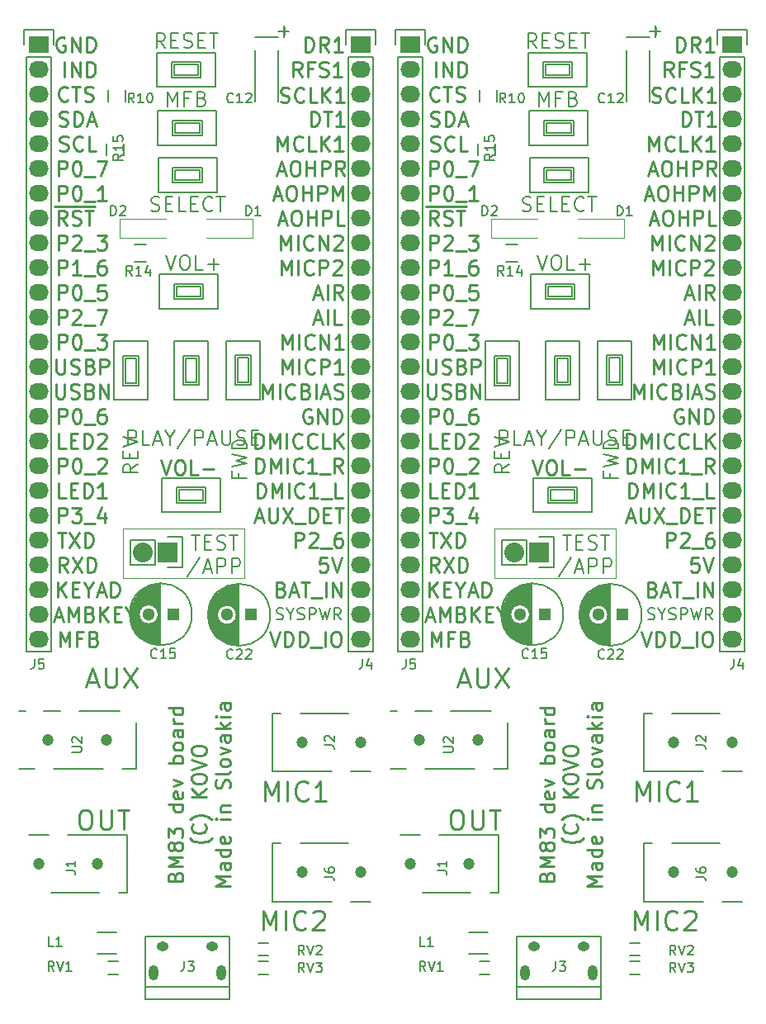
<source format=gbr>
%TF.GenerationSoftware,KiCad,Pcbnew,6.0.10-86aedd382b~118~ubuntu22.04.1*%
%TF.CreationDate,2022-12-28T16:13:35+01:00*%
%TF.ProjectId,BM83_breadboard_adapter_panel,424d3833-5f62-4726-9561-64626f617264,rev?*%
%TF.SameCoordinates,Original*%
%TF.FileFunction,Legend,Top*%
%TF.FilePolarity,Positive*%
%FSLAX46Y46*%
G04 Gerber Fmt 4.6, Leading zero omitted, Abs format (unit mm)*
G04 Created by KiCad (PCBNEW 6.0.10-86aedd382b~118~ubuntu22.04.1) date 2022-12-28 16:13:35*
%MOMM*%
%LPD*%
G01*
G04 APERTURE LIST*
%ADD10C,0.120000*%
%ADD11C,0.250000*%
%ADD12C,0.200000*%
%ADD13C,0.150000*%
%ADD14C,1.200000*%
%ADD15R,2.032000X1.727200*%
%ADD16O,2.032000X1.727200*%
%ADD17R,2.032000X2.032000*%
%ADD18O,2.032000X2.032000*%
%ADD19O,1.250000X0.950000*%
%ADD20O,1.000000X1.550000*%
%ADD21R,1.300000X1.300000*%
%ADD22C,1.300000*%
G04 APERTURE END LIST*
D10*
X216204800Y-135623300D02*
X216204800Y-140703300D01*
D11*
X217364228Y-134539800D02*
X218078514Y-134539800D01*
X217221371Y-134968371D02*
X217721371Y-133468371D01*
X218221371Y-134968371D01*
X218721371Y-133468371D02*
X218721371Y-134682657D01*
X218792800Y-134825514D01*
X218864228Y-134896942D01*
X219007085Y-134968371D01*
X219292800Y-134968371D01*
X219435657Y-134896942D01*
X219507085Y-134825514D01*
X219578514Y-134682657D01*
X219578514Y-133468371D01*
X220149942Y-133468371D02*
X221149942Y-134968371D01*
X221149942Y-133468371D02*
X220149942Y-134968371D01*
X221364228Y-135111228D02*
X222507085Y-135111228D01*
X222864228Y-134968371D02*
X222864228Y-133468371D01*
X223221371Y-133468371D01*
X223435657Y-133539800D01*
X223578514Y-133682657D01*
X223649942Y-133825514D01*
X223721371Y-134111228D01*
X223721371Y-134325514D01*
X223649942Y-134611228D01*
X223578514Y-134754085D01*
X223435657Y-134896942D01*
X223221371Y-134968371D01*
X222864228Y-134968371D01*
X224364228Y-134182657D02*
X224864228Y-134182657D01*
X225078514Y-134968371D02*
X224364228Y-134968371D01*
X224364228Y-133468371D01*
X225078514Y-133468371D01*
X225507085Y-133468371D02*
X226364228Y-133468371D01*
X225935657Y-134968371D02*
X225935657Y-133468371D01*
X197789942Y-85279800D02*
X197647085Y-85208371D01*
X197432800Y-85208371D01*
X197218514Y-85279800D01*
X197075657Y-85422657D01*
X197004228Y-85565514D01*
X196932800Y-85851228D01*
X196932800Y-86065514D01*
X197004228Y-86351228D01*
X197075657Y-86494085D01*
X197218514Y-86636942D01*
X197432800Y-86708371D01*
X197575657Y-86708371D01*
X197789942Y-86636942D01*
X197861371Y-86565514D01*
X197861371Y-86065514D01*
X197575657Y-86065514D01*
X198504228Y-86708371D02*
X198504228Y-85208371D01*
X199361371Y-86708371D01*
X199361371Y-85208371D01*
X200075657Y-86708371D02*
X200075657Y-85208371D01*
X200432800Y-85208371D01*
X200647085Y-85279800D01*
X200789942Y-85422657D01*
X200861371Y-85565514D01*
X200932800Y-85851228D01*
X200932800Y-86065514D01*
X200861371Y-86351228D01*
X200789942Y-86494085D01*
X200647085Y-86636942D01*
X200432800Y-86708371D01*
X200075657Y-86708371D01*
X219991371Y-109568371D02*
X219991371Y-108068371D01*
X220491371Y-109139800D01*
X220991371Y-108068371D01*
X220991371Y-109568371D01*
X221705657Y-109568371D02*
X221705657Y-108068371D01*
X223277085Y-109425514D02*
X223205657Y-109496942D01*
X222991371Y-109568371D01*
X222848514Y-109568371D01*
X222634228Y-109496942D01*
X222491371Y-109354085D01*
X222419942Y-109211228D01*
X222348514Y-108925514D01*
X222348514Y-108711228D01*
X222419942Y-108425514D01*
X222491371Y-108282657D01*
X222634228Y-108139800D01*
X222848514Y-108068371D01*
X222991371Y-108068371D01*
X223205657Y-108139800D01*
X223277085Y-108211228D01*
X223919942Y-109568371D02*
X223919942Y-108068371D01*
X224491371Y-108068371D01*
X224634228Y-108139800D01*
X224705657Y-108211228D01*
X224777085Y-108354085D01*
X224777085Y-108568371D01*
X224705657Y-108711228D01*
X224634228Y-108782657D01*
X224491371Y-108854085D01*
X223919942Y-108854085D01*
X225348514Y-108211228D02*
X225419942Y-108139800D01*
X225562800Y-108068371D01*
X225919942Y-108068371D01*
X226062800Y-108139800D01*
X226134228Y-108211228D01*
X226205657Y-108354085D01*
X226205657Y-108496942D01*
X226134228Y-108711228D01*
X225277085Y-109568371D01*
X226205657Y-109568371D01*
X223035228Y-94328371D02*
X223035228Y-92828371D01*
X223392371Y-92828371D01*
X223606657Y-92899800D01*
X223749514Y-93042657D01*
X223820942Y-93185514D01*
X223892371Y-93471228D01*
X223892371Y-93685514D01*
X223820942Y-93971228D01*
X223749514Y-94114085D01*
X223606657Y-94256942D01*
X223392371Y-94328371D01*
X223035228Y-94328371D01*
X224320942Y-92828371D02*
X225178085Y-92828371D01*
X224749514Y-94328371D02*
X224749514Y-92828371D01*
X226463800Y-94328371D02*
X225606657Y-94328371D01*
X226035228Y-94328371D02*
X226035228Y-92828371D01*
X225892371Y-93042657D01*
X225749514Y-93185514D01*
X225606657Y-93256942D01*
X197174942Y-99408371D02*
X197174942Y-97908371D01*
X197746371Y-97908371D01*
X197889228Y-97979800D01*
X197960657Y-98051228D01*
X198032085Y-98194085D01*
X198032085Y-98408371D01*
X197960657Y-98551228D01*
X197889228Y-98622657D01*
X197746371Y-98694085D01*
X197174942Y-98694085D01*
X198960657Y-97908371D02*
X199103514Y-97908371D01*
X199246371Y-97979800D01*
X199317800Y-98051228D01*
X199389228Y-98194085D01*
X199460657Y-98479800D01*
X199460657Y-98836942D01*
X199389228Y-99122657D01*
X199317800Y-99265514D01*
X199246371Y-99336942D01*
X199103514Y-99408371D01*
X198960657Y-99408371D01*
X198817800Y-99336942D01*
X198746371Y-99265514D01*
X198674942Y-99122657D01*
X198603514Y-98836942D01*
X198603514Y-98479800D01*
X198674942Y-98194085D01*
X198746371Y-98051228D01*
X198817800Y-97979800D01*
X198960657Y-97908371D01*
X199746371Y-99551228D02*
X200889228Y-99551228D01*
X201103514Y-97908371D02*
X202103514Y-97908371D01*
X201460657Y-99408371D01*
X197095657Y-142588371D02*
X197095657Y-141088371D01*
X197952800Y-142588371D02*
X197309942Y-141731228D01*
X197952800Y-141088371D02*
X197095657Y-141945514D01*
X198595657Y-141802657D02*
X199095657Y-141802657D01*
X199309942Y-142588371D02*
X198595657Y-142588371D01*
X198595657Y-141088371D01*
X199309942Y-141088371D01*
X200238514Y-141874085D02*
X200238514Y-142588371D01*
X199738514Y-141088371D02*
X200238514Y-141874085D01*
X200738514Y-141088371D01*
X201167085Y-142159800D02*
X201881371Y-142159800D01*
X201024228Y-142588371D02*
X201524228Y-141088371D01*
X202024228Y-142588371D01*
X202524228Y-142588371D02*
X202524228Y-141088371D01*
X202881371Y-141088371D01*
X203095657Y-141159800D01*
X203238514Y-141302657D01*
X203309942Y-141445514D01*
X203381371Y-141731228D01*
X203381371Y-141945514D01*
X203309942Y-142231228D01*
X203238514Y-142374085D01*
X203095657Y-142516942D01*
X202881371Y-142588371D01*
X202524228Y-142588371D01*
X223062942Y-123379800D02*
X222920085Y-123308371D01*
X222705800Y-123308371D01*
X222491514Y-123379800D01*
X222348657Y-123522657D01*
X222277228Y-123665514D01*
X222205800Y-123951228D01*
X222205800Y-124165514D01*
X222277228Y-124451228D01*
X222348657Y-124594085D01*
X222491514Y-124736942D01*
X222705800Y-124808371D01*
X222848657Y-124808371D01*
X223062942Y-124736942D01*
X223134371Y-124665514D01*
X223134371Y-124165514D01*
X222848657Y-124165514D01*
X223777228Y-124808371D02*
X223777228Y-123308371D01*
X224634371Y-124808371D01*
X224634371Y-123308371D01*
X225348657Y-124808371D02*
X225348657Y-123308371D01*
X225705800Y-123308371D01*
X225920085Y-123379800D01*
X226062942Y-123522657D01*
X226134371Y-123665514D01*
X226205800Y-123951228D01*
X226205800Y-124165514D01*
X226134371Y-124451228D01*
X226062942Y-124594085D01*
X225920085Y-124736942D01*
X225705800Y-124808371D01*
X225348657Y-124808371D01*
X217399942Y-129888371D02*
X217399942Y-128388371D01*
X217757085Y-128388371D01*
X217971371Y-128459800D01*
X218114228Y-128602657D01*
X218185657Y-128745514D01*
X218257085Y-129031228D01*
X218257085Y-129245514D01*
X218185657Y-129531228D01*
X218114228Y-129674085D01*
X217971371Y-129816942D01*
X217757085Y-129888371D01*
X217399942Y-129888371D01*
X218899942Y-129888371D02*
X218899942Y-128388371D01*
X219399942Y-129459800D01*
X219899942Y-128388371D01*
X219899942Y-129888371D01*
X220614228Y-129888371D02*
X220614228Y-128388371D01*
X222185657Y-129745514D02*
X222114228Y-129816942D01*
X221899942Y-129888371D01*
X221757085Y-129888371D01*
X221542800Y-129816942D01*
X221399942Y-129674085D01*
X221328514Y-129531228D01*
X221257085Y-129245514D01*
X221257085Y-129031228D01*
X221328514Y-128745514D01*
X221399942Y-128602657D01*
X221542800Y-128459800D01*
X221757085Y-128388371D01*
X221899942Y-128388371D01*
X222114228Y-128459800D01*
X222185657Y-128531228D01*
X223614228Y-129888371D02*
X222757085Y-129888371D01*
X223185657Y-129888371D02*
X223185657Y-128388371D01*
X223042800Y-128602657D01*
X222899942Y-128745514D01*
X222757085Y-128816942D01*
X223899942Y-130031228D02*
X225042800Y-130031228D01*
X226257085Y-129888371D02*
X225757085Y-129174085D01*
X225399942Y-129888371D02*
X225399942Y-128388371D01*
X225971371Y-128388371D01*
X226114228Y-128459800D01*
X226185657Y-128531228D01*
X226257085Y-128674085D01*
X226257085Y-128888371D01*
X226185657Y-129031228D01*
X226114228Y-129102657D01*
X225971371Y-129174085D01*
X225399942Y-129174085D01*
X222090657Y-89248371D02*
X221590657Y-88534085D01*
X221233514Y-89248371D02*
X221233514Y-87748371D01*
X221804942Y-87748371D01*
X221947800Y-87819800D01*
X222019228Y-87891228D01*
X222090657Y-88034085D01*
X222090657Y-88248371D01*
X222019228Y-88391228D01*
X221947800Y-88462657D01*
X221804942Y-88534085D01*
X221233514Y-88534085D01*
X223233514Y-88462657D02*
X222733514Y-88462657D01*
X222733514Y-89248371D02*
X222733514Y-87748371D01*
X223447800Y-87748371D01*
X223947800Y-89176942D02*
X224162085Y-89248371D01*
X224519228Y-89248371D01*
X224662085Y-89176942D01*
X224733514Y-89105514D01*
X224804942Y-88962657D01*
X224804942Y-88819800D01*
X224733514Y-88676942D01*
X224662085Y-88605514D01*
X224519228Y-88534085D01*
X224233514Y-88462657D01*
X224090657Y-88391228D01*
X224019228Y-88319800D01*
X223947800Y-88176942D01*
X223947800Y-88034085D01*
X224019228Y-87891228D01*
X224090657Y-87819800D01*
X224233514Y-87748371D01*
X224590657Y-87748371D01*
X224804942Y-87819800D01*
X226233514Y-89248371D02*
X225376371Y-89248371D01*
X225804942Y-89248371D02*
X225804942Y-87748371D01*
X225662085Y-87962657D01*
X225519228Y-88105514D01*
X225376371Y-88176942D01*
X197039942Y-136008371D02*
X197897085Y-136008371D01*
X197468514Y-137508371D02*
X197468514Y-136008371D01*
X198254228Y-136008371D02*
X199254228Y-137508371D01*
X199254228Y-136008371D02*
X198254228Y-137508371D01*
X199825657Y-137508371D02*
X199825657Y-136008371D01*
X200182800Y-136008371D01*
X200397085Y-136079800D01*
X200539942Y-136222657D01*
X200611371Y-136365514D01*
X200682800Y-136651228D01*
X200682800Y-136865514D01*
X200611371Y-137151228D01*
X200539942Y-137294085D01*
X200397085Y-137436942D01*
X200182800Y-137508371D01*
X199825657Y-137508371D01*
X219614371Y-96868371D02*
X219614371Y-95368371D01*
X220114371Y-96439800D01*
X220614371Y-95368371D01*
X220614371Y-96868371D01*
X222185800Y-96725514D02*
X222114371Y-96796942D01*
X221900085Y-96868371D01*
X221757228Y-96868371D01*
X221542942Y-96796942D01*
X221400085Y-96654085D01*
X221328657Y-96511228D01*
X221257228Y-96225514D01*
X221257228Y-96011228D01*
X221328657Y-95725514D01*
X221400085Y-95582657D01*
X221542942Y-95439800D01*
X221757228Y-95368371D01*
X221900085Y-95368371D01*
X222114371Y-95439800D01*
X222185800Y-95511228D01*
X223542942Y-96868371D02*
X222828657Y-96868371D01*
X222828657Y-95368371D01*
X224042942Y-96868371D02*
X224042942Y-95368371D01*
X224900085Y-96868371D02*
X224257228Y-96011228D01*
X224900085Y-95368371D02*
X224042942Y-96225514D01*
X226328657Y-96868371D02*
X225471514Y-96868371D01*
X225900085Y-96868371D02*
X225900085Y-95368371D01*
X225757228Y-95582657D01*
X225614371Y-95725514D01*
X225471514Y-95796942D01*
X198111371Y-91645514D02*
X198039942Y-91716942D01*
X197825657Y-91788371D01*
X197682800Y-91788371D01*
X197468514Y-91716942D01*
X197325657Y-91574085D01*
X197254228Y-91431228D01*
X197182800Y-91145514D01*
X197182800Y-90931228D01*
X197254228Y-90645514D01*
X197325657Y-90502657D01*
X197468514Y-90359800D01*
X197682800Y-90288371D01*
X197825657Y-90288371D01*
X198039942Y-90359800D01*
X198111371Y-90431228D01*
X198539942Y-90288371D02*
X199397085Y-90288371D01*
X198968514Y-91788371D02*
X198968514Y-90288371D01*
X199825657Y-91716942D02*
X200039942Y-91788371D01*
X200397085Y-91788371D01*
X200539942Y-91716942D01*
X200611371Y-91645514D01*
X200682800Y-91502657D01*
X200682800Y-91359800D01*
X200611371Y-91216942D01*
X200539942Y-91145514D01*
X200397085Y-91074085D01*
X200111371Y-91002657D01*
X199968514Y-90931228D01*
X199897085Y-90859800D01*
X199825657Y-90716942D01*
X199825657Y-90574085D01*
X199897085Y-90431228D01*
X199968514Y-90359800D01*
X200111371Y-90288371D01*
X200468514Y-90288371D01*
X200682800Y-90359800D01*
X217542800Y-132428371D02*
X217542800Y-130928371D01*
X217899942Y-130928371D01*
X218114228Y-130999800D01*
X218257085Y-131142657D01*
X218328514Y-131285514D01*
X218399942Y-131571228D01*
X218399942Y-131785514D01*
X218328514Y-132071228D01*
X218257085Y-132214085D01*
X218114228Y-132356942D01*
X217899942Y-132428371D01*
X217542800Y-132428371D01*
X219042800Y-132428371D02*
X219042800Y-130928371D01*
X219542800Y-131999800D01*
X220042800Y-130928371D01*
X220042800Y-132428371D01*
X220757085Y-132428371D02*
X220757085Y-130928371D01*
X222328514Y-132285514D02*
X222257085Y-132356942D01*
X222042800Y-132428371D01*
X221899942Y-132428371D01*
X221685657Y-132356942D01*
X221542800Y-132214085D01*
X221471371Y-132071228D01*
X221399942Y-131785514D01*
X221399942Y-131571228D01*
X221471371Y-131285514D01*
X221542800Y-131142657D01*
X221685657Y-130999800D01*
X221899942Y-130928371D01*
X222042800Y-130928371D01*
X222257085Y-130999800D01*
X222328514Y-131071228D01*
X223757085Y-132428371D02*
X222899942Y-132428371D01*
X223328514Y-132428371D02*
X223328514Y-130928371D01*
X223185657Y-131142657D01*
X223042800Y-131285514D01*
X222899942Y-131356942D01*
X224042800Y-132571228D02*
X225185657Y-132571228D01*
X226257085Y-132428371D02*
X225542800Y-132428371D01*
X225542800Y-130928371D01*
X219634228Y-98979800D02*
X220348514Y-98979800D01*
X219491371Y-99408371D02*
X219991371Y-97908371D01*
X220491371Y-99408371D01*
X221277085Y-97908371D02*
X221562800Y-97908371D01*
X221705657Y-97979800D01*
X221848514Y-98122657D01*
X221919942Y-98408371D01*
X221919942Y-98908371D01*
X221848514Y-99194085D01*
X221705657Y-99336942D01*
X221562800Y-99408371D01*
X221277085Y-99408371D01*
X221134228Y-99336942D01*
X220991371Y-99194085D01*
X220919942Y-98908371D01*
X220919942Y-98408371D01*
X220991371Y-98122657D01*
X221134228Y-97979800D01*
X221277085Y-97908371D01*
X222562800Y-99408371D02*
X222562800Y-97908371D01*
X222562800Y-98622657D02*
X223419942Y-98622657D01*
X223419942Y-99408371D02*
X223419942Y-97908371D01*
X224134228Y-99408371D02*
X224134228Y-97908371D01*
X224705657Y-97908371D01*
X224848514Y-97979800D01*
X224919942Y-98051228D01*
X224991371Y-98194085D01*
X224991371Y-98408371D01*
X224919942Y-98551228D01*
X224848514Y-98622657D01*
X224705657Y-98694085D01*
X224134228Y-98694085D01*
X226491371Y-99408371D02*
X225991371Y-98694085D01*
X225634228Y-99408371D02*
X225634228Y-97908371D01*
X226205657Y-97908371D01*
X226348514Y-97979800D01*
X226419942Y-98051228D01*
X226491371Y-98194085D01*
X226491371Y-98408371D01*
X226419942Y-98551228D01*
X226348514Y-98622657D01*
X226205657Y-98694085D01*
X225634228Y-98694085D01*
D10*
X203885800Y-135623300D02*
X216204800Y-135623300D01*
D12*
X210763942Y-136261371D02*
X211621085Y-136261371D01*
X211192514Y-137761371D02*
X211192514Y-136261371D01*
X212121085Y-136975657D02*
X212621085Y-136975657D01*
X212835371Y-137761371D02*
X212121085Y-137761371D01*
X212121085Y-136261371D01*
X212835371Y-136261371D01*
X213406800Y-137689942D02*
X213621085Y-137761371D01*
X213978228Y-137761371D01*
X214121085Y-137689942D01*
X214192514Y-137618514D01*
X214263942Y-137475657D01*
X214263942Y-137332800D01*
X214192514Y-137189942D01*
X214121085Y-137118514D01*
X213978228Y-137047085D01*
X213692514Y-136975657D01*
X213549657Y-136904228D01*
X213478228Y-136832800D01*
X213406800Y-136689942D01*
X213406800Y-136547085D01*
X213478228Y-136404228D01*
X213549657Y-136332800D01*
X213692514Y-136261371D01*
X214049657Y-136261371D01*
X214263942Y-136332800D01*
X214692514Y-136261371D02*
X215549657Y-136261371D01*
X215121085Y-137761371D02*
X215121085Y-136261371D01*
X211656800Y-138604942D02*
X210371085Y-140533514D01*
X212085371Y-139747800D02*
X212799657Y-139747800D01*
X211942514Y-140176371D02*
X212442514Y-138676371D01*
X212942514Y-140176371D01*
X213442514Y-140176371D02*
X213442514Y-138676371D01*
X214013942Y-138676371D01*
X214156800Y-138747800D01*
X214228228Y-138819228D01*
X214299657Y-138962085D01*
X214299657Y-139176371D01*
X214228228Y-139319228D01*
X214156800Y-139390657D01*
X214013942Y-139462085D01*
X213442514Y-139462085D01*
X214942514Y-140176371D02*
X214942514Y-138676371D01*
X215513942Y-138676371D01*
X215656800Y-138747800D01*
X215728228Y-138819228D01*
X215799657Y-138962085D01*
X215799657Y-139176371D01*
X215728228Y-139319228D01*
X215656800Y-139390657D01*
X215513942Y-139462085D01*
X214942514Y-139462085D01*
D11*
X199726800Y-164436561D02*
X200107752Y-164436561D01*
X200298228Y-164531800D01*
X200488704Y-164722276D01*
X200583942Y-165103228D01*
X200583942Y-165769895D01*
X200488704Y-166150847D01*
X200298228Y-166341323D01*
X200107752Y-166436561D01*
X199726800Y-166436561D01*
X199536323Y-166341323D01*
X199345847Y-166150847D01*
X199250609Y-165769895D01*
X199250609Y-165103228D01*
X199345847Y-164722276D01*
X199536323Y-164531800D01*
X199726800Y-164436561D01*
X201441085Y-164436561D02*
X201441085Y-166055609D01*
X201536323Y-166246085D01*
X201631561Y-166341323D01*
X201822038Y-166436561D01*
X202202990Y-166436561D01*
X202393466Y-166341323D01*
X202488704Y-166246085D01*
X202583942Y-166055609D01*
X202583942Y-164436561D01*
X203250609Y-164436561D02*
X204393466Y-164436561D01*
X203822038Y-166436561D02*
X203822038Y-164436561D01*
X197174942Y-112108371D02*
X197174942Y-110608371D01*
X197746371Y-110608371D01*
X197889228Y-110679800D01*
X197960657Y-110751228D01*
X198032085Y-110894085D01*
X198032085Y-111108371D01*
X197960657Y-111251228D01*
X197889228Y-111322657D01*
X197746371Y-111394085D01*
X197174942Y-111394085D01*
X198960657Y-110608371D02*
X199103514Y-110608371D01*
X199246371Y-110679800D01*
X199317800Y-110751228D01*
X199389228Y-110894085D01*
X199460657Y-111179800D01*
X199460657Y-111536942D01*
X199389228Y-111822657D01*
X199317800Y-111965514D01*
X199246371Y-112036942D01*
X199103514Y-112108371D01*
X198960657Y-112108371D01*
X198817800Y-112036942D01*
X198746371Y-111965514D01*
X198674942Y-111822657D01*
X198603514Y-111536942D01*
X198603514Y-111179800D01*
X198674942Y-110894085D01*
X198746371Y-110751228D01*
X198817800Y-110679800D01*
X198960657Y-110608371D01*
X199746371Y-112251228D02*
X200889228Y-112251228D01*
X201960657Y-110608371D02*
X201246371Y-110608371D01*
X201174942Y-111322657D01*
X201246371Y-111251228D01*
X201389228Y-111179800D01*
X201746371Y-111179800D01*
X201889228Y-111251228D01*
X201960657Y-111322657D01*
X202032085Y-111465514D01*
X202032085Y-111822657D01*
X201960657Y-111965514D01*
X201889228Y-112036942D01*
X201746371Y-112108371D01*
X201389228Y-112108371D01*
X201246371Y-112036942D01*
X201174942Y-111965514D01*
X223376514Y-111679800D02*
X224090800Y-111679800D01*
X223233657Y-112108371D02*
X223733657Y-110608371D01*
X224233657Y-112108371D01*
X224733657Y-112108371D02*
X224733657Y-110608371D01*
X226305085Y-112108371D02*
X225805085Y-111394085D01*
X225447942Y-112108371D02*
X225447942Y-110608371D01*
X226019371Y-110608371D01*
X226162228Y-110679800D01*
X226233657Y-110751228D01*
X226305085Y-110894085D01*
X226305085Y-111108371D01*
X226233657Y-111251228D01*
X226162228Y-111322657D01*
X226019371Y-111394085D01*
X225447942Y-111394085D01*
X197889228Y-132428371D02*
X197174942Y-132428371D01*
X197174942Y-130928371D01*
X198389228Y-131642657D02*
X198889228Y-131642657D01*
X199103514Y-132428371D02*
X198389228Y-132428371D01*
X198389228Y-130928371D01*
X199103514Y-130928371D01*
X199746371Y-132428371D02*
X199746371Y-130928371D01*
X200103514Y-130928371D01*
X200317800Y-130999800D01*
X200460657Y-131142657D01*
X200532085Y-131285514D01*
X200603514Y-131571228D01*
X200603514Y-131785514D01*
X200532085Y-132071228D01*
X200460657Y-132214085D01*
X200317800Y-132356942D01*
X200103514Y-132428371D01*
X199746371Y-132428371D01*
X202032085Y-132428371D02*
X201174942Y-132428371D01*
X201603514Y-132428371D02*
X201603514Y-130928371D01*
X201460657Y-131142657D01*
X201317800Y-131285514D01*
X201174942Y-131356942D01*
X222475657Y-86708371D02*
X222475657Y-85208371D01*
X222832800Y-85208371D01*
X223047085Y-85279800D01*
X223189942Y-85422657D01*
X223261371Y-85565514D01*
X223332800Y-85851228D01*
X223332800Y-86065514D01*
X223261371Y-86351228D01*
X223189942Y-86494085D01*
X223047085Y-86636942D01*
X222832800Y-86708371D01*
X222475657Y-86708371D01*
X224832800Y-86708371D02*
X224332800Y-85994085D01*
X223975657Y-86708371D02*
X223975657Y-85208371D01*
X224547085Y-85208371D01*
X224689942Y-85279800D01*
X224761371Y-85351228D01*
X224832800Y-85494085D01*
X224832800Y-85708371D01*
X224761371Y-85851228D01*
X224689942Y-85922657D01*
X224547085Y-85994085D01*
X223975657Y-85994085D01*
X226261371Y-86708371D02*
X225404228Y-86708371D01*
X225832800Y-86708371D02*
X225832800Y-85208371D01*
X225689942Y-85422657D01*
X225547085Y-85565514D01*
X225404228Y-85636942D01*
X197274085Y-96796942D02*
X197488371Y-96868371D01*
X197845514Y-96868371D01*
X197988371Y-96796942D01*
X198059800Y-96725514D01*
X198131228Y-96582657D01*
X198131228Y-96439800D01*
X198059800Y-96296942D01*
X197988371Y-96225514D01*
X197845514Y-96154085D01*
X197559800Y-96082657D01*
X197416942Y-96011228D01*
X197345514Y-95939800D01*
X197274085Y-95796942D01*
X197274085Y-95654085D01*
X197345514Y-95511228D01*
X197416942Y-95439800D01*
X197559800Y-95368371D01*
X197916942Y-95368371D01*
X198131228Y-95439800D01*
X199631228Y-96725514D02*
X199559800Y-96796942D01*
X199345514Y-96868371D01*
X199202657Y-96868371D01*
X198988371Y-96796942D01*
X198845514Y-96654085D01*
X198774085Y-96511228D01*
X198702657Y-96225514D01*
X198702657Y-96011228D01*
X198774085Y-95725514D01*
X198845514Y-95582657D01*
X198988371Y-95439800D01*
X199202657Y-95368371D01*
X199345514Y-95368371D01*
X199559800Y-95439800D01*
X199631228Y-95511228D01*
X200988371Y-96868371D02*
X200274085Y-96868371D01*
X200274085Y-95368371D01*
X197238371Y-94256942D02*
X197452657Y-94328371D01*
X197809800Y-94328371D01*
X197952657Y-94256942D01*
X198024085Y-94185514D01*
X198095514Y-94042657D01*
X198095514Y-93899800D01*
X198024085Y-93756942D01*
X197952657Y-93685514D01*
X197809800Y-93614085D01*
X197524085Y-93542657D01*
X197381228Y-93471228D01*
X197309800Y-93399800D01*
X197238371Y-93256942D01*
X197238371Y-93114085D01*
X197309800Y-92971228D01*
X197381228Y-92899800D01*
X197524085Y-92828371D01*
X197881228Y-92828371D01*
X198095514Y-92899800D01*
X198738371Y-94328371D02*
X198738371Y-92828371D01*
X199095514Y-92828371D01*
X199309800Y-92899800D01*
X199452657Y-93042657D01*
X199524085Y-93185514D01*
X199595514Y-93471228D01*
X199595514Y-93685514D01*
X199524085Y-93971228D01*
X199452657Y-94114085D01*
X199309800Y-94256942D01*
X199095514Y-94328371D01*
X198738371Y-94328371D01*
X200166942Y-93899800D02*
X200881228Y-93899800D01*
X200024085Y-94328371D02*
X200524085Y-92828371D01*
X201024085Y-94328371D01*
X197174942Y-107028371D02*
X197174942Y-105528371D01*
X197746371Y-105528371D01*
X197889228Y-105599800D01*
X197960657Y-105671228D01*
X198032085Y-105814085D01*
X198032085Y-106028371D01*
X197960657Y-106171228D01*
X197889228Y-106242657D01*
X197746371Y-106314085D01*
X197174942Y-106314085D01*
X198603514Y-105671228D02*
X198674942Y-105599800D01*
X198817800Y-105528371D01*
X199174942Y-105528371D01*
X199317800Y-105599800D01*
X199389228Y-105671228D01*
X199460657Y-105814085D01*
X199460657Y-105956942D01*
X199389228Y-106171228D01*
X198532085Y-107028371D01*
X199460657Y-107028371D01*
X199746371Y-107171228D02*
X200889228Y-107171228D01*
X201103514Y-105528371D02*
X202032085Y-105528371D01*
X201532085Y-106099800D01*
X201746371Y-106099800D01*
X201889228Y-106171228D01*
X201960657Y-106242657D01*
X202032085Y-106385514D01*
X202032085Y-106742657D01*
X201960657Y-106885514D01*
X201889228Y-106956942D01*
X201746371Y-107028371D01*
X201317800Y-107028371D01*
X201174942Y-106956942D01*
X201103514Y-106885514D01*
X196770085Y-102564800D02*
X198270085Y-102564800D01*
X197984371Y-104488371D02*
X197484371Y-103774085D01*
X197127228Y-104488371D02*
X197127228Y-102988371D01*
X197698657Y-102988371D01*
X197841514Y-103059800D01*
X197912942Y-103131228D01*
X197984371Y-103274085D01*
X197984371Y-103488371D01*
X197912942Y-103631228D01*
X197841514Y-103702657D01*
X197698657Y-103774085D01*
X197127228Y-103774085D01*
X198270085Y-102564800D02*
X199698657Y-102564800D01*
X198555800Y-104416942D02*
X198770085Y-104488371D01*
X199127228Y-104488371D01*
X199270085Y-104416942D01*
X199341514Y-104345514D01*
X199412942Y-104202657D01*
X199412942Y-104059800D01*
X199341514Y-103916942D01*
X199270085Y-103845514D01*
X199127228Y-103774085D01*
X198841514Y-103702657D01*
X198698657Y-103631228D01*
X198627228Y-103559800D01*
X198555800Y-103416942D01*
X198555800Y-103274085D01*
X198627228Y-103131228D01*
X198698657Y-103059800D01*
X198841514Y-102988371D01*
X199198657Y-102988371D01*
X199412942Y-103059800D01*
X199698657Y-102564800D02*
X200841514Y-102564800D01*
X199841514Y-102988371D02*
X200698657Y-102988371D01*
X200270085Y-104488371D02*
X200270085Y-102988371D01*
X197174942Y-109568371D02*
X197174942Y-108068371D01*
X197746371Y-108068371D01*
X197889228Y-108139800D01*
X197960657Y-108211228D01*
X198032085Y-108354085D01*
X198032085Y-108568371D01*
X197960657Y-108711228D01*
X197889228Y-108782657D01*
X197746371Y-108854085D01*
X197174942Y-108854085D01*
X199460657Y-109568371D02*
X198603514Y-109568371D01*
X199032085Y-109568371D02*
X199032085Y-108068371D01*
X198889228Y-108282657D01*
X198746371Y-108425514D01*
X198603514Y-108496942D01*
X199746371Y-109711228D02*
X200889228Y-109711228D01*
X201889228Y-108068371D02*
X201603514Y-108068371D01*
X201460657Y-108139800D01*
X201389228Y-108211228D01*
X201246371Y-108425514D01*
X201174942Y-108711228D01*
X201174942Y-109282657D01*
X201246371Y-109425514D01*
X201317800Y-109496942D01*
X201460657Y-109568371D01*
X201746371Y-109568371D01*
X201889228Y-109496942D01*
X201960657Y-109425514D01*
X202032085Y-109282657D01*
X202032085Y-108925514D01*
X201960657Y-108782657D01*
X201889228Y-108711228D01*
X201746371Y-108639800D01*
X201460657Y-108639800D01*
X201317800Y-108711228D01*
X201246371Y-108782657D01*
X201174942Y-108925514D01*
X197174942Y-134968371D02*
X197174942Y-133468371D01*
X197746371Y-133468371D01*
X197889228Y-133539800D01*
X197960657Y-133611228D01*
X198032085Y-133754085D01*
X198032085Y-133968371D01*
X197960657Y-134111228D01*
X197889228Y-134182657D01*
X197746371Y-134254085D01*
X197174942Y-134254085D01*
X198532085Y-133468371D02*
X199460657Y-133468371D01*
X198960657Y-134039800D01*
X199174942Y-134039800D01*
X199317800Y-134111228D01*
X199389228Y-134182657D01*
X199460657Y-134325514D01*
X199460657Y-134682657D01*
X199389228Y-134825514D01*
X199317800Y-134896942D01*
X199174942Y-134968371D01*
X198746371Y-134968371D01*
X198603514Y-134896942D01*
X198532085Y-134825514D01*
X199746371Y-135111228D02*
X200889228Y-135111228D01*
X201889228Y-133968371D02*
X201889228Y-134968371D01*
X201532085Y-133396942D02*
X201174942Y-134468371D01*
X202103514Y-134468371D01*
X197174942Y-114648371D02*
X197174942Y-113148371D01*
X197746371Y-113148371D01*
X197889228Y-113219800D01*
X197960657Y-113291228D01*
X198032085Y-113434085D01*
X198032085Y-113648371D01*
X197960657Y-113791228D01*
X197889228Y-113862657D01*
X197746371Y-113934085D01*
X197174942Y-113934085D01*
X198603514Y-113291228D02*
X198674942Y-113219800D01*
X198817800Y-113148371D01*
X199174942Y-113148371D01*
X199317800Y-113219800D01*
X199389228Y-113291228D01*
X199460657Y-113434085D01*
X199460657Y-113576942D01*
X199389228Y-113791228D01*
X198532085Y-114648371D01*
X199460657Y-114648371D01*
X199746371Y-114791228D02*
X200889228Y-114791228D01*
X201103514Y-113148371D02*
X202103514Y-113148371D01*
X201460657Y-114648371D01*
X197174942Y-101948371D02*
X197174942Y-100448371D01*
X197746371Y-100448371D01*
X197889228Y-100519800D01*
X197960657Y-100591228D01*
X198032085Y-100734085D01*
X198032085Y-100948371D01*
X197960657Y-101091228D01*
X197889228Y-101162657D01*
X197746371Y-101234085D01*
X197174942Y-101234085D01*
X198960657Y-100448371D02*
X199103514Y-100448371D01*
X199246371Y-100519800D01*
X199317800Y-100591228D01*
X199389228Y-100734085D01*
X199460657Y-101019800D01*
X199460657Y-101376942D01*
X199389228Y-101662657D01*
X199317800Y-101805514D01*
X199246371Y-101876942D01*
X199103514Y-101948371D01*
X198960657Y-101948371D01*
X198817800Y-101876942D01*
X198746371Y-101805514D01*
X198674942Y-101662657D01*
X198603514Y-101376942D01*
X198603514Y-101019800D01*
X198674942Y-100734085D01*
X198746371Y-100591228D01*
X198817800Y-100519800D01*
X198960657Y-100448371D01*
X199746371Y-102091228D02*
X200889228Y-102091228D01*
X202032085Y-101948371D02*
X201174942Y-101948371D01*
X201603514Y-101948371D02*
X201603514Y-100448371D01*
X201460657Y-100662657D01*
X201317800Y-100805514D01*
X201174942Y-100876942D01*
X218126061Y-176787061D02*
X218126061Y-174787061D01*
X218792728Y-176215633D01*
X219459395Y-174787061D01*
X219459395Y-176787061D01*
X220411776Y-176787061D02*
X220411776Y-174787061D01*
X222507014Y-176596585D02*
X222411776Y-176691823D01*
X222126061Y-176787061D01*
X221935585Y-176787061D01*
X221649871Y-176691823D01*
X221459395Y-176501347D01*
X221364157Y-176310871D01*
X221268919Y-175929919D01*
X221268919Y-175644204D01*
X221364157Y-175263252D01*
X221459395Y-175072776D01*
X221649871Y-174882300D01*
X221935585Y-174787061D01*
X222126061Y-174787061D01*
X222411776Y-174882300D01*
X222507014Y-174977538D01*
X223268919Y-174977538D02*
X223364157Y-174882300D01*
X223554633Y-174787061D01*
X224030823Y-174787061D01*
X224221300Y-174882300D01*
X224316538Y-174977538D01*
X224411776Y-175168014D01*
X224411776Y-175358490D01*
X224316538Y-175644204D01*
X223173680Y-176787061D01*
X224411776Y-176787061D01*
X197174942Y-129888371D02*
X197174942Y-128388371D01*
X197746371Y-128388371D01*
X197889228Y-128459800D01*
X197960657Y-128531228D01*
X198032085Y-128674085D01*
X198032085Y-128888371D01*
X197960657Y-129031228D01*
X197889228Y-129102657D01*
X197746371Y-129174085D01*
X197174942Y-129174085D01*
X198960657Y-128388371D02*
X199103514Y-128388371D01*
X199246371Y-128459800D01*
X199317800Y-128531228D01*
X199389228Y-128674085D01*
X199460657Y-128959800D01*
X199460657Y-129316942D01*
X199389228Y-129602657D01*
X199317800Y-129745514D01*
X199246371Y-129816942D01*
X199103514Y-129888371D01*
X198960657Y-129888371D01*
X198817800Y-129816942D01*
X198746371Y-129745514D01*
X198674942Y-129602657D01*
X198603514Y-129316942D01*
X198603514Y-128959800D01*
X198674942Y-128674085D01*
X198746371Y-128531228D01*
X198817800Y-128459800D01*
X198960657Y-128388371D01*
X199746371Y-130031228D02*
X200889228Y-130031228D01*
X201174942Y-128531228D02*
X201246371Y-128459800D01*
X201389228Y-128388371D01*
X201746371Y-128388371D01*
X201889228Y-128459800D01*
X201960657Y-128531228D01*
X202032085Y-128674085D01*
X202032085Y-128816942D01*
X201960657Y-129031228D01*
X201103514Y-129888371D01*
X202032085Y-129888371D01*
X220118371Y-119728371D02*
X220118371Y-118228371D01*
X220618371Y-119299800D01*
X221118371Y-118228371D01*
X221118371Y-119728371D01*
X221832657Y-119728371D02*
X221832657Y-118228371D01*
X223404085Y-119585514D02*
X223332657Y-119656942D01*
X223118371Y-119728371D01*
X222975514Y-119728371D01*
X222761228Y-119656942D01*
X222618371Y-119514085D01*
X222546942Y-119371228D01*
X222475514Y-119085514D01*
X222475514Y-118871228D01*
X222546942Y-118585514D01*
X222618371Y-118442657D01*
X222761228Y-118299800D01*
X222975514Y-118228371D01*
X223118371Y-118228371D01*
X223332657Y-118299800D01*
X223404085Y-118371228D01*
X224046942Y-119728371D02*
X224046942Y-118228371D01*
X224618371Y-118228371D01*
X224761228Y-118299800D01*
X224832657Y-118371228D01*
X224904085Y-118514085D01*
X224904085Y-118728371D01*
X224832657Y-118871228D01*
X224761228Y-118942657D01*
X224618371Y-119014085D01*
X224046942Y-119014085D01*
X226332657Y-119728371D02*
X225475514Y-119728371D01*
X225904085Y-119728371D02*
X225904085Y-118228371D01*
X225761228Y-118442657D01*
X225618371Y-118585514D01*
X225475514Y-118656942D01*
X219939800Y-91843942D02*
X220154085Y-91915371D01*
X220511228Y-91915371D01*
X220654085Y-91843942D01*
X220725514Y-91772514D01*
X220796942Y-91629657D01*
X220796942Y-91486800D01*
X220725514Y-91343942D01*
X220654085Y-91272514D01*
X220511228Y-91201085D01*
X220225514Y-91129657D01*
X220082657Y-91058228D01*
X220011228Y-90986800D01*
X219939800Y-90843942D01*
X219939800Y-90701085D01*
X220011228Y-90558228D01*
X220082657Y-90486800D01*
X220225514Y-90415371D01*
X220582657Y-90415371D01*
X220796942Y-90486800D01*
X222296942Y-91772514D02*
X222225514Y-91843942D01*
X222011228Y-91915371D01*
X221868371Y-91915371D01*
X221654085Y-91843942D01*
X221511228Y-91701085D01*
X221439800Y-91558228D01*
X221368371Y-91272514D01*
X221368371Y-91058228D01*
X221439800Y-90772514D01*
X221511228Y-90629657D01*
X221654085Y-90486800D01*
X221868371Y-90415371D01*
X222011228Y-90415371D01*
X222225514Y-90486800D01*
X222296942Y-90558228D01*
X223654085Y-91915371D02*
X222939800Y-91915371D01*
X222939800Y-90415371D01*
X224154085Y-91915371D02*
X224154085Y-90415371D01*
X225011228Y-91915371D02*
X224368371Y-91058228D01*
X225011228Y-90415371D02*
X224154085Y-91272514D01*
X226439800Y-91915371D02*
X225582657Y-91915371D01*
X226011228Y-91915371D02*
X226011228Y-90415371D01*
X225868371Y-90629657D01*
X225725514Y-90772514D01*
X225582657Y-90843942D01*
X197778085Y-89248371D02*
X197778085Y-87748371D01*
X198492371Y-89248371D02*
X198492371Y-87748371D01*
X199349514Y-89248371D01*
X199349514Y-87748371D01*
X200063800Y-89248371D02*
X200063800Y-87748371D01*
X200420942Y-87748371D01*
X200635228Y-87819800D01*
X200778085Y-87962657D01*
X200849514Y-88105514D01*
X200920942Y-88391228D01*
X200920942Y-88605514D01*
X200849514Y-88891228D01*
X200778085Y-89034085D01*
X200635228Y-89176942D01*
X200420942Y-89248371D01*
X200063800Y-89248371D01*
X196802085Y-144699800D02*
X197516371Y-144699800D01*
X196659228Y-145128371D02*
X197159228Y-143628371D01*
X197659228Y-145128371D01*
X198159228Y-145128371D02*
X198159228Y-143628371D01*
X198659228Y-144699800D01*
X199159228Y-143628371D01*
X199159228Y-145128371D01*
X200373514Y-144342657D02*
X200587800Y-144414085D01*
X200659228Y-144485514D01*
X200730657Y-144628371D01*
X200730657Y-144842657D01*
X200659228Y-144985514D01*
X200587800Y-145056942D01*
X200444942Y-145128371D01*
X199873514Y-145128371D01*
X199873514Y-143628371D01*
X200373514Y-143628371D01*
X200516371Y-143699800D01*
X200587800Y-143771228D01*
X200659228Y-143914085D01*
X200659228Y-144056942D01*
X200587800Y-144199800D01*
X200516371Y-144271228D01*
X200373514Y-144342657D01*
X199873514Y-144342657D01*
X201373514Y-145128371D02*
X201373514Y-143628371D01*
X202230657Y-145128371D02*
X201587800Y-144271228D01*
X202230657Y-143628371D02*
X201373514Y-144485514D01*
X202873514Y-144342657D02*
X203373514Y-144342657D01*
X203587800Y-145128371D02*
X202873514Y-145128371D01*
X202873514Y-143628371D01*
X203587800Y-143628371D01*
X204516371Y-144414085D02*
X204516371Y-145128371D01*
X204016371Y-143628371D02*
X204516371Y-144414085D01*
X205016371Y-143628371D01*
X200139609Y-151323633D02*
X201091990Y-151323633D01*
X199949133Y-151895061D02*
X200615800Y-149895061D01*
X201282466Y-151895061D01*
X201949133Y-149895061D02*
X201949133Y-151514109D01*
X202044371Y-151704585D01*
X202139609Y-151799823D01*
X202330085Y-151895061D01*
X202711038Y-151895061D01*
X202901514Y-151799823D01*
X202996752Y-151704585D01*
X203091990Y-151514109D01*
X203091990Y-149895061D01*
X203853895Y-149895061D02*
X205187228Y-151895061D01*
X205187228Y-149895061D02*
X203853895Y-151895061D01*
X219273085Y-101519800D02*
X219987371Y-101519800D01*
X219130228Y-101948371D02*
X219630228Y-100448371D01*
X220130228Y-101948371D01*
X220915942Y-100448371D02*
X221201657Y-100448371D01*
X221344514Y-100519800D01*
X221487371Y-100662657D01*
X221558800Y-100948371D01*
X221558800Y-101448371D01*
X221487371Y-101734085D01*
X221344514Y-101876942D01*
X221201657Y-101948371D01*
X220915942Y-101948371D01*
X220773085Y-101876942D01*
X220630228Y-101734085D01*
X220558800Y-101448371D01*
X220558800Y-100948371D01*
X220630228Y-100662657D01*
X220773085Y-100519800D01*
X220915942Y-100448371D01*
X222201657Y-101948371D02*
X222201657Y-100448371D01*
X222201657Y-101162657D02*
X223058800Y-101162657D01*
X223058800Y-101948371D02*
X223058800Y-100448371D01*
X223773085Y-101948371D02*
X223773085Y-100448371D01*
X224344514Y-100448371D01*
X224487371Y-100519800D01*
X224558800Y-100591228D01*
X224630228Y-100734085D01*
X224630228Y-100948371D01*
X224558800Y-101091228D01*
X224487371Y-101162657D01*
X224344514Y-101234085D01*
X223773085Y-101234085D01*
X225273085Y-101948371D02*
X225273085Y-100448371D01*
X225773085Y-101519800D01*
X226273085Y-100448371D01*
X226273085Y-101948371D01*
X218316561Y-163515561D02*
X218316561Y-161515561D01*
X218983228Y-162944133D01*
X219649895Y-161515561D01*
X219649895Y-163515561D01*
X220602276Y-163515561D02*
X220602276Y-161515561D01*
X222697514Y-163325085D02*
X222602276Y-163420323D01*
X222316561Y-163515561D01*
X222126085Y-163515561D01*
X221840371Y-163420323D01*
X221649895Y-163229847D01*
X221554657Y-163039371D01*
X221459419Y-162658419D01*
X221459419Y-162372704D01*
X221554657Y-161991752D01*
X221649895Y-161801276D01*
X221840371Y-161610800D01*
X222126085Y-161515561D01*
X222316561Y-161515561D01*
X222602276Y-161610800D01*
X222697514Y-161706038D01*
X224602276Y-163515561D02*
X223459419Y-163515561D01*
X224030847Y-163515561D02*
X224030847Y-161515561D01*
X223840371Y-161801276D01*
X223649895Y-161991752D01*
X223459419Y-162086990D01*
X209110657Y-171257657D02*
X209182085Y-171043371D01*
X209253514Y-170971942D01*
X209396371Y-170900514D01*
X209610657Y-170900514D01*
X209753514Y-170971942D01*
X209824942Y-171043371D01*
X209896371Y-171186228D01*
X209896371Y-171757657D01*
X208396371Y-171757657D01*
X208396371Y-171257657D01*
X208467800Y-171114800D01*
X208539228Y-171043371D01*
X208682085Y-170971942D01*
X208824942Y-170971942D01*
X208967800Y-171043371D01*
X209039228Y-171114800D01*
X209110657Y-171257657D01*
X209110657Y-171757657D01*
X209896371Y-170257657D02*
X208396371Y-170257657D01*
X209467800Y-169757657D01*
X208396371Y-169257657D01*
X209896371Y-169257657D01*
X209039228Y-168329085D02*
X208967800Y-168471942D01*
X208896371Y-168543371D01*
X208753514Y-168614800D01*
X208682085Y-168614800D01*
X208539228Y-168543371D01*
X208467800Y-168471942D01*
X208396371Y-168329085D01*
X208396371Y-168043371D01*
X208467800Y-167900514D01*
X208539228Y-167829085D01*
X208682085Y-167757657D01*
X208753514Y-167757657D01*
X208896371Y-167829085D01*
X208967800Y-167900514D01*
X209039228Y-168043371D01*
X209039228Y-168329085D01*
X209110657Y-168471942D01*
X209182085Y-168543371D01*
X209324942Y-168614800D01*
X209610657Y-168614800D01*
X209753514Y-168543371D01*
X209824942Y-168471942D01*
X209896371Y-168329085D01*
X209896371Y-168043371D01*
X209824942Y-167900514D01*
X209753514Y-167829085D01*
X209610657Y-167757657D01*
X209324942Y-167757657D01*
X209182085Y-167829085D01*
X209110657Y-167900514D01*
X209039228Y-168043371D01*
X208396371Y-167257657D02*
X208396371Y-166329085D01*
X208967800Y-166829085D01*
X208967800Y-166614800D01*
X209039228Y-166471942D01*
X209110657Y-166400514D01*
X209253514Y-166329085D01*
X209610657Y-166329085D01*
X209753514Y-166400514D01*
X209824942Y-166471942D01*
X209896371Y-166614800D01*
X209896371Y-167043371D01*
X209824942Y-167186228D01*
X209753514Y-167257657D01*
X209896371Y-163900514D02*
X208396371Y-163900514D01*
X209824942Y-163900514D02*
X209896371Y-164043371D01*
X209896371Y-164329085D01*
X209824942Y-164471942D01*
X209753514Y-164543371D01*
X209610657Y-164614800D01*
X209182085Y-164614800D01*
X209039228Y-164543371D01*
X208967800Y-164471942D01*
X208896371Y-164329085D01*
X208896371Y-164043371D01*
X208967800Y-163900514D01*
X209824942Y-162614800D02*
X209896371Y-162757657D01*
X209896371Y-163043371D01*
X209824942Y-163186228D01*
X209682085Y-163257657D01*
X209110657Y-163257657D01*
X208967800Y-163186228D01*
X208896371Y-163043371D01*
X208896371Y-162757657D01*
X208967800Y-162614800D01*
X209110657Y-162543371D01*
X209253514Y-162543371D01*
X209396371Y-163257657D01*
X208896371Y-162043371D02*
X209896371Y-161686228D01*
X208896371Y-161329085D01*
X209896371Y-159614800D02*
X208396371Y-159614800D01*
X208967800Y-159614800D02*
X208896371Y-159471942D01*
X208896371Y-159186228D01*
X208967800Y-159043371D01*
X209039228Y-158971942D01*
X209182085Y-158900514D01*
X209610657Y-158900514D01*
X209753514Y-158971942D01*
X209824942Y-159043371D01*
X209896371Y-159186228D01*
X209896371Y-159471942D01*
X209824942Y-159614800D01*
X209896371Y-158043371D02*
X209824942Y-158186228D01*
X209753514Y-158257657D01*
X209610657Y-158329085D01*
X209182085Y-158329085D01*
X209039228Y-158257657D01*
X208967800Y-158186228D01*
X208896371Y-158043371D01*
X208896371Y-157829085D01*
X208967800Y-157686228D01*
X209039228Y-157614800D01*
X209182085Y-157543371D01*
X209610657Y-157543371D01*
X209753514Y-157614800D01*
X209824942Y-157686228D01*
X209896371Y-157829085D01*
X209896371Y-158043371D01*
X209896371Y-156257657D02*
X209110657Y-156257657D01*
X208967800Y-156329085D01*
X208896371Y-156471942D01*
X208896371Y-156757657D01*
X208967800Y-156900514D01*
X209824942Y-156257657D02*
X209896371Y-156400514D01*
X209896371Y-156757657D01*
X209824942Y-156900514D01*
X209682085Y-156971942D01*
X209539228Y-156971942D01*
X209396371Y-156900514D01*
X209324942Y-156757657D01*
X209324942Y-156400514D01*
X209253514Y-156257657D01*
X209896371Y-155543371D02*
X208896371Y-155543371D01*
X209182085Y-155543371D02*
X209039228Y-155471942D01*
X208967800Y-155400514D01*
X208896371Y-155257657D01*
X208896371Y-155114800D01*
X209896371Y-153971942D02*
X208396371Y-153971942D01*
X209824942Y-153971942D02*
X209896371Y-154114800D01*
X209896371Y-154400514D01*
X209824942Y-154543371D01*
X209753514Y-154614800D01*
X209610657Y-154686228D01*
X209182085Y-154686228D01*
X209039228Y-154614800D01*
X208967800Y-154543371D01*
X208896371Y-154400514D01*
X208896371Y-154114800D01*
X208967800Y-153971942D01*
X212882800Y-167364800D02*
X212811371Y-167436228D01*
X212597085Y-167579085D01*
X212454228Y-167650514D01*
X212239942Y-167721942D01*
X211882800Y-167793371D01*
X211597085Y-167793371D01*
X211239942Y-167721942D01*
X211025657Y-167650514D01*
X210882800Y-167579085D01*
X210668514Y-167436228D01*
X210597085Y-167364800D01*
X212168514Y-165936228D02*
X212239942Y-166007657D01*
X212311371Y-166221942D01*
X212311371Y-166364800D01*
X212239942Y-166579085D01*
X212097085Y-166721942D01*
X211954228Y-166793371D01*
X211668514Y-166864800D01*
X211454228Y-166864800D01*
X211168514Y-166793371D01*
X211025657Y-166721942D01*
X210882800Y-166579085D01*
X210811371Y-166364800D01*
X210811371Y-166221942D01*
X210882800Y-166007657D01*
X210954228Y-165936228D01*
X212882800Y-165436228D02*
X212811371Y-165364800D01*
X212597085Y-165221942D01*
X212454228Y-165150514D01*
X212239942Y-165079085D01*
X211882800Y-165007657D01*
X211597085Y-165007657D01*
X211239942Y-165079085D01*
X211025657Y-165150514D01*
X210882800Y-165221942D01*
X210668514Y-165364800D01*
X210597085Y-165436228D01*
X212311371Y-163150514D02*
X210811371Y-163150514D01*
X212311371Y-162293371D02*
X211454228Y-162936228D01*
X210811371Y-162293371D02*
X211668514Y-163150514D01*
X210811371Y-161364800D02*
X210811371Y-161079085D01*
X210882800Y-160936228D01*
X211025657Y-160793371D01*
X211311371Y-160721942D01*
X211811371Y-160721942D01*
X212097085Y-160793371D01*
X212239942Y-160936228D01*
X212311371Y-161079085D01*
X212311371Y-161364800D01*
X212239942Y-161507657D01*
X212097085Y-161650514D01*
X211811371Y-161721942D01*
X211311371Y-161721942D01*
X211025657Y-161650514D01*
X210882800Y-161507657D01*
X210811371Y-161364800D01*
X210811371Y-160293371D02*
X212311371Y-159793371D01*
X210811371Y-159293371D01*
X210811371Y-158507657D02*
X210811371Y-158221942D01*
X210882800Y-158079085D01*
X211025657Y-157936228D01*
X211311371Y-157864800D01*
X211811371Y-157864800D01*
X212097085Y-157936228D01*
X212239942Y-158079085D01*
X212311371Y-158221942D01*
X212311371Y-158507657D01*
X212239942Y-158650514D01*
X212097085Y-158793371D01*
X211811371Y-158864800D01*
X211311371Y-158864800D01*
X211025657Y-158793371D01*
X210882800Y-158650514D01*
X210811371Y-158507657D01*
X214726371Y-172221942D02*
X213226371Y-172221942D01*
X214297800Y-171721942D01*
X213226371Y-171221942D01*
X214726371Y-171221942D01*
X214726371Y-169864800D02*
X213940657Y-169864800D01*
X213797800Y-169936228D01*
X213726371Y-170079085D01*
X213726371Y-170364800D01*
X213797800Y-170507657D01*
X214654942Y-169864800D02*
X214726371Y-170007657D01*
X214726371Y-170364800D01*
X214654942Y-170507657D01*
X214512085Y-170579085D01*
X214369228Y-170579085D01*
X214226371Y-170507657D01*
X214154942Y-170364800D01*
X214154942Y-170007657D01*
X214083514Y-169864800D01*
X214726371Y-168507657D02*
X213226371Y-168507657D01*
X214654942Y-168507657D02*
X214726371Y-168650514D01*
X214726371Y-168936228D01*
X214654942Y-169079085D01*
X214583514Y-169150514D01*
X214440657Y-169221942D01*
X214012085Y-169221942D01*
X213869228Y-169150514D01*
X213797800Y-169079085D01*
X213726371Y-168936228D01*
X213726371Y-168650514D01*
X213797800Y-168507657D01*
X214654942Y-167221942D02*
X214726371Y-167364800D01*
X214726371Y-167650514D01*
X214654942Y-167793371D01*
X214512085Y-167864800D01*
X213940657Y-167864800D01*
X213797800Y-167793371D01*
X213726371Y-167650514D01*
X213726371Y-167364800D01*
X213797800Y-167221942D01*
X213940657Y-167150514D01*
X214083514Y-167150514D01*
X214226371Y-167864800D01*
X214726371Y-165364800D02*
X213726371Y-165364800D01*
X213226371Y-165364800D02*
X213297800Y-165436228D01*
X213369228Y-165364800D01*
X213297800Y-165293371D01*
X213226371Y-165364800D01*
X213369228Y-165364800D01*
X213726371Y-164650514D02*
X214726371Y-164650514D01*
X213869228Y-164650514D02*
X213797800Y-164579085D01*
X213726371Y-164436228D01*
X213726371Y-164221942D01*
X213797800Y-164079085D01*
X213940657Y-164007657D01*
X214726371Y-164007657D01*
X214654942Y-162221942D02*
X214726371Y-162007657D01*
X214726371Y-161650514D01*
X214654942Y-161507657D01*
X214583514Y-161436228D01*
X214440657Y-161364800D01*
X214297800Y-161364800D01*
X214154942Y-161436228D01*
X214083514Y-161507657D01*
X214012085Y-161650514D01*
X213940657Y-161936228D01*
X213869228Y-162079085D01*
X213797800Y-162150514D01*
X213654942Y-162221942D01*
X213512085Y-162221942D01*
X213369228Y-162150514D01*
X213297800Y-162079085D01*
X213226371Y-161936228D01*
X213226371Y-161579085D01*
X213297800Y-161364800D01*
X214726371Y-160507657D02*
X214654942Y-160650514D01*
X214512085Y-160721942D01*
X213226371Y-160721942D01*
X214726371Y-159721942D02*
X214654942Y-159864800D01*
X214583514Y-159936228D01*
X214440657Y-160007657D01*
X214012085Y-160007657D01*
X213869228Y-159936228D01*
X213797800Y-159864800D01*
X213726371Y-159721942D01*
X213726371Y-159507657D01*
X213797800Y-159364800D01*
X213869228Y-159293371D01*
X214012085Y-159221942D01*
X214440657Y-159221942D01*
X214583514Y-159293371D01*
X214654942Y-159364800D01*
X214726371Y-159507657D01*
X214726371Y-159721942D01*
X213726371Y-158721942D02*
X214726371Y-158364800D01*
X213726371Y-158007657D01*
X214726371Y-156793371D02*
X213940657Y-156793371D01*
X213797800Y-156864800D01*
X213726371Y-157007657D01*
X213726371Y-157293371D01*
X213797800Y-157436228D01*
X214654942Y-156793371D02*
X214726371Y-156936228D01*
X214726371Y-157293371D01*
X214654942Y-157436228D01*
X214512085Y-157507657D01*
X214369228Y-157507657D01*
X214226371Y-157436228D01*
X214154942Y-157293371D01*
X214154942Y-156936228D01*
X214083514Y-156793371D01*
X214726371Y-156079085D02*
X213226371Y-156079085D01*
X214154942Y-155936228D02*
X214726371Y-155507657D01*
X213726371Y-155507657D02*
X214297800Y-156079085D01*
X214726371Y-154864800D02*
X213726371Y-154864800D01*
X213226371Y-154864800D02*
X213297800Y-154936228D01*
X213369228Y-154864800D01*
X213297800Y-154793371D01*
X213226371Y-154864800D01*
X213369228Y-154864800D01*
X214726371Y-153507657D02*
X213940657Y-153507657D01*
X213797800Y-153579085D01*
X213726371Y-153721942D01*
X213726371Y-154007657D01*
X213797800Y-154150514D01*
X214654942Y-153507657D02*
X214726371Y-153650514D01*
X214726371Y-154007657D01*
X214654942Y-154150514D01*
X214512085Y-154221942D01*
X214369228Y-154221942D01*
X214226371Y-154150514D01*
X214154942Y-154007657D01*
X214154942Y-153650514D01*
X214083514Y-153507657D01*
D12*
X219494514Y-144884714D02*
X219665942Y-144941857D01*
X219951657Y-144941857D01*
X220065942Y-144884714D01*
X220123085Y-144827571D01*
X220180228Y-144713285D01*
X220180228Y-144599000D01*
X220123085Y-144484714D01*
X220065942Y-144427571D01*
X219951657Y-144370428D01*
X219723085Y-144313285D01*
X219608800Y-144256142D01*
X219551657Y-144199000D01*
X219494514Y-144084714D01*
X219494514Y-143970428D01*
X219551657Y-143856142D01*
X219608800Y-143799000D01*
X219723085Y-143741857D01*
X220008800Y-143741857D01*
X220180228Y-143799000D01*
X220923085Y-144370428D02*
X220923085Y-144941857D01*
X220523085Y-143741857D02*
X220923085Y-144370428D01*
X221323085Y-143741857D01*
X221665942Y-144884714D02*
X221837371Y-144941857D01*
X222123085Y-144941857D01*
X222237371Y-144884714D01*
X222294514Y-144827571D01*
X222351657Y-144713285D01*
X222351657Y-144599000D01*
X222294514Y-144484714D01*
X222237371Y-144427571D01*
X222123085Y-144370428D01*
X221894514Y-144313285D01*
X221780228Y-144256142D01*
X221723085Y-144199000D01*
X221665942Y-144084714D01*
X221665942Y-143970428D01*
X221723085Y-143856142D01*
X221780228Y-143799000D01*
X221894514Y-143741857D01*
X222180228Y-143741857D01*
X222351657Y-143799000D01*
X222865942Y-144941857D02*
X222865942Y-143741857D01*
X223323085Y-143741857D01*
X223437371Y-143799000D01*
X223494514Y-143856142D01*
X223551657Y-143970428D01*
X223551657Y-144141857D01*
X223494514Y-144256142D01*
X223437371Y-144313285D01*
X223323085Y-144370428D01*
X222865942Y-144370428D01*
X223951657Y-143741857D02*
X224237371Y-144941857D01*
X224465942Y-144084714D01*
X224694514Y-144941857D01*
X224980228Y-143741857D01*
X226123085Y-144941857D02*
X225723085Y-144370428D01*
X225437371Y-144941857D02*
X225437371Y-143741857D01*
X225894514Y-143741857D01*
X226008800Y-143799000D01*
X226065942Y-143856142D01*
X226123085Y-143970428D01*
X226123085Y-144141857D01*
X226065942Y-144256142D01*
X226008800Y-144313285D01*
X225894514Y-144370428D01*
X225437371Y-144370428D01*
D11*
X196889228Y-120768371D02*
X196889228Y-121982657D01*
X196960657Y-122125514D01*
X197032085Y-122196942D01*
X197174942Y-122268371D01*
X197460657Y-122268371D01*
X197603514Y-122196942D01*
X197674942Y-122125514D01*
X197746371Y-121982657D01*
X197746371Y-120768371D01*
X198389228Y-122196942D02*
X198603514Y-122268371D01*
X198960657Y-122268371D01*
X199103514Y-122196942D01*
X199174942Y-122125514D01*
X199246371Y-121982657D01*
X199246371Y-121839800D01*
X199174942Y-121696942D01*
X199103514Y-121625514D01*
X198960657Y-121554085D01*
X198674942Y-121482657D01*
X198532085Y-121411228D01*
X198460657Y-121339800D01*
X198389228Y-121196942D01*
X198389228Y-121054085D01*
X198460657Y-120911228D01*
X198532085Y-120839800D01*
X198674942Y-120768371D01*
X199032085Y-120768371D01*
X199246371Y-120839800D01*
X200389228Y-121482657D02*
X200603514Y-121554085D01*
X200674942Y-121625514D01*
X200746371Y-121768371D01*
X200746371Y-121982657D01*
X200674942Y-122125514D01*
X200603514Y-122196942D01*
X200460657Y-122268371D01*
X199889228Y-122268371D01*
X199889228Y-120768371D01*
X200389228Y-120768371D01*
X200532085Y-120839800D01*
X200603514Y-120911228D01*
X200674942Y-121054085D01*
X200674942Y-121196942D01*
X200603514Y-121339800D01*
X200532085Y-121411228D01*
X200389228Y-121482657D01*
X199889228Y-121482657D01*
X201389228Y-122268371D02*
X201389228Y-120768371D01*
X202246371Y-122268371D01*
X202246371Y-120768371D01*
X197174942Y-124808371D02*
X197174942Y-123308371D01*
X197746371Y-123308371D01*
X197889228Y-123379800D01*
X197960657Y-123451228D01*
X198032085Y-123594085D01*
X198032085Y-123808371D01*
X197960657Y-123951228D01*
X197889228Y-124022657D01*
X197746371Y-124094085D01*
X197174942Y-124094085D01*
X198960657Y-123308371D02*
X199103514Y-123308371D01*
X199246371Y-123379800D01*
X199317800Y-123451228D01*
X199389228Y-123594085D01*
X199460657Y-123879800D01*
X199460657Y-124236942D01*
X199389228Y-124522657D01*
X199317800Y-124665514D01*
X199246371Y-124736942D01*
X199103514Y-124808371D01*
X198960657Y-124808371D01*
X198817800Y-124736942D01*
X198746371Y-124665514D01*
X198674942Y-124522657D01*
X198603514Y-124236942D01*
X198603514Y-123879800D01*
X198674942Y-123594085D01*
X198746371Y-123451228D01*
X198817800Y-123379800D01*
X198960657Y-123308371D01*
X199746371Y-124951228D02*
X200889228Y-124951228D01*
X201889228Y-123308371D02*
X201603514Y-123308371D01*
X201460657Y-123379800D01*
X201389228Y-123451228D01*
X201246371Y-123665514D01*
X201174942Y-123951228D01*
X201174942Y-124522657D01*
X201246371Y-124665514D01*
X201317800Y-124736942D01*
X201460657Y-124808371D01*
X201746371Y-124808371D01*
X201889228Y-124736942D01*
X201960657Y-124665514D01*
X202032085Y-124522657D01*
X202032085Y-124165514D01*
X201960657Y-124022657D01*
X201889228Y-123951228D01*
X201746371Y-123879800D01*
X201460657Y-123879800D01*
X201317800Y-123951228D01*
X201246371Y-124022657D01*
X201174942Y-124165514D01*
X218840514Y-146168371D02*
X219340514Y-147668371D01*
X219840514Y-146168371D01*
X220340514Y-147668371D02*
X220340514Y-146168371D01*
X220697657Y-146168371D01*
X220911942Y-146239800D01*
X221054800Y-146382657D01*
X221126228Y-146525514D01*
X221197657Y-146811228D01*
X221197657Y-147025514D01*
X221126228Y-147311228D01*
X221054800Y-147454085D01*
X220911942Y-147596942D01*
X220697657Y-147668371D01*
X220340514Y-147668371D01*
X221840514Y-147668371D02*
X221840514Y-146168371D01*
X222197657Y-146168371D01*
X222411942Y-146239800D01*
X222554800Y-146382657D01*
X222626228Y-146525514D01*
X222697657Y-146811228D01*
X222697657Y-147025514D01*
X222626228Y-147311228D01*
X222554800Y-147454085D01*
X222411942Y-147596942D01*
X222197657Y-147668371D01*
X221840514Y-147668371D01*
X222983371Y-147811228D02*
X224126228Y-147811228D01*
X224483371Y-147668371D02*
X224483371Y-146168371D01*
X225483371Y-146168371D02*
X225769085Y-146168371D01*
X225911942Y-146239800D01*
X226054800Y-146382657D01*
X226126228Y-146668371D01*
X226126228Y-147168371D01*
X226054800Y-147454085D01*
X225911942Y-147596942D01*
X225769085Y-147668371D01*
X225483371Y-147668371D01*
X225340514Y-147596942D01*
X225197657Y-147454085D01*
X225126228Y-147168371D01*
X225126228Y-146668371D01*
X225197657Y-146382657D01*
X225340514Y-146239800D01*
X225483371Y-146168371D01*
X219987371Y-141802657D02*
X220201657Y-141874085D01*
X220273085Y-141945514D01*
X220344514Y-142088371D01*
X220344514Y-142302657D01*
X220273085Y-142445514D01*
X220201657Y-142516942D01*
X220058800Y-142588371D01*
X219487371Y-142588371D01*
X219487371Y-141088371D01*
X219987371Y-141088371D01*
X220130228Y-141159800D01*
X220201657Y-141231228D01*
X220273085Y-141374085D01*
X220273085Y-141516942D01*
X220201657Y-141659800D01*
X220130228Y-141731228D01*
X219987371Y-141802657D01*
X219487371Y-141802657D01*
X220915942Y-142159800D02*
X221630228Y-142159800D01*
X220773085Y-142588371D02*
X221273085Y-141088371D01*
X221773085Y-142588371D01*
X222058800Y-141088371D02*
X222915942Y-141088371D01*
X222487371Y-142588371D02*
X222487371Y-141088371D01*
X223058800Y-142731228D02*
X224201657Y-142731228D01*
X224558800Y-142588371D02*
X224558800Y-141088371D01*
X225273085Y-142588371D02*
X225273085Y-141088371D01*
X226130228Y-142588371D01*
X226130228Y-141088371D01*
X197174942Y-117188371D02*
X197174942Y-115688371D01*
X197746371Y-115688371D01*
X197889228Y-115759800D01*
X197960657Y-115831228D01*
X198032085Y-115974085D01*
X198032085Y-116188371D01*
X197960657Y-116331228D01*
X197889228Y-116402657D01*
X197746371Y-116474085D01*
X197174942Y-116474085D01*
X198960657Y-115688371D02*
X199103514Y-115688371D01*
X199246371Y-115759800D01*
X199317800Y-115831228D01*
X199389228Y-115974085D01*
X199460657Y-116259800D01*
X199460657Y-116616942D01*
X199389228Y-116902657D01*
X199317800Y-117045514D01*
X199246371Y-117116942D01*
X199103514Y-117188371D01*
X198960657Y-117188371D01*
X198817800Y-117116942D01*
X198746371Y-117045514D01*
X198674942Y-116902657D01*
X198603514Y-116616942D01*
X198603514Y-116259800D01*
X198674942Y-115974085D01*
X198746371Y-115831228D01*
X198817800Y-115759800D01*
X198960657Y-115688371D01*
X199746371Y-117331228D02*
X200889228Y-117331228D01*
X201103514Y-115688371D02*
X202032085Y-115688371D01*
X201532085Y-116259800D01*
X201746371Y-116259800D01*
X201889228Y-116331228D01*
X201960657Y-116402657D01*
X202032085Y-116545514D01*
X202032085Y-116902657D01*
X201960657Y-117045514D01*
X201889228Y-117116942D01*
X201746371Y-117188371D01*
X201317800Y-117188371D01*
X201174942Y-117116942D01*
X201103514Y-117045514D01*
X196924942Y-118228371D02*
X196924942Y-119442657D01*
X196996371Y-119585514D01*
X197067800Y-119656942D01*
X197210657Y-119728371D01*
X197496371Y-119728371D01*
X197639228Y-119656942D01*
X197710657Y-119585514D01*
X197782085Y-119442657D01*
X197782085Y-118228371D01*
X198424942Y-119656942D02*
X198639228Y-119728371D01*
X198996371Y-119728371D01*
X199139228Y-119656942D01*
X199210657Y-119585514D01*
X199282085Y-119442657D01*
X199282085Y-119299800D01*
X199210657Y-119156942D01*
X199139228Y-119085514D01*
X198996371Y-119014085D01*
X198710657Y-118942657D01*
X198567800Y-118871228D01*
X198496371Y-118799800D01*
X198424942Y-118656942D01*
X198424942Y-118514085D01*
X198496371Y-118371228D01*
X198567800Y-118299800D01*
X198710657Y-118228371D01*
X199067800Y-118228371D01*
X199282085Y-118299800D01*
X200424942Y-118942657D02*
X200639228Y-119014085D01*
X200710657Y-119085514D01*
X200782085Y-119228371D01*
X200782085Y-119442657D01*
X200710657Y-119585514D01*
X200639228Y-119656942D01*
X200496371Y-119728371D01*
X199924942Y-119728371D01*
X199924942Y-118228371D01*
X200424942Y-118228371D01*
X200567800Y-118299800D01*
X200639228Y-118371228D01*
X200710657Y-118514085D01*
X200710657Y-118656942D01*
X200639228Y-118799800D01*
X200567800Y-118871228D01*
X200424942Y-118942657D01*
X199924942Y-118942657D01*
X201424942Y-119728371D02*
X201424942Y-118228371D01*
X201996371Y-118228371D01*
X202139228Y-118299800D01*
X202210657Y-118371228D01*
X202282085Y-118514085D01*
X202282085Y-118728371D01*
X202210657Y-118871228D01*
X202139228Y-118942657D01*
X201996371Y-119014085D01*
X201424942Y-119014085D01*
X221431942Y-137508371D02*
X221431942Y-136008371D01*
X222003371Y-136008371D01*
X222146228Y-136079800D01*
X222217657Y-136151228D01*
X222289085Y-136294085D01*
X222289085Y-136508371D01*
X222217657Y-136651228D01*
X222146228Y-136722657D01*
X222003371Y-136794085D01*
X221431942Y-136794085D01*
X222860514Y-136151228D02*
X222931942Y-136079800D01*
X223074800Y-136008371D01*
X223431942Y-136008371D01*
X223574800Y-136079800D01*
X223646228Y-136151228D01*
X223717657Y-136294085D01*
X223717657Y-136436942D01*
X223646228Y-136651228D01*
X222789085Y-137508371D01*
X223717657Y-137508371D01*
X224003371Y-137651228D02*
X225146228Y-137651228D01*
X226146228Y-136008371D02*
X225860514Y-136008371D01*
X225717657Y-136079800D01*
X225646228Y-136151228D01*
X225503371Y-136365514D01*
X225431942Y-136651228D01*
X225431942Y-137222657D01*
X225503371Y-137365514D01*
X225574800Y-137436942D01*
X225717657Y-137508371D01*
X226003371Y-137508371D01*
X226146228Y-137436942D01*
X226217657Y-137365514D01*
X226289085Y-137222657D01*
X226289085Y-136865514D01*
X226217657Y-136722657D01*
X226146228Y-136651228D01*
X226003371Y-136579800D01*
X225717657Y-136579800D01*
X225574800Y-136651228D01*
X225503371Y-136722657D01*
X225431942Y-136865514D01*
X224682085Y-138548371D02*
X223967800Y-138548371D01*
X223896371Y-139262657D01*
X223967800Y-139191228D01*
X224110657Y-139119800D01*
X224467800Y-139119800D01*
X224610657Y-139191228D01*
X224682085Y-139262657D01*
X224753514Y-139405514D01*
X224753514Y-139762657D01*
X224682085Y-139905514D01*
X224610657Y-139976942D01*
X224467800Y-140048371D01*
X224110657Y-140048371D01*
X223967800Y-139976942D01*
X223896371Y-139905514D01*
X225182085Y-138548371D02*
X225682085Y-140048371D01*
X226182085Y-138548371D01*
X220082657Y-117188371D02*
X220082657Y-115688371D01*
X220582657Y-116759800D01*
X221082657Y-115688371D01*
X221082657Y-117188371D01*
X221796942Y-117188371D02*
X221796942Y-115688371D01*
X223368371Y-117045514D02*
X223296942Y-117116942D01*
X223082657Y-117188371D01*
X222939800Y-117188371D01*
X222725514Y-117116942D01*
X222582657Y-116974085D01*
X222511228Y-116831228D01*
X222439800Y-116545514D01*
X222439800Y-116331228D01*
X222511228Y-116045514D01*
X222582657Y-115902657D01*
X222725514Y-115759800D01*
X222939800Y-115688371D01*
X223082657Y-115688371D01*
X223296942Y-115759800D01*
X223368371Y-115831228D01*
X224011228Y-117188371D02*
X224011228Y-115688371D01*
X224868371Y-117188371D01*
X224868371Y-115688371D01*
X226368371Y-117188371D02*
X225511228Y-117188371D01*
X225939800Y-117188371D02*
X225939800Y-115688371D01*
X225796942Y-115902657D01*
X225654085Y-116045514D01*
X225511228Y-116116942D01*
X219777085Y-104059800D02*
X220491371Y-104059800D01*
X219634228Y-104488371D02*
X220134228Y-102988371D01*
X220634228Y-104488371D01*
X221419942Y-102988371D02*
X221705657Y-102988371D01*
X221848514Y-103059800D01*
X221991371Y-103202657D01*
X222062800Y-103488371D01*
X222062800Y-103988371D01*
X221991371Y-104274085D01*
X221848514Y-104416942D01*
X221705657Y-104488371D01*
X221419942Y-104488371D01*
X221277085Y-104416942D01*
X221134228Y-104274085D01*
X221062800Y-103988371D01*
X221062800Y-103488371D01*
X221134228Y-103202657D01*
X221277085Y-103059800D01*
X221419942Y-102988371D01*
X222705657Y-104488371D02*
X222705657Y-102988371D01*
X222705657Y-103702657D02*
X223562800Y-103702657D01*
X223562800Y-104488371D02*
X223562800Y-102988371D01*
X224277085Y-104488371D02*
X224277085Y-102988371D01*
X224848514Y-102988371D01*
X224991371Y-103059800D01*
X225062800Y-103131228D01*
X225134228Y-103274085D01*
X225134228Y-103488371D01*
X225062800Y-103631228D01*
X224991371Y-103702657D01*
X224848514Y-103774085D01*
X224277085Y-103774085D01*
X226491371Y-104488371D02*
X225777085Y-104488371D01*
X225777085Y-102988371D01*
X219955657Y-107028371D02*
X219955657Y-105528371D01*
X220455657Y-106599800D01*
X220955657Y-105528371D01*
X220955657Y-107028371D01*
X221669942Y-107028371D02*
X221669942Y-105528371D01*
X223241371Y-106885514D02*
X223169942Y-106956942D01*
X222955657Y-107028371D01*
X222812800Y-107028371D01*
X222598514Y-106956942D01*
X222455657Y-106814085D01*
X222384228Y-106671228D01*
X222312800Y-106385514D01*
X222312800Y-106171228D01*
X222384228Y-105885514D01*
X222455657Y-105742657D01*
X222598514Y-105599800D01*
X222812800Y-105528371D01*
X222955657Y-105528371D01*
X223169942Y-105599800D01*
X223241371Y-105671228D01*
X223884228Y-107028371D02*
X223884228Y-105528371D01*
X224741371Y-107028371D01*
X224741371Y-105528371D01*
X225384228Y-105671228D02*
X225455657Y-105599800D01*
X225598514Y-105528371D01*
X225955657Y-105528371D01*
X226098514Y-105599800D01*
X226169942Y-105671228D01*
X226241371Y-105814085D01*
X226241371Y-105956942D01*
X226169942Y-106171228D01*
X225312800Y-107028371D01*
X226241371Y-107028371D01*
D10*
X203758800Y-135623300D02*
X203885800Y-135623300D01*
X216204800Y-140703300D02*
X203758800Y-140703300D01*
X203758800Y-140703300D02*
X203758800Y-135623300D01*
D11*
X223392371Y-114219800D02*
X224106657Y-114219800D01*
X223249514Y-114648371D02*
X223749514Y-113148371D01*
X224249514Y-114648371D01*
X224749514Y-114648371D02*
X224749514Y-113148371D01*
X226178085Y-114648371D02*
X225463800Y-114648371D01*
X225463800Y-113148371D01*
X197889228Y-127348371D02*
X197174942Y-127348371D01*
X197174942Y-125848371D01*
X198389228Y-126562657D02*
X198889228Y-126562657D01*
X199103514Y-127348371D02*
X198389228Y-127348371D01*
X198389228Y-125848371D01*
X199103514Y-125848371D01*
X199746371Y-127348371D02*
X199746371Y-125848371D01*
X200103514Y-125848371D01*
X200317800Y-125919800D01*
X200460657Y-126062657D01*
X200532085Y-126205514D01*
X200603514Y-126491228D01*
X200603514Y-126705514D01*
X200532085Y-126991228D01*
X200460657Y-127134085D01*
X200317800Y-127276942D01*
X200103514Y-127348371D01*
X199746371Y-127348371D01*
X201174942Y-125991228D02*
X201246371Y-125919800D01*
X201389228Y-125848371D01*
X201746371Y-125848371D01*
X201889228Y-125919800D01*
X201960657Y-125991228D01*
X202032085Y-126134085D01*
X202032085Y-126276942D01*
X201960657Y-126491228D01*
X201103514Y-127348371D01*
X202032085Y-127348371D01*
X198059800Y-140048371D02*
X197559800Y-139334085D01*
X197202657Y-140048371D02*
X197202657Y-138548371D01*
X197774085Y-138548371D01*
X197916942Y-138619800D01*
X197988371Y-138691228D01*
X198059800Y-138834085D01*
X198059800Y-139048371D01*
X197988371Y-139191228D01*
X197916942Y-139262657D01*
X197774085Y-139334085D01*
X197202657Y-139334085D01*
X198559800Y-138548371D02*
X199559800Y-140048371D01*
X199559800Y-138548371D02*
X198559800Y-140048371D01*
X200131228Y-140048371D02*
X200131228Y-138548371D01*
X200488371Y-138548371D01*
X200702657Y-138619800D01*
X200845514Y-138762657D01*
X200916942Y-138905514D01*
X200988371Y-139191228D01*
X200988371Y-139405514D01*
X200916942Y-139691228D01*
X200845514Y-139834085D01*
X200702657Y-139976942D01*
X200488371Y-140048371D01*
X200131228Y-140048371D01*
X197293942Y-147668371D02*
X197293942Y-146168371D01*
X197793942Y-147239800D01*
X198293942Y-146168371D01*
X198293942Y-147668371D01*
X199508228Y-146882657D02*
X199008228Y-146882657D01*
X199008228Y-147668371D02*
X199008228Y-146168371D01*
X199722514Y-146168371D01*
X200793942Y-146882657D02*
X201008228Y-146954085D01*
X201079657Y-147025514D01*
X201151085Y-147168371D01*
X201151085Y-147382657D01*
X201079657Y-147525514D01*
X201008228Y-147596942D01*
X200865371Y-147668371D01*
X200293942Y-147668371D01*
X200293942Y-146168371D01*
X200793942Y-146168371D01*
X200936800Y-146239800D01*
X201008228Y-146311228D01*
X201079657Y-146454085D01*
X201079657Y-146596942D01*
X201008228Y-146739800D01*
X200936800Y-146811228D01*
X200793942Y-146882657D01*
X200293942Y-146882657D01*
X217328514Y-127348371D02*
X217328514Y-125848371D01*
X217685657Y-125848371D01*
X217899942Y-125919800D01*
X218042800Y-126062657D01*
X218114228Y-126205514D01*
X218185657Y-126491228D01*
X218185657Y-126705514D01*
X218114228Y-126991228D01*
X218042800Y-127134085D01*
X217899942Y-127276942D01*
X217685657Y-127348371D01*
X217328514Y-127348371D01*
X218828514Y-127348371D02*
X218828514Y-125848371D01*
X219328514Y-126919800D01*
X219828514Y-125848371D01*
X219828514Y-127348371D01*
X220542800Y-127348371D02*
X220542800Y-125848371D01*
X222114228Y-127205514D02*
X222042800Y-127276942D01*
X221828514Y-127348371D01*
X221685657Y-127348371D01*
X221471371Y-127276942D01*
X221328514Y-127134085D01*
X221257085Y-126991228D01*
X221185657Y-126705514D01*
X221185657Y-126491228D01*
X221257085Y-126205514D01*
X221328514Y-126062657D01*
X221471371Y-125919800D01*
X221685657Y-125848371D01*
X221828514Y-125848371D01*
X222042800Y-125919800D01*
X222114228Y-125991228D01*
X223614228Y-127205514D02*
X223542800Y-127276942D01*
X223328514Y-127348371D01*
X223185657Y-127348371D01*
X222971371Y-127276942D01*
X222828514Y-127134085D01*
X222757085Y-126991228D01*
X222685657Y-126705514D01*
X222685657Y-126491228D01*
X222757085Y-126205514D01*
X222828514Y-126062657D01*
X222971371Y-125919800D01*
X223185657Y-125848371D01*
X223328514Y-125848371D01*
X223542800Y-125919800D01*
X223614228Y-125991228D01*
X224971371Y-127348371D02*
X224257085Y-127348371D01*
X224257085Y-125848371D01*
X225471371Y-127348371D02*
X225471371Y-125848371D01*
X226328514Y-127348371D02*
X225685657Y-126491228D01*
X226328514Y-125848371D02*
X225471371Y-126705514D01*
X218102371Y-122268371D02*
X218102371Y-120768371D01*
X218602371Y-121839800D01*
X219102371Y-120768371D01*
X219102371Y-122268371D01*
X219816657Y-122268371D02*
X219816657Y-120768371D01*
X221388085Y-122125514D02*
X221316657Y-122196942D01*
X221102371Y-122268371D01*
X220959514Y-122268371D01*
X220745228Y-122196942D01*
X220602371Y-122054085D01*
X220530942Y-121911228D01*
X220459514Y-121625514D01*
X220459514Y-121411228D01*
X220530942Y-121125514D01*
X220602371Y-120982657D01*
X220745228Y-120839800D01*
X220959514Y-120768371D01*
X221102371Y-120768371D01*
X221316657Y-120839800D01*
X221388085Y-120911228D01*
X222530942Y-121482657D02*
X222745228Y-121554085D01*
X222816657Y-121625514D01*
X222888085Y-121768371D01*
X222888085Y-121982657D01*
X222816657Y-122125514D01*
X222745228Y-122196942D01*
X222602371Y-122268371D01*
X222030942Y-122268371D01*
X222030942Y-120768371D01*
X222530942Y-120768371D01*
X222673800Y-120839800D01*
X222745228Y-120911228D01*
X222816657Y-121054085D01*
X222816657Y-121196942D01*
X222745228Y-121339800D01*
X222673800Y-121411228D01*
X222530942Y-121482657D01*
X222030942Y-121482657D01*
X223530942Y-122268371D02*
X223530942Y-120768371D01*
X224173800Y-121839800D02*
X224888085Y-121839800D01*
X224030942Y-122268371D02*
X224530942Y-120768371D01*
X225030942Y-122268371D01*
X225459514Y-122196942D02*
X225673800Y-122268371D01*
X226030942Y-122268371D01*
X226173800Y-122196942D01*
X226245228Y-122125514D01*
X226316657Y-121982657D01*
X226316657Y-121839800D01*
X226245228Y-121696942D01*
X226173800Y-121625514D01*
X226030942Y-121554085D01*
X225745228Y-121482657D01*
X225602371Y-121411228D01*
X225530942Y-121339800D01*
X225459514Y-121196942D01*
X225459514Y-121054085D01*
X225530942Y-120911228D01*
X225602371Y-120839800D01*
X225745228Y-120768371D01*
X226102371Y-120768371D01*
X226316657Y-120839800D01*
D10*
X165785800Y-135623300D02*
X178104800Y-135623300D01*
X178104800Y-135623300D02*
X178104800Y-140703300D01*
X165658800Y-140703300D02*
X165658800Y-135623300D01*
X178104800Y-140703300D02*
X165658800Y-140703300D01*
X165658800Y-135623300D02*
X165785800Y-135623300D01*
D11*
X180002371Y-122268371D02*
X180002371Y-120768371D01*
X180502371Y-121839800D01*
X181002371Y-120768371D01*
X181002371Y-122268371D01*
X181716657Y-122268371D02*
X181716657Y-120768371D01*
X183288085Y-122125514D02*
X183216657Y-122196942D01*
X183002371Y-122268371D01*
X182859514Y-122268371D01*
X182645228Y-122196942D01*
X182502371Y-122054085D01*
X182430942Y-121911228D01*
X182359514Y-121625514D01*
X182359514Y-121411228D01*
X182430942Y-121125514D01*
X182502371Y-120982657D01*
X182645228Y-120839800D01*
X182859514Y-120768371D01*
X183002371Y-120768371D01*
X183216657Y-120839800D01*
X183288085Y-120911228D01*
X184430942Y-121482657D02*
X184645228Y-121554085D01*
X184716657Y-121625514D01*
X184788085Y-121768371D01*
X184788085Y-121982657D01*
X184716657Y-122125514D01*
X184645228Y-122196942D01*
X184502371Y-122268371D01*
X183930942Y-122268371D01*
X183930942Y-120768371D01*
X184430942Y-120768371D01*
X184573800Y-120839800D01*
X184645228Y-120911228D01*
X184716657Y-121054085D01*
X184716657Y-121196942D01*
X184645228Y-121339800D01*
X184573800Y-121411228D01*
X184430942Y-121482657D01*
X183930942Y-121482657D01*
X185430942Y-122268371D02*
X185430942Y-120768371D01*
X186073800Y-121839800D02*
X186788085Y-121839800D01*
X185930942Y-122268371D02*
X186430942Y-120768371D01*
X186930942Y-122268371D01*
X187359514Y-122196942D02*
X187573800Y-122268371D01*
X187930942Y-122268371D01*
X188073800Y-122196942D01*
X188145228Y-122125514D01*
X188216657Y-121982657D01*
X188216657Y-121839800D01*
X188145228Y-121696942D01*
X188073800Y-121625514D01*
X187930942Y-121554085D01*
X187645228Y-121482657D01*
X187502371Y-121411228D01*
X187430942Y-121339800D01*
X187359514Y-121196942D01*
X187359514Y-121054085D01*
X187430942Y-120911228D01*
X187502371Y-120839800D01*
X187645228Y-120768371D01*
X188002371Y-120768371D01*
X188216657Y-120839800D01*
X181839800Y-91843942D02*
X182054085Y-91915371D01*
X182411228Y-91915371D01*
X182554085Y-91843942D01*
X182625514Y-91772514D01*
X182696942Y-91629657D01*
X182696942Y-91486800D01*
X182625514Y-91343942D01*
X182554085Y-91272514D01*
X182411228Y-91201085D01*
X182125514Y-91129657D01*
X181982657Y-91058228D01*
X181911228Y-90986800D01*
X181839800Y-90843942D01*
X181839800Y-90701085D01*
X181911228Y-90558228D01*
X181982657Y-90486800D01*
X182125514Y-90415371D01*
X182482657Y-90415371D01*
X182696942Y-90486800D01*
X184196942Y-91772514D02*
X184125514Y-91843942D01*
X183911228Y-91915371D01*
X183768371Y-91915371D01*
X183554085Y-91843942D01*
X183411228Y-91701085D01*
X183339800Y-91558228D01*
X183268371Y-91272514D01*
X183268371Y-91058228D01*
X183339800Y-90772514D01*
X183411228Y-90629657D01*
X183554085Y-90486800D01*
X183768371Y-90415371D01*
X183911228Y-90415371D01*
X184125514Y-90486800D01*
X184196942Y-90558228D01*
X185554085Y-91915371D02*
X184839800Y-91915371D01*
X184839800Y-90415371D01*
X186054085Y-91915371D02*
X186054085Y-90415371D01*
X186911228Y-91915371D02*
X186268371Y-91058228D01*
X186911228Y-90415371D02*
X186054085Y-91272514D01*
X188339800Y-91915371D02*
X187482657Y-91915371D01*
X187911228Y-91915371D02*
X187911228Y-90415371D01*
X187768371Y-90629657D01*
X187625514Y-90772514D01*
X187482657Y-90843942D01*
X183331942Y-137508371D02*
X183331942Y-136008371D01*
X183903371Y-136008371D01*
X184046228Y-136079800D01*
X184117657Y-136151228D01*
X184189085Y-136294085D01*
X184189085Y-136508371D01*
X184117657Y-136651228D01*
X184046228Y-136722657D01*
X183903371Y-136794085D01*
X183331942Y-136794085D01*
X184760514Y-136151228D02*
X184831942Y-136079800D01*
X184974800Y-136008371D01*
X185331942Y-136008371D01*
X185474800Y-136079800D01*
X185546228Y-136151228D01*
X185617657Y-136294085D01*
X185617657Y-136436942D01*
X185546228Y-136651228D01*
X184689085Y-137508371D01*
X185617657Y-137508371D01*
X185903371Y-137651228D02*
X187046228Y-137651228D01*
X188046228Y-136008371D02*
X187760514Y-136008371D01*
X187617657Y-136079800D01*
X187546228Y-136151228D01*
X187403371Y-136365514D01*
X187331942Y-136651228D01*
X187331942Y-137222657D01*
X187403371Y-137365514D01*
X187474800Y-137436942D01*
X187617657Y-137508371D01*
X187903371Y-137508371D01*
X188046228Y-137436942D01*
X188117657Y-137365514D01*
X188189085Y-137222657D01*
X188189085Y-136865514D01*
X188117657Y-136722657D01*
X188046228Y-136651228D01*
X187903371Y-136579800D01*
X187617657Y-136579800D01*
X187474800Y-136651228D01*
X187403371Y-136722657D01*
X187331942Y-136865514D01*
X179264228Y-134539800D02*
X179978514Y-134539800D01*
X179121371Y-134968371D02*
X179621371Y-133468371D01*
X180121371Y-134968371D01*
X180621371Y-133468371D02*
X180621371Y-134682657D01*
X180692800Y-134825514D01*
X180764228Y-134896942D01*
X180907085Y-134968371D01*
X181192800Y-134968371D01*
X181335657Y-134896942D01*
X181407085Y-134825514D01*
X181478514Y-134682657D01*
X181478514Y-133468371D01*
X182049942Y-133468371D02*
X183049942Y-134968371D01*
X183049942Y-133468371D02*
X182049942Y-134968371D01*
X183264228Y-135111228D02*
X184407085Y-135111228D01*
X184764228Y-134968371D02*
X184764228Y-133468371D01*
X185121371Y-133468371D01*
X185335657Y-133539800D01*
X185478514Y-133682657D01*
X185549942Y-133825514D01*
X185621371Y-134111228D01*
X185621371Y-134325514D01*
X185549942Y-134611228D01*
X185478514Y-134754085D01*
X185335657Y-134896942D01*
X185121371Y-134968371D01*
X184764228Y-134968371D01*
X186264228Y-134182657D02*
X186764228Y-134182657D01*
X186978514Y-134968371D02*
X186264228Y-134968371D01*
X186264228Y-133468371D01*
X186978514Y-133468371D01*
X187407085Y-133468371D02*
X188264228Y-133468371D01*
X187835657Y-134968371D02*
X187835657Y-133468371D01*
X184962942Y-123379800D02*
X184820085Y-123308371D01*
X184605800Y-123308371D01*
X184391514Y-123379800D01*
X184248657Y-123522657D01*
X184177228Y-123665514D01*
X184105800Y-123951228D01*
X184105800Y-124165514D01*
X184177228Y-124451228D01*
X184248657Y-124594085D01*
X184391514Y-124736942D01*
X184605800Y-124808371D01*
X184748657Y-124808371D01*
X184962942Y-124736942D01*
X185034371Y-124665514D01*
X185034371Y-124165514D01*
X184748657Y-124165514D01*
X185677228Y-124808371D02*
X185677228Y-123308371D01*
X186534371Y-124808371D01*
X186534371Y-123308371D01*
X187248657Y-124808371D02*
X187248657Y-123308371D01*
X187605800Y-123308371D01*
X187820085Y-123379800D01*
X187962942Y-123522657D01*
X188034371Y-123665514D01*
X188105800Y-123951228D01*
X188105800Y-124165514D01*
X188034371Y-124451228D01*
X187962942Y-124594085D01*
X187820085Y-124736942D01*
X187605800Y-124808371D01*
X187248657Y-124808371D01*
X158789228Y-120768371D02*
X158789228Y-121982657D01*
X158860657Y-122125514D01*
X158932085Y-122196942D01*
X159074942Y-122268371D01*
X159360657Y-122268371D01*
X159503514Y-122196942D01*
X159574942Y-122125514D01*
X159646371Y-121982657D01*
X159646371Y-120768371D01*
X160289228Y-122196942D02*
X160503514Y-122268371D01*
X160860657Y-122268371D01*
X161003514Y-122196942D01*
X161074942Y-122125514D01*
X161146371Y-121982657D01*
X161146371Y-121839800D01*
X161074942Y-121696942D01*
X161003514Y-121625514D01*
X160860657Y-121554085D01*
X160574942Y-121482657D01*
X160432085Y-121411228D01*
X160360657Y-121339800D01*
X160289228Y-121196942D01*
X160289228Y-121054085D01*
X160360657Y-120911228D01*
X160432085Y-120839800D01*
X160574942Y-120768371D01*
X160932085Y-120768371D01*
X161146371Y-120839800D01*
X162289228Y-121482657D02*
X162503514Y-121554085D01*
X162574942Y-121625514D01*
X162646371Y-121768371D01*
X162646371Y-121982657D01*
X162574942Y-122125514D01*
X162503514Y-122196942D01*
X162360657Y-122268371D01*
X161789228Y-122268371D01*
X161789228Y-120768371D01*
X162289228Y-120768371D01*
X162432085Y-120839800D01*
X162503514Y-120911228D01*
X162574942Y-121054085D01*
X162574942Y-121196942D01*
X162503514Y-121339800D01*
X162432085Y-121411228D01*
X162289228Y-121482657D01*
X161789228Y-121482657D01*
X163289228Y-122268371D02*
X163289228Y-120768371D01*
X164146371Y-122268371D01*
X164146371Y-120768371D01*
X159138371Y-94256942D02*
X159352657Y-94328371D01*
X159709800Y-94328371D01*
X159852657Y-94256942D01*
X159924085Y-94185514D01*
X159995514Y-94042657D01*
X159995514Y-93899800D01*
X159924085Y-93756942D01*
X159852657Y-93685514D01*
X159709800Y-93614085D01*
X159424085Y-93542657D01*
X159281228Y-93471228D01*
X159209800Y-93399800D01*
X159138371Y-93256942D01*
X159138371Y-93114085D01*
X159209800Y-92971228D01*
X159281228Y-92899800D01*
X159424085Y-92828371D01*
X159781228Y-92828371D01*
X159995514Y-92899800D01*
X160638371Y-94328371D02*
X160638371Y-92828371D01*
X160995514Y-92828371D01*
X161209800Y-92899800D01*
X161352657Y-93042657D01*
X161424085Y-93185514D01*
X161495514Y-93471228D01*
X161495514Y-93685514D01*
X161424085Y-93971228D01*
X161352657Y-94114085D01*
X161209800Y-94256942D01*
X160995514Y-94328371D01*
X160638371Y-94328371D01*
X162066942Y-93899800D02*
X162781228Y-93899800D01*
X161924085Y-94328371D02*
X162424085Y-92828371D01*
X162924085Y-94328371D01*
X181887371Y-141802657D02*
X182101657Y-141874085D01*
X182173085Y-141945514D01*
X182244514Y-142088371D01*
X182244514Y-142302657D01*
X182173085Y-142445514D01*
X182101657Y-142516942D01*
X181958800Y-142588371D01*
X181387371Y-142588371D01*
X181387371Y-141088371D01*
X181887371Y-141088371D01*
X182030228Y-141159800D01*
X182101657Y-141231228D01*
X182173085Y-141374085D01*
X182173085Y-141516942D01*
X182101657Y-141659800D01*
X182030228Y-141731228D01*
X181887371Y-141802657D01*
X181387371Y-141802657D01*
X182815942Y-142159800D02*
X183530228Y-142159800D01*
X182673085Y-142588371D02*
X183173085Y-141088371D01*
X183673085Y-142588371D01*
X183958800Y-141088371D02*
X184815942Y-141088371D01*
X184387371Y-142588371D02*
X184387371Y-141088371D01*
X184958800Y-142731228D02*
X186101657Y-142731228D01*
X186458800Y-142588371D02*
X186458800Y-141088371D01*
X187173085Y-142588371D02*
X187173085Y-141088371D01*
X188030228Y-142588371D01*
X188030228Y-141088371D01*
X179299942Y-129888371D02*
X179299942Y-128388371D01*
X179657085Y-128388371D01*
X179871371Y-128459800D01*
X180014228Y-128602657D01*
X180085657Y-128745514D01*
X180157085Y-129031228D01*
X180157085Y-129245514D01*
X180085657Y-129531228D01*
X180014228Y-129674085D01*
X179871371Y-129816942D01*
X179657085Y-129888371D01*
X179299942Y-129888371D01*
X180799942Y-129888371D02*
X180799942Y-128388371D01*
X181299942Y-129459800D01*
X181799942Y-128388371D01*
X181799942Y-129888371D01*
X182514228Y-129888371D02*
X182514228Y-128388371D01*
X184085657Y-129745514D02*
X184014228Y-129816942D01*
X183799942Y-129888371D01*
X183657085Y-129888371D01*
X183442800Y-129816942D01*
X183299942Y-129674085D01*
X183228514Y-129531228D01*
X183157085Y-129245514D01*
X183157085Y-129031228D01*
X183228514Y-128745514D01*
X183299942Y-128602657D01*
X183442800Y-128459800D01*
X183657085Y-128388371D01*
X183799942Y-128388371D01*
X184014228Y-128459800D01*
X184085657Y-128531228D01*
X185514228Y-129888371D02*
X184657085Y-129888371D01*
X185085657Y-129888371D02*
X185085657Y-128388371D01*
X184942800Y-128602657D01*
X184799942Y-128745514D01*
X184657085Y-128816942D01*
X185799942Y-130031228D02*
X186942800Y-130031228D01*
X188157085Y-129888371D02*
X187657085Y-129174085D01*
X187299942Y-129888371D02*
X187299942Y-128388371D01*
X187871371Y-128388371D01*
X188014228Y-128459800D01*
X188085657Y-128531228D01*
X188157085Y-128674085D01*
X188157085Y-128888371D01*
X188085657Y-129031228D01*
X188014228Y-129102657D01*
X187871371Y-129174085D01*
X187299942Y-129174085D01*
X159074942Y-101948371D02*
X159074942Y-100448371D01*
X159646371Y-100448371D01*
X159789228Y-100519800D01*
X159860657Y-100591228D01*
X159932085Y-100734085D01*
X159932085Y-100948371D01*
X159860657Y-101091228D01*
X159789228Y-101162657D01*
X159646371Y-101234085D01*
X159074942Y-101234085D01*
X160860657Y-100448371D02*
X161003514Y-100448371D01*
X161146371Y-100519800D01*
X161217800Y-100591228D01*
X161289228Y-100734085D01*
X161360657Y-101019800D01*
X161360657Y-101376942D01*
X161289228Y-101662657D01*
X161217800Y-101805514D01*
X161146371Y-101876942D01*
X161003514Y-101948371D01*
X160860657Y-101948371D01*
X160717800Y-101876942D01*
X160646371Y-101805514D01*
X160574942Y-101662657D01*
X160503514Y-101376942D01*
X160503514Y-101019800D01*
X160574942Y-100734085D01*
X160646371Y-100591228D01*
X160717800Y-100519800D01*
X160860657Y-100448371D01*
X161646371Y-102091228D02*
X162789228Y-102091228D01*
X163932085Y-101948371D02*
X163074942Y-101948371D01*
X163503514Y-101948371D02*
X163503514Y-100448371D01*
X163360657Y-100662657D01*
X163217800Y-100805514D01*
X163074942Y-100876942D01*
X171010657Y-171257657D02*
X171082085Y-171043371D01*
X171153514Y-170971942D01*
X171296371Y-170900514D01*
X171510657Y-170900514D01*
X171653514Y-170971942D01*
X171724942Y-171043371D01*
X171796371Y-171186228D01*
X171796371Y-171757657D01*
X170296371Y-171757657D01*
X170296371Y-171257657D01*
X170367800Y-171114800D01*
X170439228Y-171043371D01*
X170582085Y-170971942D01*
X170724942Y-170971942D01*
X170867800Y-171043371D01*
X170939228Y-171114800D01*
X171010657Y-171257657D01*
X171010657Y-171757657D01*
X171796371Y-170257657D02*
X170296371Y-170257657D01*
X171367800Y-169757657D01*
X170296371Y-169257657D01*
X171796371Y-169257657D01*
X170939228Y-168329085D02*
X170867800Y-168471942D01*
X170796371Y-168543371D01*
X170653514Y-168614800D01*
X170582085Y-168614800D01*
X170439228Y-168543371D01*
X170367800Y-168471942D01*
X170296371Y-168329085D01*
X170296371Y-168043371D01*
X170367800Y-167900514D01*
X170439228Y-167829085D01*
X170582085Y-167757657D01*
X170653514Y-167757657D01*
X170796371Y-167829085D01*
X170867800Y-167900514D01*
X170939228Y-168043371D01*
X170939228Y-168329085D01*
X171010657Y-168471942D01*
X171082085Y-168543371D01*
X171224942Y-168614800D01*
X171510657Y-168614800D01*
X171653514Y-168543371D01*
X171724942Y-168471942D01*
X171796371Y-168329085D01*
X171796371Y-168043371D01*
X171724942Y-167900514D01*
X171653514Y-167829085D01*
X171510657Y-167757657D01*
X171224942Y-167757657D01*
X171082085Y-167829085D01*
X171010657Y-167900514D01*
X170939228Y-168043371D01*
X170296371Y-167257657D02*
X170296371Y-166329085D01*
X170867800Y-166829085D01*
X170867800Y-166614800D01*
X170939228Y-166471942D01*
X171010657Y-166400514D01*
X171153514Y-166329085D01*
X171510657Y-166329085D01*
X171653514Y-166400514D01*
X171724942Y-166471942D01*
X171796371Y-166614800D01*
X171796371Y-167043371D01*
X171724942Y-167186228D01*
X171653514Y-167257657D01*
X171796371Y-163900514D02*
X170296371Y-163900514D01*
X171724942Y-163900514D02*
X171796371Y-164043371D01*
X171796371Y-164329085D01*
X171724942Y-164471942D01*
X171653514Y-164543371D01*
X171510657Y-164614800D01*
X171082085Y-164614800D01*
X170939228Y-164543371D01*
X170867800Y-164471942D01*
X170796371Y-164329085D01*
X170796371Y-164043371D01*
X170867800Y-163900514D01*
X171724942Y-162614800D02*
X171796371Y-162757657D01*
X171796371Y-163043371D01*
X171724942Y-163186228D01*
X171582085Y-163257657D01*
X171010657Y-163257657D01*
X170867800Y-163186228D01*
X170796371Y-163043371D01*
X170796371Y-162757657D01*
X170867800Y-162614800D01*
X171010657Y-162543371D01*
X171153514Y-162543371D01*
X171296371Y-163257657D01*
X170796371Y-162043371D02*
X171796371Y-161686228D01*
X170796371Y-161329085D01*
X171796371Y-159614800D02*
X170296371Y-159614800D01*
X170867800Y-159614800D02*
X170796371Y-159471942D01*
X170796371Y-159186228D01*
X170867800Y-159043371D01*
X170939228Y-158971942D01*
X171082085Y-158900514D01*
X171510657Y-158900514D01*
X171653514Y-158971942D01*
X171724942Y-159043371D01*
X171796371Y-159186228D01*
X171796371Y-159471942D01*
X171724942Y-159614800D01*
X171796371Y-158043371D02*
X171724942Y-158186228D01*
X171653514Y-158257657D01*
X171510657Y-158329085D01*
X171082085Y-158329085D01*
X170939228Y-158257657D01*
X170867800Y-158186228D01*
X170796371Y-158043371D01*
X170796371Y-157829085D01*
X170867800Y-157686228D01*
X170939228Y-157614800D01*
X171082085Y-157543371D01*
X171510657Y-157543371D01*
X171653514Y-157614800D01*
X171724942Y-157686228D01*
X171796371Y-157829085D01*
X171796371Y-158043371D01*
X171796371Y-156257657D02*
X171010657Y-156257657D01*
X170867800Y-156329085D01*
X170796371Y-156471942D01*
X170796371Y-156757657D01*
X170867800Y-156900514D01*
X171724942Y-156257657D02*
X171796371Y-156400514D01*
X171796371Y-156757657D01*
X171724942Y-156900514D01*
X171582085Y-156971942D01*
X171439228Y-156971942D01*
X171296371Y-156900514D01*
X171224942Y-156757657D01*
X171224942Y-156400514D01*
X171153514Y-156257657D01*
X171796371Y-155543371D02*
X170796371Y-155543371D01*
X171082085Y-155543371D02*
X170939228Y-155471942D01*
X170867800Y-155400514D01*
X170796371Y-155257657D01*
X170796371Y-155114800D01*
X171796371Y-153971942D02*
X170296371Y-153971942D01*
X171724942Y-153971942D02*
X171796371Y-154114800D01*
X171796371Y-154400514D01*
X171724942Y-154543371D01*
X171653514Y-154614800D01*
X171510657Y-154686228D01*
X171082085Y-154686228D01*
X170939228Y-154614800D01*
X170867800Y-154543371D01*
X170796371Y-154400514D01*
X170796371Y-154114800D01*
X170867800Y-153971942D01*
X174782800Y-167364800D02*
X174711371Y-167436228D01*
X174497085Y-167579085D01*
X174354228Y-167650514D01*
X174139942Y-167721942D01*
X173782800Y-167793371D01*
X173497085Y-167793371D01*
X173139942Y-167721942D01*
X172925657Y-167650514D01*
X172782800Y-167579085D01*
X172568514Y-167436228D01*
X172497085Y-167364800D01*
X174068514Y-165936228D02*
X174139942Y-166007657D01*
X174211371Y-166221942D01*
X174211371Y-166364800D01*
X174139942Y-166579085D01*
X173997085Y-166721942D01*
X173854228Y-166793371D01*
X173568514Y-166864800D01*
X173354228Y-166864800D01*
X173068514Y-166793371D01*
X172925657Y-166721942D01*
X172782800Y-166579085D01*
X172711371Y-166364800D01*
X172711371Y-166221942D01*
X172782800Y-166007657D01*
X172854228Y-165936228D01*
X174782800Y-165436228D02*
X174711371Y-165364800D01*
X174497085Y-165221942D01*
X174354228Y-165150514D01*
X174139942Y-165079085D01*
X173782800Y-165007657D01*
X173497085Y-165007657D01*
X173139942Y-165079085D01*
X172925657Y-165150514D01*
X172782800Y-165221942D01*
X172568514Y-165364800D01*
X172497085Y-165436228D01*
X174211371Y-163150514D02*
X172711371Y-163150514D01*
X174211371Y-162293371D02*
X173354228Y-162936228D01*
X172711371Y-162293371D02*
X173568514Y-163150514D01*
X172711371Y-161364800D02*
X172711371Y-161079085D01*
X172782800Y-160936228D01*
X172925657Y-160793371D01*
X173211371Y-160721942D01*
X173711371Y-160721942D01*
X173997085Y-160793371D01*
X174139942Y-160936228D01*
X174211371Y-161079085D01*
X174211371Y-161364800D01*
X174139942Y-161507657D01*
X173997085Y-161650514D01*
X173711371Y-161721942D01*
X173211371Y-161721942D01*
X172925657Y-161650514D01*
X172782800Y-161507657D01*
X172711371Y-161364800D01*
X172711371Y-160293371D02*
X174211371Y-159793371D01*
X172711371Y-159293371D01*
X172711371Y-158507657D02*
X172711371Y-158221942D01*
X172782800Y-158079085D01*
X172925657Y-157936228D01*
X173211371Y-157864800D01*
X173711371Y-157864800D01*
X173997085Y-157936228D01*
X174139942Y-158079085D01*
X174211371Y-158221942D01*
X174211371Y-158507657D01*
X174139942Y-158650514D01*
X173997085Y-158793371D01*
X173711371Y-158864800D01*
X173211371Y-158864800D01*
X172925657Y-158793371D01*
X172782800Y-158650514D01*
X172711371Y-158507657D01*
X176626371Y-172221942D02*
X175126371Y-172221942D01*
X176197800Y-171721942D01*
X175126371Y-171221942D01*
X176626371Y-171221942D01*
X176626371Y-169864800D02*
X175840657Y-169864800D01*
X175697800Y-169936228D01*
X175626371Y-170079085D01*
X175626371Y-170364800D01*
X175697800Y-170507657D01*
X176554942Y-169864800D02*
X176626371Y-170007657D01*
X176626371Y-170364800D01*
X176554942Y-170507657D01*
X176412085Y-170579085D01*
X176269228Y-170579085D01*
X176126371Y-170507657D01*
X176054942Y-170364800D01*
X176054942Y-170007657D01*
X175983514Y-169864800D01*
X176626371Y-168507657D02*
X175126371Y-168507657D01*
X176554942Y-168507657D02*
X176626371Y-168650514D01*
X176626371Y-168936228D01*
X176554942Y-169079085D01*
X176483514Y-169150514D01*
X176340657Y-169221942D01*
X175912085Y-169221942D01*
X175769228Y-169150514D01*
X175697800Y-169079085D01*
X175626371Y-168936228D01*
X175626371Y-168650514D01*
X175697800Y-168507657D01*
X176554942Y-167221942D02*
X176626371Y-167364800D01*
X176626371Y-167650514D01*
X176554942Y-167793371D01*
X176412085Y-167864800D01*
X175840657Y-167864800D01*
X175697800Y-167793371D01*
X175626371Y-167650514D01*
X175626371Y-167364800D01*
X175697800Y-167221942D01*
X175840657Y-167150514D01*
X175983514Y-167150514D01*
X176126371Y-167864800D01*
X176626371Y-165364800D02*
X175626371Y-165364800D01*
X175126371Y-165364800D02*
X175197800Y-165436228D01*
X175269228Y-165364800D01*
X175197800Y-165293371D01*
X175126371Y-165364800D01*
X175269228Y-165364800D01*
X175626371Y-164650514D02*
X176626371Y-164650514D01*
X175769228Y-164650514D02*
X175697800Y-164579085D01*
X175626371Y-164436228D01*
X175626371Y-164221942D01*
X175697800Y-164079085D01*
X175840657Y-164007657D01*
X176626371Y-164007657D01*
X176554942Y-162221942D02*
X176626371Y-162007657D01*
X176626371Y-161650514D01*
X176554942Y-161507657D01*
X176483514Y-161436228D01*
X176340657Y-161364800D01*
X176197800Y-161364800D01*
X176054942Y-161436228D01*
X175983514Y-161507657D01*
X175912085Y-161650514D01*
X175840657Y-161936228D01*
X175769228Y-162079085D01*
X175697800Y-162150514D01*
X175554942Y-162221942D01*
X175412085Y-162221942D01*
X175269228Y-162150514D01*
X175197800Y-162079085D01*
X175126371Y-161936228D01*
X175126371Y-161579085D01*
X175197800Y-161364800D01*
X176626371Y-160507657D02*
X176554942Y-160650514D01*
X176412085Y-160721942D01*
X175126371Y-160721942D01*
X176626371Y-159721942D02*
X176554942Y-159864800D01*
X176483514Y-159936228D01*
X176340657Y-160007657D01*
X175912085Y-160007657D01*
X175769228Y-159936228D01*
X175697800Y-159864800D01*
X175626371Y-159721942D01*
X175626371Y-159507657D01*
X175697800Y-159364800D01*
X175769228Y-159293371D01*
X175912085Y-159221942D01*
X176340657Y-159221942D01*
X176483514Y-159293371D01*
X176554942Y-159364800D01*
X176626371Y-159507657D01*
X176626371Y-159721942D01*
X175626371Y-158721942D02*
X176626371Y-158364800D01*
X175626371Y-158007657D01*
X176626371Y-156793371D02*
X175840657Y-156793371D01*
X175697800Y-156864800D01*
X175626371Y-157007657D01*
X175626371Y-157293371D01*
X175697800Y-157436228D01*
X176554942Y-156793371D02*
X176626371Y-156936228D01*
X176626371Y-157293371D01*
X176554942Y-157436228D01*
X176412085Y-157507657D01*
X176269228Y-157507657D01*
X176126371Y-157436228D01*
X176054942Y-157293371D01*
X176054942Y-156936228D01*
X175983514Y-156793371D01*
X176626371Y-156079085D02*
X175126371Y-156079085D01*
X176054942Y-155936228D02*
X176626371Y-155507657D01*
X175626371Y-155507657D02*
X176197800Y-156079085D01*
X176626371Y-154864800D02*
X175626371Y-154864800D01*
X175126371Y-154864800D02*
X175197800Y-154936228D01*
X175269228Y-154864800D01*
X175197800Y-154793371D01*
X175126371Y-154864800D01*
X175269228Y-154864800D01*
X176626371Y-153507657D02*
X175840657Y-153507657D01*
X175697800Y-153579085D01*
X175626371Y-153721942D01*
X175626371Y-154007657D01*
X175697800Y-154150514D01*
X176554942Y-153507657D02*
X176626371Y-153650514D01*
X176626371Y-154007657D01*
X176554942Y-154150514D01*
X176412085Y-154221942D01*
X176269228Y-154221942D01*
X176126371Y-154150514D01*
X176054942Y-154007657D01*
X176054942Y-153650514D01*
X175983514Y-153507657D01*
X159074942Y-129888371D02*
X159074942Y-128388371D01*
X159646371Y-128388371D01*
X159789228Y-128459800D01*
X159860657Y-128531228D01*
X159932085Y-128674085D01*
X159932085Y-128888371D01*
X159860657Y-129031228D01*
X159789228Y-129102657D01*
X159646371Y-129174085D01*
X159074942Y-129174085D01*
X160860657Y-128388371D02*
X161003514Y-128388371D01*
X161146371Y-128459800D01*
X161217800Y-128531228D01*
X161289228Y-128674085D01*
X161360657Y-128959800D01*
X161360657Y-129316942D01*
X161289228Y-129602657D01*
X161217800Y-129745514D01*
X161146371Y-129816942D01*
X161003514Y-129888371D01*
X160860657Y-129888371D01*
X160717800Y-129816942D01*
X160646371Y-129745514D01*
X160574942Y-129602657D01*
X160503514Y-129316942D01*
X160503514Y-128959800D01*
X160574942Y-128674085D01*
X160646371Y-128531228D01*
X160717800Y-128459800D01*
X160860657Y-128388371D01*
X161646371Y-130031228D02*
X162789228Y-130031228D01*
X163074942Y-128531228D02*
X163146371Y-128459800D01*
X163289228Y-128388371D01*
X163646371Y-128388371D01*
X163789228Y-128459800D01*
X163860657Y-128531228D01*
X163932085Y-128674085D01*
X163932085Y-128816942D01*
X163860657Y-129031228D01*
X163003514Y-129888371D01*
X163932085Y-129888371D01*
X158824942Y-118228371D02*
X158824942Y-119442657D01*
X158896371Y-119585514D01*
X158967800Y-119656942D01*
X159110657Y-119728371D01*
X159396371Y-119728371D01*
X159539228Y-119656942D01*
X159610657Y-119585514D01*
X159682085Y-119442657D01*
X159682085Y-118228371D01*
X160324942Y-119656942D02*
X160539228Y-119728371D01*
X160896371Y-119728371D01*
X161039228Y-119656942D01*
X161110657Y-119585514D01*
X161182085Y-119442657D01*
X161182085Y-119299800D01*
X161110657Y-119156942D01*
X161039228Y-119085514D01*
X160896371Y-119014085D01*
X160610657Y-118942657D01*
X160467800Y-118871228D01*
X160396371Y-118799800D01*
X160324942Y-118656942D01*
X160324942Y-118514085D01*
X160396371Y-118371228D01*
X160467800Y-118299800D01*
X160610657Y-118228371D01*
X160967800Y-118228371D01*
X161182085Y-118299800D01*
X162324942Y-118942657D02*
X162539228Y-119014085D01*
X162610657Y-119085514D01*
X162682085Y-119228371D01*
X162682085Y-119442657D01*
X162610657Y-119585514D01*
X162539228Y-119656942D01*
X162396371Y-119728371D01*
X161824942Y-119728371D01*
X161824942Y-118228371D01*
X162324942Y-118228371D01*
X162467800Y-118299800D01*
X162539228Y-118371228D01*
X162610657Y-118514085D01*
X162610657Y-118656942D01*
X162539228Y-118799800D01*
X162467800Y-118871228D01*
X162324942Y-118942657D01*
X161824942Y-118942657D01*
X163324942Y-119728371D02*
X163324942Y-118228371D01*
X163896371Y-118228371D01*
X164039228Y-118299800D01*
X164110657Y-118371228D01*
X164182085Y-118514085D01*
X164182085Y-118728371D01*
X164110657Y-118871228D01*
X164039228Y-118942657D01*
X163896371Y-119014085D01*
X163324942Y-119014085D01*
X159193942Y-147668371D02*
X159193942Y-146168371D01*
X159693942Y-147239800D01*
X160193942Y-146168371D01*
X160193942Y-147668371D01*
X161408228Y-146882657D02*
X160908228Y-146882657D01*
X160908228Y-147668371D02*
X160908228Y-146168371D01*
X161622514Y-146168371D01*
X162693942Y-146882657D02*
X162908228Y-146954085D01*
X162979657Y-147025514D01*
X163051085Y-147168371D01*
X163051085Y-147382657D01*
X162979657Y-147525514D01*
X162908228Y-147596942D01*
X162765371Y-147668371D01*
X162193942Y-147668371D01*
X162193942Y-146168371D01*
X162693942Y-146168371D01*
X162836800Y-146239800D01*
X162908228Y-146311228D01*
X162979657Y-146454085D01*
X162979657Y-146596942D01*
X162908228Y-146739800D01*
X162836800Y-146811228D01*
X162693942Y-146882657D01*
X162193942Y-146882657D01*
X181514371Y-96868371D02*
X181514371Y-95368371D01*
X182014371Y-96439800D01*
X182514371Y-95368371D01*
X182514371Y-96868371D01*
X184085800Y-96725514D02*
X184014371Y-96796942D01*
X183800085Y-96868371D01*
X183657228Y-96868371D01*
X183442942Y-96796942D01*
X183300085Y-96654085D01*
X183228657Y-96511228D01*
X183157228Y-96225514D01*
X183157228Y-96011228D01*
X183228657Y-95725514D01*
X183300085Y-95582657D01*
X183442942Y-95439800D01*
X183657228Y-95368371D01*
X183800085Y-95368371D01*
X184014371Y-95439800D01*
X184085800Y-95511228D01*
X185442942Y-96868371D02*
X184728657Y-96868371D01*
X184728657Y-95368371D01*
X185942942Y-96868371D02*
X185942942Y-95368371D01*
X186800085Y-96868371D02*
X186157228Y-96011228D01*
X186800085Y-95368371D02*
X185942942Y-96225514D01*
X188228657Y-96868371D02*
X187371514Y-96868371D01*
X187800085Y-96868371D02*
X187800085Y-95368371D01*
X187657228Y-95582657D01*
X187514371Y-95725514D01*
X187371514Y-95796942D01*
D12*
X181394514Y-144884714D02*
X181565942Y-144941857D01*
X181851657Y-144941857D01*
X181965942Y-144884714D01*
X182023085Y-144827571D01*
X182080228Y-144713285D01*
X182080228Y-144599000D01*
X182023085Y-144484714D01*
X181965942Y-144427571D01*
X181851657Y-144370428D01*
X181623085Y-144313285D01*
X181508800Y-144256142D01*
X181451657Y-144199000D01*
X181394514Y-144084714D01*
X181394514Y-143970428D01*
X181451657Y-143856142D01*
X181508800Y-143799000D01*
X181623085Y-143741857D01*
X181908800Y-143741857D01*
X182080228Y-143799000D01*
X182823085Y-144370428D02*
X182823085Y-144941857D01*
X182423085Y-143741857D02*
X182823085Y-144370428D01*
X183223085Y-143741857D01*
X183565942Y-144884714D02*
X183737371Y-144941857D01*
X184023085Y-144941857D01*
X184137371Y-144884714D01*
X184194514Y-144827571D01*
X184251657Y-144713285D01*
X184251657Y-144599000D01*
X184194514Y-144484714D01*
X184137371Y-144427571D01*
X184023085Y-144370428D01*
X183794514Y-144313285D01*
X183680228Y-144256142D01*
X183623085Y-144199000D01*
X183565942Y-144084714D01*
X183565942Y-143970428D01*
X183623085Y-143856142D01*
X183680228Y-143799000D01*
X183794514Y-143741857D01*
X184080228Y-143741857D01*
X184251657Y-143799000D01*
X184765942Y-144941857D02*
X184765942Y-143741857D01*
X185223085Y-143741857D01*
X185337371Y-143799000D01*
X185394514Y-143856142D01*
X185451657Y-143970428D01*
X185451657Y-144141857D01*
X185394514Y-144256142D01*
X185337371Y-144313285D01*
X185223085Y-144370428D01*
X184765942Y-144370428D01*
X185851657Y-143741857D02*
X186137371Y-144941857D01*
X186365942Y-144084714D01*
X186594514Y-144941857D01*
X186880228Y-143741857D01*
X188023085Y-144941857D02*
X187623085Y-144370428D01*
X187337371Y-144941857D02*
X187337371Y-143741857D01*
X187794514Y-143741857D01*
X187908800Y-143799000D01*
X187965942Y-143856142D01*
X188023085Y-143970428D01*
X188023085Y-144141857D01*
X187965942Y-144256142D01*
X187908800Y-144313285D01*
X187794514Y-144370428D01*
X187337371Y-144370428D01*
D11*
X159074942Y-107028371D02*
X159074942Y-105528371D01*
X159646371Y-105528371D01*
X159789228Y-105599800D01*
X159860657Y-105671228D01*
X159932085Y-105814085D01*
X159932085Y-106028371D01*
X159860657Y-106171228D01*
X159789228Y-106242657D01*
X159646371Y-106314085D01*
X159074942Y-106314085D01*
X160503514Y-105671228D02*
X160574942Y-105599800D01*
X160717800Y-105528371D01*
X161074942Y-105528371D01*
X161217800Y-105599800D01*
X161289228Y-105671228D01*
X161360657Y-105814085D01*
X161360657Y-105956942D01*
X161289228Y-106171228D01*
X160432085Y-107028371D01*
X161360657Y-107028371D01*
X161646371Y-107171228D02*
X162789228Y-107171228D01*
X163003514Y-105528371D02*
X163932085Y-105528371D01*
X163432085Y-106099800D01*
X163646371Y-106099800D01*
X163789228Y-106171228D01*
X163860657Y-106242657D01*
X163932085Y-106385514D01*
X163932085Y-106742657D01*
X163860657Y-106885514D01*
X163789228Y-106956942D01*
X163646371Y-107028371D01*
X163217800Y-107028371D01*
X163074942Y-106956942D01*
X163003514Y-106885514D01*
X160011371Y-91645514D02*
X159939942Y-91716942D01*
X159725657Y-91788371D01*
X159582800Y-91788371D01*
X159368514Y-91716942D01*
X159225657Y-91574085D01*
X159154228Y-91431228D01*
X159082800Y-91145514D01*
X159082800Y-90931228D01*
X159154228Y-90645514D01*
X159225657Y-90502657D01*
X159368514Y-90359800D01*
X159582800Y-90288371D01*
X159725657Y-90288371D01*
X159939942Y-90359800D01*
X160011371Y-90431228D01*
X160439942Y-90288371D02*
X161297085Y-90288371D01*
X160868514Y-91788371D02*
X160868514Y-90288371D01*
X161725657Y-91716942D02*
X161939942Y-91788371D01*
X162297085Y-91788371D01*
X162439942Y-91716942D01*
X162511371Y-91645514D01*
X162582800Y-91502657D01*
X162582800Y-91359800D01*
X162511371Y-91216942D01*
X162439942Y-91145514D01*
X162297085Y-91074085D01*
X162011371Y-91002657D01*
X161868514Y-90931228D01*
X161797085Y-90859800D01*
X161725657Y-90716942D01*
X161725657Y-90574085D01*
X161797085Y-90431228D01*
X161868514Y-90359800D01*
X162011371Y-90288371D01*
X162368514Y-90288371D01*
X162582800Y-90359800D01*
X159074942Y-114648371D02*
X159074942Y-113148371D01*
X159646371Y-113148371D01*
X159789228Y-113219800D01*
X159860657Y-113291228D01*
X159932085Y-113434085D01*
X159932085Y-113648371D01*
X159860657Y-113791228D01*
X159789228Y-113862657D01*
X159646371Y-113934085D01*
X159074942Y-113934085D01*
X160503514Y-113291228D02*
X160574942Y-113219800D01*
X160717800Y-113148371D01*
X161074942Y-113148371D01*
X161217800Y-113219800D01*
X161289228Y-113291228D01*
X161360657Y-113434085D01*
X161360657Y-113576942D01*
X161289228Y-113791228D01*
X160432085Y-114648371D01*
X161360657Y-114648371D01*
X161646371Y-114791228D02*
X162789228Y-114791228D01*
X163003514Y-113148371D02*
X164003514Y-113148371D01*
X163360657Y-114648371D01*
X159074942Y-124808371D02*
X159074942Y-123308371D01*
X159646371Y-123308371D01*
X159789228Y-123379800D01*
X159860657Y-123451228D01*
X159932085Y-123594085D01*
X159932085Y-123808371D01*
X159860657Y-123951228D01*
X159789228Y-124022657D01*
X159646371Y-124094085D01*
X159074942Y-124094085D01*
X160860657Y-123308371D02*
X161003514Y-123308371D01*
X161146371Y-123379800D01*
X161217800Y-123451228D01*
X161289228Y-123594085D01*
X161360657Y-123879800D01*
X161360657Y-124236942D01*
X161289228Y-124522657D01*
X161217800Y-124665514D01*
X161146371Y-124736942D01*
X161003514Y-124808371D01*
X160860657Y-124808371D01*
X160717800Y-124736942D01*
X160646371Y-124665514D01*
X160574942Y-124522657D01*
X160503514Y-124236942D01*
X160503514Y-123879800D01*
X160574942Y-123594085D01*
X160646371Y-123451228D01*
X160717800Y-123379800D01*
X160860657Y-123308371D01*
X161646371Y-124951228D02*
X162789228Y-124951228D01*
X163789228Y-123308371D02*
X163503514Y-123308371D01*
X163360657Y-123379800D01*
X163289228Y-123451228D01*
X163146371Y-123665514D01*
X163074942Y-123951228D01*
X163074942Y-124522657D01*
X163146371Y-124665514D01*
X163217800Y-124736942D01*
X163360657Y-124808371D01*
X163646371Y-124808371D01*
X163789228Y-124736942D01*
X163860657Y-124665514D01*
X163932085Y-124522657D01*
X163932085Y-124165514D01*
X163860657Y-124022657D01*
X163789228Y-123951228D01*
X163646371Y-123879800D01*
X163360657Y-123879800D01*
X163217800Y-123951228D01*
X163146371Y-124022657D01*
X163074942Y-124165514D01*
X181534228Y-98979800D02*
X182248514Y-98979800D01*
X181391371Y-99408371D02*
X181891371Y-97908371D01*
X182391371Y-99408371D01*
X183177085Y-97908371D02*
X183462800Y-97908371D01*
X183605657Y-97979800D01*
X183748514Y-98122657D01*
X183819942Y-98408371D01*
X183819942Y-98908371D01*
X183748514Y-99194085D01*
X183605657Y-99336942D01*
X183462800Y-99408371D01*
X183177085Y-99408371D01*
X183034228Y-99336942D01*
X182891371Y-99194085D01*
X182819942Y-98908371D01*
X182819942Y-98408371D01*
X182891371Y-98122657D01*
X183034228Y-97979800D01*
X183177085Y-97908371D01*
X184462800Y-99408371D02*
X184462800Y-97908371D01*
X184462800Y-98622657D02*
X185319942Y-98622657D01*
X185319942Y-99408371D02*
X185319942Y-97908371D01*
X186034228Y-99408371D02*
X186034228Y-97908371D01*
X186605657Y-97908371D01*
X186748514Y-97979800D01*
X186819942Y-98051228D01*
X186891371Y-98194085D01*
X186891371Y-98408371D01*
X186819942Y-98551228D01*
X186748514Y-98622657D01*
X186605657Y-98694085D01*
X186034228Y-98694085D01*
X188391371Y-99408371D02*
X187891371Y-98694085D01*
X187534228Y-99408371D02*
X187534228Y-97908371D01*
X188105657Y-97908371D01*
X188248514Y-97979800D01*
X188319942Y-98051228D01*
X188391371Y-98194085D01*
X188391371Y-98408371D01*
X188319942Y-98551228D01*
X188248514Y-98622657D01*
X188105657Y-98694085D01*
X187534228Y-98694085D01*
X159689942Y-85279800D02*
X159547085Y-85208371D01*
X159332800Y-85208371D01*
X159118514Y-85279800D01*
X158975657Y-85422657D01*
X158904228Y-85565514D01*
X158832800Y-85851228D01*
X158832800Y-86065514D01*
X158904228Y-86351228D01*
X158975657Y-86494085D01*
X159118514Y-86636942D01*
X159332800Y-86708371D01*
X159475657Y-86708371D01*
X159689942Y-86636942D01*
X159761371Y-86565514D01*
X159761371Y-86065514D01*
X159475657Y-86065514D01*
X160404228Y-86708371D02*
X160404228Y-85208371D01*
X161261371Y-86708371D01*
X161261371Y-85208371D01*
X161975657Y-86708371D02*
X161975657Y-85208371D01*
X162332800Y-85208371D01*
X162547085Y-85279800D01*
X162689942Y-85422657D01*
X162761371Y-85565514D01*
X162832800Y-85851228D01*
X162832800Y-86065514D01*
X162761371Y-86351228D01*
X162689942Y-86494085D01*
X162547085Y-86636942D01*
X162332800Y-86708371D01*
X161975657Y-86708371D01*
X162039609Y-151323633D02*
X162991990Y-151323633D01*
X161849133Y-151895061D02*
X162515800Y-149895061D01*
X163182466Y-151895061D01*
X163849133Y-149895061D02*
X163849133Y-151514109D01*
X163944371Y-151704585D01*
X164039609Y-151799823D01*
X164230085Y-151895061D01*
X164611038Y-151895061D01*
X164801514Y-151799823D01*
X164896752Y-151704585D01*
X164991990Y-151514109D01*
X164991990Y-149895061D01*
X165753895Y-149895061D02*
X167087228Y-151895061D01*
X167087228Y-149895061D02*
X165753895Y-151895061D01*
X181855657Y-107028371D02*
X181855657Y-105528371D01*
X182355657Y-106599800D01*
X182855657Y-105528371D01*
X182855657Y-107028371D01*
X183569942Y-107028371D02*
X183569942Y-105528371D01*
X185141371Y-106885514D02*
X185069942Y-106956942D01*
X184855657Y-107028371D01*
X184712800Y-107028371D01*
X184498514Y-106956942D01*
X184355657Y-106814085D01*
X184284228Y-106671228D01*
X184212800Y-106385514D01*
X184212800Y-106171228D01*
X184284228Y-105885514D01*
X184355657Y-105742657D01*
X184498514Y-105599800D01*
X184712800Y-105528371D01*
X184855657Y-105528371D01*
X185069942Y-105599800D01*
X185141371Y-105671228D01*
X185784228Y-107028371D02*
X185784228Y-105528371D01*
X186641371Y-107028371D01*
X186641371Y-105528371D01*
X187284228Y-105671228D02*
X187355657Y-105599800D01*
X187498514Y-105528371D01*
X187855657Y-105528371D01*
X187998514Y-105599800D01*
X188069942Y-105671228D01*
X188141371Y-105814085D01*
X188141371Y-105956942D01*
X188069942Y-106171228D01*
X187212800Y-107028371D01*
X188141371Y-107028371D01*
X158995657Y-142588371D02*
X158995657Y-141088371D01*
X159852800Y-142588371D02*
X159209942Y-141731228D01*
X159852800Y-141088371D02*
X158995657Y-141945514D01*
X160495657Y-141802657D02*
X160995657Y-141802657D01*
X161209942Y-142588371D02*
X160495657Y-142588371D01*
X160495657Y-141088371D01*
X161209942Y-141088371D01*
X162138514Y-141874085D02*
X162138514Y-142588371D01*
X161638514Y-141088371D02*
X162138514Y-141874085D01*
X162638514Y-141088371D01*
X163067085Y-142159800D02*
X163781371Y-142159800D01*
X162924228Y-142588371D02*
X163424228Y-141088371D01*
X163924228Y-142588371D01*
X164424228Y-142588371D02*
X164424228Y-141088371D01*
X164781371Y-141088371D01*
X164995657Y-141159800D01*
X165138514Y-141302657D01*
X165209942Y-141445514D01*
X165281371Y-141731228D01*
X165281371Y-141945514D01*
X165209942Y-142231228D01*
X165138514Y-142374085D01*
X164995657Y-142516942D01*
X164781371Y-142588371D01*
X164424228Y-142588371D01*
X159174085Y-96796942D02*
X159388371Y-96868371D01*
X159745514Y-96868371D01*
X159888371Y-96796942D01*
X159959800Y-96725514D01*
X160031228Y-96582657D01*
X160031228Y-96439800D01*
X159959800Y-96296942D01*
X159888371Y-96225514D01*
X159745514Y-96154085D01*
X159459800Y-96082657D01*
X159316942Y-96011228D01*
X159245514Y-95939800D01*
X159174085Y-95796942D01*
X159174085Y-95654085D01*
X159245514Y-95511228D01*
X159316942Y-95439800D01*
X159459800Y-95368371D01*
X159816942Y-95368371D01*
X160031228Y-95439800D01*
X161531228Y-96725514D02*
X161459800Y-96796942D01*
X161245514Y-96868371D01*
X161102657Y-96868371D01*
X160888371Y-96796942D01*
X160745514Y-96654085D01*
X160674085Y-96511228D01*
X160602657Y-96225514D01*
X160602657Y-96011228D01*
X160674085Y-95725514D01*
X160745514Y-95582657D01*
X160888371Y-95439800D01*
X161102657Y-95368371D01*
X161245514Y-95368371D01*
X161459800Y-95439800D01*
X161531228Y-95511228D01*
X162888371Y-96868371D02*
X162174085Y-96868371D01*
X162174085Y-95368371D01*
X179228514Y-127348371D02*
X179228514Y-125848371D01*
X179585657Y-125848371D01*
X179799942Y-125919800D01*
X179942800Y-126062657D01*
X180014228Y-126205514D01*
X180085657Y-126491228D01*
X180085657Y-126705514D01*
X180014228Y-126991228D01*
X179942800Y-127134085D01*
X179799942Y-127276942D01*
X179585657Y-127348371D01*
X179228514Y-127348371D01*
X180728514Y-127348371D02*
X180728514Y-125848371D01*
X181228514Y-126919800D01*
X181728514Y-125848371D01*
X181728514Y-127348371D01*
X182442800Y-127348371D02*
X182442800Y-125848371D01*
X184014228Y-127205514D02*
X183942800Y-127276942D01*
X183728514Y-127348371D01*
X183585657Y-127348371D01*
X183371371Y-127276942D01*
X183228514Y-127134085D01*
X183157085Y-126991228D01*
X183085657Y-126705514D01*
X183085657Y-126491228D01*
X183157085Y-126205514D01*
X183228514Y-126062657D01*
X183371371Y-125919800D01*
X183585657Y-125848371D01*
X183728514Y-125848371D01*
X183942800Y-125919800D01*
X184014228Y-125991228D01*
X185514228Y-127205514D02*
X185442800Y-127276942D01*
X185228514Y-127348371D01*
X185085657Y-127348371D01*
X184871371Y-127276942D01*
X184728514Y-127134085D01*
X184657085Y-126991228D01*
X184585657Y-126705514D01*
X184585657Y-126491228D01*
X184657085Y-126205514D01*
X184728514Y-126062657D01*
X184871371Y-125919800D01*
X185085657Y-125848371D01*
X185228514Y-125848371D01*
X185442800Y-125919800D01*
X185514228Y-125991228D01*
X186871371Y-127348371D02*
X186157085Y-127348371D01*
X186157085Y-125848371D01*
X187371371Y-127348371D02*
X187371371Y-125848371D01*
X188228514Y-127348371D02*
X187585657Y-126491228D01*
X188228514Y-125848371D02*
X187371371Y-126705514D01*
X159074942Y-134968371D02*
X159074942Y-133468371D01*
X159646371Y-133468371D01*
X159789228Y-133539800D01*
X159860657Y-133611228D01*
X159932085Y-133754085D01*
X159932085Y-133968371D01*
X159860657Y-134111228D01*
X159789228Y-134182657D01*
X159646371Y-134254085D01*
X159074942Y-134254085D01*
X160432085Y-133468371D02*
X161360657Y-133468371D01*
X160860657Y-134039800D01*
X161074942Y-134039800D01*
X161217800Y-134111228D01*
X161289228Y-134182657D01*
X161360657Y-134325514D01*
X161360657Y-134682657D01*
X161289228Y-134825514D01*
X161217800Y-134896942D01*
X161074942Y-134968371D01*
X160646371Y-134968371D01*
X160503514Y-134896942D01*
X160432085Y-134825514D01*
X161646371Y-135111228D02*
X162789228Y-135111228D01*
X163789228Y-133968371D02*
X163789228Y-134968371D01*
X163432085Y-133396942D02*
X163074942Y-134468371D01*
X164003514Y-134468371D01*
X158702085Y-144699800D02*
X159416371Y-144699800D01*
X158559228Y-145128371D02*
X159059228Y-143628371D01*
X159559228Y-145128371D01*
X160059228Y-145128371D02*
X160059228Y-143628371D01*
X160559228Y-144699800D01*
X161059228Y-143628371D01*
X161059228Y-145128371D01*
X162273514Y-144342657D02*
X162487800Y-144414085D01*
X162559228Y-144485514D01*
X162630657Y-144628371D01*
X162630657Y-144842657D01*
X162559228Y-144985514D01*
X162487800Y-145056942D01*
X162344942Y-145128371D01*
X161773514Y-145128371D01*
X161773514Y-143628371D01*
X162273514Y-143628371D01*
X162416371Y-143699800D01*
X162487800Y-143771228D01*
X162559228Y-143914085D01*
X162559228Y-144056942D01*
X162487800Y-144199800D01*
X162416371Y-144271228D01*
X162273514Y-144342657D01*
X161773514Y-144342657D01*
X163273514Y-145128371D02*
X163273514Y-143628371D01*
X164130657Y-145128371D02*
X163487800Y-144271228D01*
X164130657Y-143628371D02*
X163273514Y-144485514D01*
X164773514Y-144342657D02*
X165273514Y-144342657D01*
X165487800Y-145128371D02*
X164773514Y-145128371D01*
X164773514Y-143628371D01*
X165487800Y-143628371D01*
X166416371Y-144414085D02*
X166416371Y-145128371D01*
X165916371Y-143628371D02*
X166416371Y-144414085D01*
X166916371Y-143628371D01*
X159074942Y-99408371D02*
X159074942Y-97908371D01*
X159646371Y-97908371D01*
X159789228Y-97979800D01*
X159860657Y-98051228D01*
X159932085Y-98194085D01*
X159932085Y-98408371D01*
X159860657Y-98551228D01*
X159789228Y-98622657D01*
X159646371Y-98694085D01*
X159074942Y-98694085D01*
X160860657Y-97908371D02*
X161003514Y-97908371D01*
X161146371Y-97979800D01*
X161217800Y-98051228D01*
X161289228Y-98194085D01*
X161360657Y-98479800D01*
X161360657Y-98836942D01*
X161289228Y-99122657D01*
X161217800Y-99265514D01*
X161146371Y-99336942D01*
X161003514Y-99408371D01*
X160860657Y-99408371D01*
X160717800Y-99336942D01*
X160646371Y-99265514D01*
X160574942Y-99122657D01*
X160503514Y-98836942D01*
X160503514Y-98479800D01*
X160574942Y-98194085D01*
X160646371Y-98051228D01*
X160717800Y-97979800D01*
X160860657Y-97908371D01*
X161646371Y-99551228D02*
X162789228Y-99551228D01*
X163003514Y-97908371D02*
X164003514Y-97908371D01*
X163360657Y-99408371D01*
X181677085Y-104059800D02*
X182391371Y-104059800D01*
X181534228Y-104488371D02*
X182034228Y-102988371D01*
X182534228Y-104488371D01*
X183319942Y-102988371D02*
X183605657Y-102988371D01*
X183748514Y-103059800D01*
X183891371Y-103202657D01*
X183962800Y-103488371D01*
X183962800Y-103988371D01*
X183891371Y-104274085D01*
X183748514Y-104416942D01*
X183605657Y-104488371D01*
X183319942Y-104488371D01*
X183177085Y-104416942D01*
X183034228Y-104274085D01*
X182962800Y-103988371D01*
X182962800Y-103488371D01*
X183034228Y-103202657D01*
X183177085Y-103059800D01*
X183319942Y-102988371D01*
X184605657Y-104488371D02*
X184605657Y-102988371D01*
X184605657Y-103702657D02*
X185462800Y-103702657D01*
X185462800Y-104488371D02*
X185462800Y-102988371D01*
X186177085Y-104488371D02*
X186177085Y-102988371D01*
X186748514Y-102988371D01*
X186891371Y-103059800D01*
X186962800Y-103131228D01*
X187034228Y-103274085D01*
X187034228Y-103488371D01*
X186962800Y-103631228D01*
X186891371Y-103702657D01*
X186748514Y-103774085D01*
X186177085Y-103774085D01*
X188391371Y-104488371D02*
X187677085Y-104488371D01*
X187677085Y-102988371D01*
X180026061Y-176787061D02*
X180026061Y-174787061D01*
X180692728Y-176215633D01*
X181359395Y-174787061D01*
X181359395Y-176787061D01*
X182311776Y-176787061D02*
X182311776Y-174787061D01*
X184407014Y-176596585D02*
X184311776Y-176691823D01*
X184026061Y-176787061D01*
X183835585Y-176787061D01*
X183549871Y-176691823D01*
X183359395Y-176501347D01*
X183264157Y-176310871D01*
X183168919Y-175929919D01*
X183168919Y-175644204D01*
X183264157Y-175263252D01*
X183359395Y-175072776D01*
X183549871Y-174882300D01*
X183835585Y-174787061D01*
X184026061Y-174787061D01*
X184311776Y-174882300D01*
X184407014Y-174977538D01*
X185168919Y-174977538D02*
X185264157Y-174882300D01*
X185454633Y-174787061D01*
X185930823Y-174787061D01*
X186121300Y-174882300D01*
X186216538Y-174977538D01*
X186311776Y-175168014D01*
X186311776Y-175358490D01*
X186216538Y-175644204D01*
X185073680Y-176787061D01*
X186311776Y-176787061D01*
X181173085Y-101519800D02*
X181887371Y-101519800D01*
X181030228Y-101948371D02*
X181530228Y-100448371D01*
X182030228Y-101948371D01*
X182815942Y-100448371D02*
X183101657Y-100448371D01*
X183244514Y-100519800D01*
X183387371Y-100662657D01*
X183458800Y-100948371D01*
X183458800Y-101448371D01*
X183387371Y-101734085D01*
X183244514Y-101876942D01*
X183101657Y-101948371D01*
X182815942Y-101948371D01*
X182673085Y-101876942D01*
X182530228Y-101734085D01*
X182458800Y-101448371D01*
X182458800Y-100948371D01*
X182530228Y-100662657D01*
X182673085Y-100519800D01*
X182815942Y-100448371D01*
X184101657Y-101948371D02*
X184101657Y-100448371D01*
X184101657Y-101162657D02*
X184958800Y-101162657D01*
X184958800Y-101948371D02*
X184958800Y-100448371D01*
X185673085Y-101948371D02*
X185673085Y-100448371D01*
X186244514Y-100448371D01*
X186387371Y-100519800D01*
X186458800Y-100591228D01*
X186530228Y-100734085D01*
X186530228Y-100948371D01*
X186458800Y-101091228D01*
X186387371Y-101162657D01*
X186244514Y-101234085D01*
X185673085Y-101234085D01*
X187173085Y-101948371D02*
X187173085Y-100448371D01*
X187673085Y-101519800D01*
X188173085Y-100448371D01*
X188173085Y-101948371D01*
X180216561Y-163515561D02*
X180216561Y-161515561D01*
X180883228Y-162944133D01*
X181549895Y-161515561D01*
X181549895Y-163515561D01*
X182502276Y-163515561D02*
X182502276Y-161515561D01*
X184597514Y-163325085D02*
X184502276Y-163420323D01*
X184216561Y-163515561D01*
X184026085Y-163515561D01*
X183740371Y-163420323D01*
X183549895Y-163229847D01*
X183454657Y-163039371D01*
X183359419Y-162658419D01*
X183359419Y-162372704D01*
X183454657Y-161991752D01*
X183549895Y-161801276D01*
X183740371Y-161610800D01*
X184026085Y-161515561D01*
X184216561Y-161515561D01*
X184502276Y-161610800D01*
X184597514Y-161706038D01*
X186502276Y-163515561D02*
X185359419Y-163515561D01*
X185930847Y-163515561D02*
X185930847Y-161515561D01*
X185740371Y-161801276D01*
X185549895Y-161991752D01*
X185359419Y-162086990D01*
X158939942Y-136008371D02*
X159797085Y-136008371D01*
X159368514Y-137508371D02*
X159368514Y-136008371D01*
X160154228Y-136008371D02*
X161154228Y-137508371D01*
X161154228Y-136008371D02*
X160154228Y-137508371D01*
X161725657Y-137508371D02*
X161725657Y-136008371D01*
X162082800Y-136008371D01*
X162297085Y-136079800D01*
X162439942Y-136222657D01*
X162511371Y-136365514D01*
X162582800Y-136651228D01*
X162582800Y-136865514D01*
X162511371Y-137151228D01*
X162439942Y-137294085D01*
X162297085Y-137436942D01*
X162082800Y-137508371D01*
X161725657Y-137508371D01*
X181891371Y-109568371D02*
X181891371Y-108068371D01*
X182391371Y-109139800D01*
X182891371Y-108068371D01*
X182891371Y-109568371D01*
X183605657Y-109568371D02*
X183605657Y-108068371D01*
X185177085Y-109425514D02*
X185105657Y-109496942D01*
X184891371Y-109568371D01*
X184748514Y-109568371D01*
X184534228Y-109496942D01*
X184391371Y-109354085D01*
X184319942Y-109211228D01*
X184248514Y-108925514D01*
X184248514Y-108711228D01*
X184319942Y-108425514D01*
X184391371Y-108282657D01*
X184534228Y-108139800D01*
X184748514Y-108068371D01*
X184891371Y-108068371D01*
X185105657Y-108139800D01*
X185177085Y-108211228D01*
X185819942Y-109568371D02*
X185819942Y-108068371D01*
X186391371Y-108068371D01*
X186534228Y-108139800D01*
X186605657Y-108211228D01*
X186677085Y-108354085D01*
X186677085Y-108568371D01*
X186605657Y-108711228D01*
X186534228Y-108782657D01*
X186391371Y-108854085D01*
X185819942Y-108854085D01*
X187248514Y-108211228D02*
X187319942Y-108139800D01*
X187462800Y-108068371D01*
X187819942Y-108068371D01*
X187962800Y-108139800D01*
X188034228Y-108211228D01*
X188105657Y-108354085D01*
X188105657Y-108496942D01*
X188034228Y-108711228D01*
X187177085Y-109568371D01*
X188105657Y-109568371D01*
X179442800Y-132428371D02*
X179442800Y-130928371D01*
X179799942Y-130928371D01*
X180014228Y-130999800D01*
X180157085Y-131142657D01*
X180228514Y-131285514D01*
X180299942Y-131571228D01*
X180299942Y-131785514D01*
X180228514Y-132071228D01*
X180157085Y-132214085D01*
X180014228Y-132356942D01*
X179799942Y-132428371D01*
X179442800Y-132428371D01*
X180942800Y-132428371D02*
X180942800Y-130928371D01*
X181442800Y-131999800D01*
X181942800Y-130928371D01*
X181942800Y-132428371D01*
X182657085Y-132428371D02*
X182657085Y-130928371D01*
X184228514Y-132285514D02*
X184157085Y-132356942D01*
X183942800Y-132428371D01*
X183799942Y-132428371D01*
X183585657Y-132356942D01*
X183442800Y-132214085D01*
X183371371Y-132071228D01*
X183299942Y-131785514D01*
X183299942Y-131571228D01*
X183371371Y-131285514D01*
X183442800Y-131142657D01*
X183585657Y-130999800D01*
X183799942Y-130928371D01*
X183942800Y-130928371D01*
X184157085Y-130999800D01*
X184228514Y-131071228D01*
X185657085Y-132428371D02*
X184799942Y-132428371D01*
X185228514Y-132428371D02*
X185228514Y-130928371D01*
X185085657Y-131142657D01*
X184942800Y-131285514D01*
X184799942Y-131356942D01*
X185942800Y-132571228D02*
X187085657Y-132571228D01*
X188157085Y-132428371D02*
X187442800Y-132428371D01*
X187442800Y-130928371D01*
X181982657Y-117188371D02*
X181982657Y-115688371D01*
X182482657Y-116759800D01*
X182982657Y-115688371D01*
X182982657Y-117188371D01*
X183696942Y-117188371D02*
X183696942Y-115688371D01*
X185268371Y-117045514D02*
X185196942Y-117116942D01*
X184982657Y-117188371D01*
X184839800Y-117188371D01*
X184625514Y-117116942D01*
X184482657Y-116974085D01*
X184411228Y-116831228D01*
X184339800Y-116545514D01*
X184339800Y-116331228D01*
X184411228Y-116045514D01*
X184482657Y-115902657D01*
X184625514Y-115759800D01*
X184839800Y-115688371D01*
X184982657Y-115688371D01*
X185196942Y-115759800D01*
X185268371Y-115831228D01*
X185911228Y-117188371D02*
X185911228Y-115688371D01*
X186768371Y-117188371D01*
X186768371Y-115688371D01*
X188268371Y-117188371D02*
X187411228Y-117188371D01*
X187839800Y-117188371D02*
X187839800Y-115688371D01*
X187696942Y-115902657D01*
X187554085Y-116045514D01*
X187411228Y-116116942D01*
X159678085Y-89248371D02*
X159678085Y-87748371D01*
X160392371Y-89248371D02*
X160392371Y-87748371D01*
X161249514Y-89248371D01*
X161249514Y-87748371D01*
X161963800Y-89248371D02*
X161963800Y-87748371D01*
X162320942Y-87748371D01*
X162535228Y-87819800D01*
X162678085Y-87962657D01*
X162749514Y-88105514D01*
X162820942Y-88391228D01*
X162820942Y-88605514D01*
X162749514Y-88891228D01*
X162678085Y-89034085D01*
X162535228Y-89176942D01*
X162320942Y-89248371D01*
X161963800Y-89248371D01*
X184935228Y-94328371D02*
X184935228Y-92828371D01*
X185292371Y-92828371D01*
X185506657Y-92899800D01*
X185649514Y-93042657D01*
X185720942Y-93185514D01*
X185792371Y-93471228D01*
X185792371Y-93685514D01*
X185720942Y-93971228D01*
X185649514Y-94114085D01*
X185506657Y-94256942D01*
X185292371Y-94328371D01*
X184935228Y-94328371D01*
X186220942Y-92828371D02*
X187078085Y-92828371D01*
X186649514Y-94328371D02*
X186649514Y-92828371D01*
X188363800Y-94328371D02*
X187506657Y-94328371D01*
X187935228Y-94328371D02*
X187935228Y-92828371D01*
X187792371Y-93042657D01*
X187649514Y-93185514D01*
X187506657Y-93256942D01*
X180740514Y-146168371D02*
X181240514Y-147668371D01*
X181740514Y-146168371D01*
X182240514Y-147668371D02*
X182240514Y-146168371D01*
X182597657Y-146168371D01*
X182811942Y-146239800D01*
X182954800Y-146382657D01*
X183026228Y-146525514D01*
X183097657Y-146811228D01*
X183097657Y-147025514D01*
X183026228Y-147311228D01*
X182954800Y-147454085D01*
X182811942Y-147596942D01*
X182597657Y-147668371D01*
X182240514Y-147668371D01*
X183740514Y-147668371D02*
X183740514Y-146168371D01*
X184097657Y-146168371D01*
X184311942Y-146239800D01*
X184454800Y-146382657D01*
X184526228Y-146525514D01*
X184597657Y-146811228D01*
X184597657Y-147025514D01*
X184526228Y-147311228D01*
X184454800Y-147454085D01*
X184311942Y-147596942D01*
X184097657Y-147668371D01*
X183740514Y-147668371D01*
X184883371Y-147811228D02*
X186026228Y-147811228D01*
X186383371Y-147668371D02*
X186383371Y-146168371D01*
X187383371Y-146168371D02*
X187669085Y-146168371D01*
X187811942Y-146239800D01*
X187954800Y-146382657D01*
X188026228Y-146668371D01*
X188026228Y-147168371D01*
X187954800Y-147454085D01*
X187811942Y-147596942D01*
X187669085Y-147668371D01*
X187383371Y-147668371D01*
X187240514Y-147596942D01*
X187097657Y-147454085D01*
X187026228Y-147168371D01*
X187026228Y-146668371D01*
X187097657Y-146382657D01*
X187240514Y-146239800D01*
X187383371Y-146168371D01*
X158670085Y-102564800D02*
X160170085Y-102564800D01*
X159884371Y-104488371D02*
X159384371Y-103774085D01*
X159027228Y-104488371D02*
X159027228Y-102988371D01*
X159598657Y-102988371D01*
X159741514Y-103059800D01*
X159812942Y-103131228D01*
X159884371Y-103274085D01*
X159884371Y-103488371D01*
X159812942Y-103631228D01*
X159741514Y-103702657D01*
X159598657Y-103774085D01*
X159027228Y-103774085D01*
X160170085Y-102564800D02*
X161598657Y-102564800D01*
X160455800Y-104416942D02*
X160670085Y-104488371D01*
X161027228Y-104488371D01*
X161170085Y-104416942D01*
X161241514Y-104345514D01*
X161312942Y-104202657D01*
X161312942Y-104059800D01*
X161241514Y-103916942D01*
X161170085Y-103845514D01*
X161027228Y-103774085D01*
X160741514Y-103702657D01*
X160598657Y-103631228D01*
X160527228Y-103559800D01*
X160455800Y-103416942D01*
X160455800Y-103274085D01*
X160527228Y-103131228D01*
X160598657Y-103059800D01*
X160741514Y-102988371D01*
X161098657Y-102988371D01*
X161312942Y-103059800D01*
X161598657Y-102564800D02*
X162741514Y-102564800D01*
X161741514Y-102988371D02*
X162598657Y-102988371D01*
X162170085Y-104488371D02*
X162170085Y-102988371D01*
X186582085Y-138548371D02*
X185867800Y-138548371D01*
X185796371Y-139262657D01*
X185867800Y-139191228D01*
X186010657Y-139119800D01*
X186367800Y-139119800D01*
X186510657Y-139191228D01*
X186582085Y-139262657D01*
X186653514Y-139405514D01*
X186653514Y-139762657D01*
X186582085Y-139905514D01*
X186510657Y-139976942D01*
X186367800Y-140048371D01*
X186010657Y-140048371D01*
X185867800Y-139976942D01*
X185796371Y-139905514D01*
X187082085Y-138548371D02*
X187582085Y-140048371D01*
X188082085Y-138548371D01*
X159074942Y-112108371D02*
X159074942Y-110608371D01*
X159646371Y-110608371D01*
X159789228Y-110679800D01*
X159860657Y-110751228D01*
X159932085Y-110894085D01*
X159932085Y-111108371D01*
X159860657Y-111251228D01*
X159789228Y-111322657D01*
X159646371Y-111394085D01*
X159074942Y-111394085D01*
X160860657Y-110608371D02*
X161003514Y-110608371D01*
X161146371Y-110679800D01*
X161217800Y-110751228D01*
X161289228Y-110894085D01*
X161360657Y-111179800D01*
X161360657Y-111536942D01*
X161289228Y-111822657D01*
X161217800Y-111965514D01*
X161146371Y-112036942D01*
X161003514Y-112108371D01*
X160860657Y-112108371D01*
X160717800Y-112036942D01*
X160646371Y-111965514D01*
X160574942Y-111822657D01*
X160503514Y-111536942D01*
X160503514Y-111179800D01*
X160574942Y-110894085D01*
X160646371Y-110751228D01*
X160717800Y-110679800D01*
X160860657Y-110608371D01*
X161646371Y-112251228D02*
X162789228Y-112251228D01*
X163860657Y-110608371D02*
X163146371Y-110608371D01*
X163074942Y-111322657D01*
X163146371Y-111251228D01*
X163289228Y-111179800D01*
X163646371Y-111179800D01*
X163789228Y-111251228D01*
X163860657Y-111322657D01*
X163932085Y-111465514D01*
X163932085Y-111822657D01*
X163860657Y-111965514D01*
X163789228Y-112036942D01*
X163646371Y-112108371D01*
X163289228Y-112108371D01*
X163146371Y-112036942D01*
X163074942Y-111965514D01*
X159789228Y-132428371D02*
X159074942Y-132428371D01*
X159074942Y-130928371D01*
X160289228Y-131642657D02*
X160789228Y-131642657D01*
X161003514Y-132428371D02*
X160289228Y-132428371D01*
X160289228Y-130928371D01*
X161003514Y-130928371D01*
X161646371Y-132428371D02*
X161646371Y-130928371D01*
X162003514Y-130928371D01*
X162217800Y-130999800D01*
X162360657Y-131142657D01*
X162432085Y-131285514D01*
X162503514Y-131571228D01*
X162503514Y-131785514D01*
X162432085Y-132071228D01*
X162360657Y-132214085D01*
X162217800Y-132356942D01*
X162003514Y-132428371D01*
X161646371Y-132428371D01*
X163932085Y-132428371D02*
X163074942Y-132428371D01*
X163503514Y-132428371D02*
X163503514Y-130928371D01*
X163360657Y-131142657D01*
X163217800Y-131285514D01*
X163074942Y-131356942D01*
X185276514Y-111679800D02*
X185990800Y-111679800D01*
X185133657Y-112108371D02*
X185633657Y-110608371D01*
X186133657Y-112108371D01*
X186633657Y-112108371D02*
X186633657Y-110608371D01*
X188205085Y-112108371D02*
X187705085Y-111394085D01*
X187347942Y-112108371D02*
X187347942Y-110608371D01*
X187919371Y-110608371D01*
X188062228Y-110679800D01*
X188133657Y-110751228D01*
X188205085Y-110894085D01*
X188205085Y-111108371D01*
X188133657Y-111251228D01*
X188062228Y-111322657D01*
X187919371Y-111394085D01*
X187347942Y-111394085D01*
X161626800Y-164436561D02*
X162007752Y-164436561D01*
X162198228Y-164531800D01*
X162388704Y-164722276D01*
X162483942Y-165103228D01*
X162483942Y-165769895D01*
X162388704Y-166150847D01*
X162198228Y-166341323D01*
X162007752Y-166436561D01*
X161626800Y-166436561D01*
X161436323Y-166341323D01*
X161245847Y-166150847D01*
X161150609Y-165769895D01*
X161150609Y-165103228D01*
X161245847Y-164722276D01*
X161436323Y-164531800D01*
X161626800Y-164436561D01*
X163341085Y-164436561D02*
X163341085Y-166055609D01*
X163436323Y-166246085D01*
X163531561Y-166341323D01*
X163722038Y-166436561D01*
X164102990Y-166436561D01*
X164293466Y-166341323D01*
X164388704Y-166246085D01*
X164483942Y-166055609D01*
X164483942Y-164436561D01*
X165150609Y-164436561D02*
X166293466Y-164436561D01*
X165722038Y-166436561D02*
X165722038Y-164436561D01*
X185292371Y-114219800D02*
X186006657Y-114219800D01*
X185149514Y-114648371D02*
X185649514Y-113148371D01*
X186149514Y-114648371D01*
X186649514Y-114648371D02*
X186649514Y-113148371D01*
X188078085Y-114648371D02*
X187363800Y-114648371D01*
X187363800Y-113148371D01*
X159074942Y-117188371D02*
X159074942Y-115688371D01*
X159646371Y-115688371D01*
X159789228Y-115759800D01*
X159860657Y-115831228D01*
X159932085Y-115974085D01*
X159932085Y-116188371D01*
X159860657Y-116331228D01*
X159789228Y-116402657D01*
X159646371Y-116474085D01*
X159074942Y-116474085D01*
X160860657Y-115688371D02*
X161003514Y-115688371D01*
X161146371Y-115759800D01*
X161217800Y-115831228D01*
X161289228Y-115974085D01*
X161360657Y-116259800D01*
X161360657Y-116616942D01*
X161289228Y-116902657D01*
X161217800Y-117045514D01*
X161146371Y-117116942D01*
X161003514Y-117188371D01*
X160860657Y-117188371D01*
X160717800Y-117116942D01*
X160646371Y-117045514D01*
X160574942Y-116902657D01*
X160503514Y-116616942D01*
X160503514Y-116259800D01*
X160574942Y-115974085D01*
X160646371Y-115831228D01*
X160717800Y-115759800D01*
X160860657Y-115688371D01*
X161646371Y-117331228D02*
X162789228Y-117331228D01*
X163003514Y-115688371D02*
X163932085Y-115688371D01*
X163432085Y-116259800D01*
X163646371Y-116259800D01*
X163789228Y-116331228D01*
X163860657Y-116402657D01*
X163932085Y-116545514D01*
X163932085Y-116902657D01*
X163860657Y-117045514D01*
X163789228Y-117116942D01*
X163646371Y-117188371D01*
X163217800Y-117188371D01*
X163074942Y-117116942D01*
X163003514Y-117045514D01*
D12*
X172663942Y-136261371D02*
X173521085Y-136261371D01*
X173092514Y-137761371D02*
X173092514Y-136261371D01*
X174021085Y-136975657D02*
X174521085Y-136975657D01*
X174735371Y-137761371D02*
X174021085Y-137761371D01*
X174021085Y-136261371D01*
X174735371Y-136261371D01*
X175306800Y-137689942D02*
X175521085Y-137761371D01*
X175878228Y-137761371D01*
X176021085Y-137689942D01*
X176092514Y-137618514D01*
X176163942Y-137475657D01*
X176163942Y-137332800D01*
X176092514Y-137189942D01*
X176021085Y-137118514D01*
X175878228Y-137047085D01*
X175592514Y-136975657D01*
X175449657Y-136904228D01*
X175378228Y-136832800D01*
X175306800Y-136689942D01*
X175306800Y-136547085D01*
X175378228Y-136404228D01*
X175449657Y-136332800D01*
X175592514Y-136261371D01*
X175949657Y-136261371D01*
X176163942Y-136332800D01*
X176592514Y-136261371D02*
X177449657Y-136261371D01*
X177021085Y-137761371D02*
X177021085Y-136261371D01*
X173556800Y-138604942D02*
X172271085Y-140533514D01*
X173985371Y-139747800D02*
X174699657Y-139747800D01*
X173842514Y-140176371D02*
X174342514Y-138676371D01*
X174842514Y-140176371D01*
X175342514Y-140176371D02*
X175342514Y-138676371D01*
X175913942Y-138676371D01*
X176056800Y-138747800D01*
X176128228Y-138819228D01*
X176199657Y-138962085D01*
X176199657Y-139176371D01*
X176128228Y-139319228D01*
X176056800Y-139390657D01*
X175913942Y-139462085D01*
X175342514Y-139462085D01*
X176842514Y-140176371D02*
X176842514Y-138676371D01*
X177413942Y-138676371D01*
X177556800Y-138747800D01*
X177628228Y-138819228D01*
X177699657Y-138962085D01*
X177699657Y-139176371D01*
X177628228Y-139319228D01*
X177556800Y-139390657D01*
X177413942Y-139462085D01*
X176842514Y-139462085D01*
D11*
X159789228Y-127348371D02*
X159074942Y-127348371D01*
X159074942Y-125848371D01*
X160289228Y-126562657D02*
X160789228Y-126562657D01*
X161003514Y-127348371D02*
X160289228Y-127348371D01*
X160289228Y-125848371D01*
X161003514Y-125848371D01*
X161646371Y-127348371D02*
X161646371Y-125848371D01*
X162003514Y-125848371D01*
X162217800Y-125919800D01*
X162360657Y-126062657D01*
X162432085Y-126205514D01*
X162503514Y-126491228D01*
X162503514Y-126705514D01*
X162432085Y-126991228D01*
X162360657Y-127134085D01*
X162217800Y-127276942D01*
X162003514Y-127348371D01*
X161646371Y-127348371D01*
X163074942Y-125991228D02*
X163146371Y-125919800D01*
X163289228Y-125848371D01*
X163646371Y-125848371D01*
X163789228Y-125919800D01*
X163860657Y-125991228D01*
X163932085Y-126134085D01*
X163932085Y-126276942D01*
X163860657Y-126491228D01*
X163003514Y-127348371D01*
X163932085Y-127348371D01*
X159959800Y-140048371D02*
X159459800Y-139334085D01*
X159102657Y-140048371D02*
X159102657Y-138548371D01*
X159674085Y-138548371D01*
X159816942Y-138619800D01*
X159888371Y-138691228D01*
X159959800Y-138834085D01*
X159959800Y-139048371D01*
X159888371Y-139191228D01*
X159816942Y-139262657D01*
X159674085Y-139334085D01*
X159102657Y-139334085D01*
X160459800Y-138548371D02*
X161459800Y-140048371D01*
X161459800Y-138548371D02*
X160459800Y-140048371D01*
X162031228Y-140048371D02*
X162031228Y-138548371D01*
X162388371Y-138548371D01*
X162602657Y-138619800D01*
X162745514Y-138762657D01*
X162816942Y-138905514D01*
X162888371Y-139191228D01*
X162888371Y-139405514D01*
X162816942Y-139691228D01*
X162745514Y-139834085D01*
X162602657Y-139976942D01*
X162388371Y-140048371D01*
X162031228Y-140048371D01*
X183990657Y-89248371D02*
X183490657Y-88534085D01*
X183133514Y-89248371D02*
X183133514Y-87748371D01*
X183704942Y-87748371D01*
X183847800Y-87819800D01*
X183919228Y-87891228D01*
X183990657Y-88034085D01*
X183990657Y-88248371D01*
X183919228Y-88391228D01*
X183847800Y-88462657D01*
X183704942Y-88534085D01*
X183133514Y-88534085D01*
X185133514Y-88462657D02*
X184633514Y-88462657D01*
X184633514Y-89248371D02*
X184633514Y-87748371D01*
X185347800Y-87748371D01*
X185847800Y-89176942D02*
X186062085Y-89248371D01*
X186419228Y-89248371D01*
X186562085Y-89176942D01*
X186633514Y-89105514D01*
X186704942Y-88962657D01*
X186704942Y-88819800D01*
X186633514Y-88676942D01*
X186562085Y-88605514D01*
X186419228Y-88534085D01*
X186133514Y-88462657D01*
X185990657Y-88391228D01*
X185919228Y-88319800D01*
X185847800Y-88176942D01*
X185847800Y-88034085D01*
X185919228Y-87891228D01*
X185990657Y-87819800D01*
X186133514Y-87748371D01*
X186490657Y-87748371D01*
X186704942Y-87819800D01*
X188133514Y-89248371D02*
X187276371Y-89248371D01*
X187704942Y-89248371D02*
X187704942Y-87748371D01*
X187562085Y-87962657D01*
X187419228Y-88105514D01*
X187276371Y-88176942D01*
X182018371Y-119728371D02*
X182018371Y-118228371D01*
X182518371Y-119299800D01*
X183018371Y-118228371D01*
X183018371Y-119728371D01*
X183732657Y-119728371D02*
X183732657Y-118228371D01*
X185304085Y-119585514D02*
X185232657Y-119656942D01*
X185018371Y-119728371D01*
X184875514Y-119728371D01*
X184661228Y-119656942D01*
X184518371Y-119514085D01*
X184446942Y-119371228D01*
X184375514Y-119085514D01*
X184375514Y-118871228D01*
X184446942Y-118585514D01*
X184518371Y-118442657D01*
X184661228Y-118299800D01*
X184875514Y-118228371D01*
X185018371Y-118228371D01*
X185232657Y-118299800D01*
X185304085Y-118371228D01*
X185946942Y-119728371D02*
X185946942Y-118228371D01*
X186518371Y-118228371D01*
X186661228Y-118299800D01*
X186732657Y-118371228D01*
X186804085Y-118514085D01*
X186804085Y-118728371D01*
X186732657Y-118871228D01*
X186661228Y-118942657D01*
X186518371Y-119014085D01*
X185946942Y-119014085D01*
X188232657Y-119728371D02*
X187375514Y-119728371D01*
X187804085Y-119728371D02*
X187804085Y-118228371D01*
X187661228Y-118442657D01*
X187518371Y-118585514D01*
X187375514Y-118656942D01*
X184375657Y-86708371D02*
X184375657Y-85208371D01*
X184732800Y-85208371D01*
X184947085Y-85279800D01*
X185089942Y-85422657D01*
X185161371Y-85565514D01*
X185232800Y-85851228D01*
X185232800Y-86065514D01*
X185161371Y-86351228D01*
X185089942Y-86494085D01*
X184947085Y-86636942D01*
X184732800Y-86708371D01*
X184375657Y-86708371D01*
X186732800Y-86708371D02*
X186232800Y-85994085D01*
X185875657Y-86708371D02*
X185875657Y-85208371D01*
X186447085Y-85208371D01*
X186589942Y-85279800D01*
X186661371Y-85351228D01*
X186732800Y-85494085D01*
X186732800Y-85708371D01*
X186661371Y-85851228D01*
X186589942Y-85922657D01*
X186447085Y-85994085D01*
X185875657Y-85994085D01*
X188161371Y-86708371D02*
X187304228Y-86708371D01*
X187732800Y-86708371D02*
X187732800Y-85208371D01*
X187589942Y-85422657D01*
X187447085Y-85565514D01*
X187304228Y-85636942D01*
X159074942Y-109568371D02*
X159074942Y-108068371D01*
X159646371Y-108068371D01*
X159789228Y-108139800D01*
X159860657Y-108211228D01*
X159932085Y-108354085D01*
X159932085Y-108568371D01*
X159860657Y-108711228D01*
X159789228Y-108782657D01*
X159646371Y-108854085D01*
X159074942Y-108854085D01*
X161360657Y-109568371D02*
X160503514Y-109568371D01*
X160932085Y-109568371D02*
X160932085Y-108068371D01*
X160789228Y-108282657D01*
X160646371Y-108425514D01*
X160503514Y-108496942D01*
X161646371Y-109711228D02*
X162789228Y-109711228D01*
X163789228Y-108068371D02*
X163503514Y-108068371D01*
X163360657Y-108139800D01*
X163289228Y-108211228D01*
X163146371Y-108425514D01*
X163074942Y-108711228D01*
X163074942Y-109282657D01*
X163146371Y-109425514D01*
X163217800Y-109496942D01*
X163360657Y-109568371D01*
X163646371Y-109568371D01*
X163789228Y-109496942D01*
X163860657Y-109425514D01*
X163932085Y-109282657D01*
X163932085Y-108925514D01*
X163860657Y-108782657D01*
X163789228Y-108711228D01*
X163646371Y-108639800D01*
X163360657Y-108639800D01*
X163217800Y-108711228D01*
X163146371Y-108782657D01*
X163074942Y-108925514D01*
D13*
%TO.C,D1*%
X216355704Y-103500180D02*
X216355704Y-102500180D01*
X216593800Y-102500180D01*
X216736657Y-102547800D01*
X216831895Y-102643038D01*
X216879514Y-102738276D01*
X216927133Y-102928752D01*
X216927133Y-103071609D01*
X216879514Y-103262085D01*
X216831895Y-103357323D01*
X216736657Y-103452561D01*
X216593800Y-103500180D01*
X216355704Y-103500180D01*
X217879514Y-103500180D02*
X217308085Y-103500180D01*
X217593800Y-103500180D02*
X217593800Y-102500180D01*
X217498561Y-102643038D01*
X217403323Y-102738276D01*
X217308085Y-102785895D01*
D12*
%TO.C,J2*%
X224420180Y-157814133D02*
X225134466Y-157814133D01*
X225277323Y-157861752D01*
X225372561Y-157956990D01*
X225420180Y-158099847D01*
X225420180Y-158195085D01*
X224515419Y-157385561D02*
X224467800Y-157337942D01*
X224420180Y-157242704D01*
X224420180Y-157004609D01*
X224467800Y-156909371D01*
X224515419Y-156861752D01*
X224610657Y-156814133D01*
X224705895Y-156814133D01*
X224848752Y-156861752D01*
X225420180Y-157433180D01*
X225420180Y-156814133D01*
D13*
%TO.C,J4*%
X228317466Y-148982180D02*
X228317466Y-149696466D01*
X228269847Y-149839323D01*
X228174609Y-149934561D01*
X228031752Y-149982180D01*
X227936514Y-149982180D01*
X229222228Y-149315514D02*
X229222228Y-149982180D01*
X228984133Y-148934561D02*
X228746038Y-149648847D01*
X229365085Y-149648847D01*
%TO.C,J5*%
X194662466Y-148982180D02*
X194662466Y-149696466D01*
X194614847Y-149839323D01*
X194519609Y-149934561D01*
X194376752Y-149982180D01*
X194281514Y-149982180D01*
X195614847Y-148982180D02*
X195138657Y-148982180D01*
X195091038Y-149458371D01*
X195138657Y-149410752D01*
X195233895Y-149363133D01*
X195471990Y-149363133D01*
X195567228Y-149410752D01*
X195614847Y-149458371D01*
X195662466Y-149553609D01*
X195662466Y-149791704D01*
X195614847Y-149886942D01*
X195567228Y-149934561D01*
X195471990Y-149982180D01*
X195233895Y-149982180D01*
X195138657Y-149934561D01*
X195091038Y-149886942D01*
%TO.C,R14*%
X204703442Y-109659680D02*
X204370109Y-109183490D01*
X204132014Y-109659680D02*
X204132014Y-108659680D01*
X204512966Y-108659680D01*
X204608204Y-108707300D01*
X204655823Y-108754919D01*
X204703442Y-108850157D01*
X204703442Y-108993014D01*
X204655823Y-109088252D01*
X204608204Y-109135871D01*
X204512966Y-109183490D01*
X204132014Y-109183490D01*
X205655823Y-109659680D02*
X205084395Y-109659680D01*
X205370109Y-109659680D02*
X205370109Y-108659680D01*
X205274871Y-108802538D01*
X205179633Y-108897776D01*
X205084395Y-108945395D01*
X206512966Y-108993014D02*
X206512966Y-109659680D01*
X206274871Y-108612061D02*
X206036776Y-109326347D01*
X206655823Y-109326347D01*
%TO.C,R10*%
X204893942Y-91943180D02*
X204560609Y-91466990D01*
X204322514Y-91943180D02*
X204322514Y-90943180D01*
X204703466Y-90943180D01*
X204798704Y-90990800D01*
X204846323Y-91038419D01*
X204893942Y-91133657D01*
X204893942Y-91276514D01*
X204846323Y-91371752D01*
X204798704Y-91419371D01*
X204703466Y-91466990D01*
X204322514Y-91466990D01*
X205846323Y-91943180D02*
X205274895Y-91943180D01*
X205560609Y-91943180D02*
X205560609Y-90943180D01*
X205465371Y-91086038D01*
X205370133Y-91181276D01*
X205274895Y-91228895D01*
X206465371Y-90943180D02*
X206560609Y-90943180D01*
X206655847Y-90990800D01*
X206703466Y-91038419D01*
X206751085Y-91133657D01*
X206798704Y-91324133D01*
X206798704Y-91562228D01*
X206751085Y-91752704D01*
X206703466Y-91847942D01*
X206655847Y-91895561D01*
X206560609Y-91943180D01*
X206465371Y-91943180D01*
X206370133Y-91895561D01*
X206322514Y-91847942D01*
X206274895Y-91752704D01*
X206227276Y-91562228D01*
X206227276Y-91324133D01*
X206274895Y-91133657D01*
X206322514Y-91038419D01*
X206370133Y-90990800D01*
X206465371Y-90943180D01*
D12*
%TO.C,SW7*%
X206648514Y-103019942D02*
X206862800Y-103091371D01*
X207219942Y-103091371D01*
X207362800Y-103019942D01*
X207434228Y-102948514D01*
X207505657Y-102805657D01*
X207505657Y-102662800D01*
X207434228Y-102519942D01*
X207362800Y-102448514D01*
X207219942Y-102377085D01*
X206934228Y-102305657D01*
X206791371Y-102234228D01*
X206719942Y-102162800D01*
X206648514Y-102019942D01*
X206648514Y-101877085D01*
X206719942Y-101734228D01*
X206791371Y-101662800D01*
X206934228Y-101591371D01*
X207291371Y-101591371D01*
X207505657Y-101662800D01*
X208148514Y-102305657D02*
X208648514Y-102305657D01*
X208862800Y-103091371D02*
X208148514Y-103091371D01*
X208148514Y-101591371D01*
X208862800Y-101591371D01*
X210219942Y-103091371D02*
X209505657Y-103091371D01*
X209505657Y-101591371D01*
X210719942Y-102305657D02*
X211219942Y-102305657D01*
X211434228Y-103091371D02*
X210719942Y-103091371D01*
X210719942Y-101591371D01*
X211434228Y-101591371D01*
X212934228Y-102948514D02*
X212862800Y-103019942D01*
X212648514Y-103091371D01*
X212505657Y-103091371D01*
X212291371Y-103019942D01*
X212148514Y-102877085D01*
X212077085Y-102734228D01*
X212005657Y-102448514D01*
X212005657Y-102234228D01*
X212077085Y-101948514D01*
X212148514Y-101805657D01*
X212291371Y-101662800D01*
X212505657Y-101591371D01*
X212648514Y-101591371D01*
X212862800Y-101662800D01*
X212934228Y-101734228D01*
X213362800Y-101591371D02*
X214219942Y-101591371D01*
X213791371Y-103091371D02*
X213791371Y-101591371D01*
%TO.C,SW6*%
X204291442Y-127043571D02*
X204291442Y-125543571D01*
X204862871Y-125543571D01*
X205005728Y-125615000D01*
X205077157Y-125686428D01*
X205148585Y-125829285D01*
X205148585Y-126043571D01*
X205077157Y-126186428D01*
X205005728Y-126257857D01*
X204862871Y-126329285D01*
X204291442Y-126329285D01*
X206505728Y-127043571D02*
X205791442Y-127043571D01*
X205791442Y-125543571D01*
X206934300Y-126615000D02*
X207648585Y-126615000D01*
X206791442Y-127043571D02*
X207291442Y-125543571D01*
X207791442Y-127043571D01*
X208577157Y-126329285D02*
X208577157Y-127043571D01*
X208077157Y-125543571D02*
X208577157Y-126329285D01*
X209077157Y-125543571D01*
X210648585Y-125472142D02*
X209362871Y-127400714D01*
X211148585Y-127043571D02*
X211148585Y-125543571D01*
X211720014Y-125543571D01*
X211862871Y-125615000D01*
X211934300Y-125686428D01*
X212005728Y-125829285D01*
X212005728Y-126043571D01*
X211934300Y-126186428D01*
X211862871Y-126257857D01*
X211720014Y-126329285D01*
X211148585Y-126329285D01*
X212577157Y-126615000D02*
X213291442Y-126615000D01*
X212434300Y-127043571D02*
X212934300Y-125543571D01*
X213434300Y-127043571D01*
X213934300Y-125543571D02*
X213934300Y-126757857D01*
X214005728Y-126900714D01*
X214077157Y-126972142D01*
X214220014Y-127043571D01*
X214505728Y-127043571D01*
X214648585Y-126972142D01*
X214720014Y-126900714D01*
X214791442Y-126757857D01*
X214791442Y-125543571D01*
X215434300Y-126972142D02*
X215648585Y-127043571D01*
X216005728Y-127043571D01*
X216148585Y-126972142D01*
X216220014Y-126900714D01*
X216291442Y-126757857D01*
X216291442Y-126615000D01*
X216220014Y-126472142D01*
X216148585Y-126400714D01*
X216005728Y-126329285D01*
X215720014Y-126257857D01*
X215577157Y-126186428D01*
X215505728Y-126115000D01*
X215434300Y-125972142D01*
X215434300Y-125829285D01*
X215505728Y-125686428D01*
X215577157Y-125615000D01*
X215720014Y-125543571D01*
X216077157Y-125543571D01*
X216291442Y-125615000D01*
X216934300Y-126257857D02*
X217434300Y-126257857D01*
X217648585Y-127043571D02*
X216934300Y-127043571D01*
X216934300Y-125543571D01*
X217648585Y-125543571D01*
%TO.C,SW8*%
X208342942Y-92296371D02*
X208342942Y-90796371D01*
X208842942Y-91867800D01*
X209342942Y-90796371D01*
X209342942Y-92296371D01*
X210557228Y-91510657D02*
X210057228Y-91510657D01*
X210057228Y-92296371D02*
X210057228Y-90796371D01*
X210771514Y-90796371D01*
X211842942Y-91510657D02*
X212057228Y-91582085D01*
X212128657Y-91653514D01*
X212200085Y-91796371D01*
X212200085Y-92010657D01*
X212128657Y-92153514D01*
X212057228Y-92224942D01*
X211914371Y-92296371D01*
X211342942Y-92296371D01*
X211342942Y-90796371D01*
X211842942Y-90796371D01*
X211985800Y-90867800D01*
X212057228Y-90939228D01*
X212128657Y-91082085D01*
X212128657Y-91224942D01*
X212057228Y-91367800D01*
X211985800Y-91439228D01*
X211842942Y-91510657D01*
X211342942Y-91510657D01*
D13*
%TO.C,U2*%
X198512180Y-158546704D02*
X199321704Y-158546704D01*
X199416942Y-158499085D01*
X199464561Y-158451466D01*
X199512180Y-158356228D01*
X199512180Y-158165752D01*
X199464561Y-158070514D01*
X199416942Y-158022895D01*
X199321704Y-157975276D01*
X198512180Y-157975276D01*
X198607419Y-157546704D02*
X198559800Y-157499085D01*
X198512180Y-157403847D01*
X198512180Y-157165752D01*
X198559800Y-157070514D01*
X198607419Y-157022895D01*
X198702657Y-156975276D01*
X198797895Y-156975276D01*
X198940752Y-157022895D01*
X199512180Y-157594323D01*
X199512180Y-156975276D01*
%TO.C,L1*%
X196607133Y-178430180D02*
X196130942Y-178430180D01*
X196130942Y-177430180D01*
X197464276Y-178430180D02*
X196892847Y-178430180D01*
X197178561Y-178430180D02*
X197178561Y-177430180D01*
X197083323Y-177573038D01*
X196988085Y-177668276D01*
X196892847Y-177715895D01*
%TO.C,RV3*%
X222340561Y-181097180D02*
X222007228Y-180620990D01*
X221769133Y-181097180D02*
X221769133Y-180097180D01*
X222150085Y-180097180D01*
X222245323Y-180144800D01*
X222292942Y-180192419D01*
X222340561Y-180287657D01*
X222340561Y-180430514D01*
X222292942Y-180525752D01*
X222245323Y-180573371D01*
X222150085Y-180620990D01*
X221769133Y-180620990D01*
X222626276Y-180097180D02*
X222959609Y-181097180D01*
X223292942Y-180097180D01*
X223531038Y-180097180D02*
X224150085Y-180097180D01*
X223816752Y-180478133D01*
X223959609Y-180478133D01*
X224054847Y-180525752D01*
X224102466Y-180573371D01*
X224150085Y-180668609D01*
X224150085Y-180906704D01*
X224102466Y-181001942D01*
X224054847Y-181049561D01*
X223959609Y-181097180D01*
X223673895Y-181097180D01*
X223578657Y-181049561D01*
X223531038Y-181001942D01*
D11*
%TO.C,SW1*%
X207668371Y-128578871D02*
X208168371Y-130078871D01*
X208668371Y-128578871D01*
X209454085Y-128578871D02*
X209739800Y-128578871D01*
X209882657Y-128650300D01*
X210025514Y-128793157D01*
X210096942Y-129078871D01*
X210096942Y-129578871D01*
X210025514Y-129864585D01*
X209882657Y-130007442D01*
X209739800Y-130078871D01*
X209454085Y-130078871D01*
X209311228Y-130007442D01*
X209168371Y-129864585D01*
X209096942Y-129578871D01*
X209096942Y-129078871D01*
X209168371Y-128793157D01*
X209311228Y-128650300D01*
X209454085Y-128578871D01*
X211454085Y-130078871D02*
X210739800Y-130078871D01*
X210739800Y-128578871D01*
X211954085Y-129507442D02*
X213096942Y-129507442D01*
D12*
%TO.C,J6*%
X224420180Y-171326133D02*
X225134466Y-171326133D01*
X225277323Y-171373752D01*
X225372561Y-171468990D01*
X225420180Y-171611847D01*
X225420180Y-171707085D01*
X224420180Y-170421371D02*
X224420180Y-170611847D01*
X224467800Y-170707085D01*
X224515419Y-170754704D01*
X224658276Y-170849942D01*
X224848752Y-170897561D01*
X225229704Y-170897561D01*
X225324942Y-170849942D01*
X225372561Y-170802323D01*
X225420180Y-170707085D01*
X225420180Y-170516609D01*
X225372561Y-170421371D01*
X225324942Y-170373752D01*
X225229704Y-170326133D01*
X224991609Y-170326133D01*
X224896371Y-170373752D01*
X224848752Y-170421371D01*
X224801133Y-170516609D01*
X224801133Y-170707085D01*
X224848752Y-170802323D01*
X224896371Y-170849942D01*
X224991609Y-170897561D01*
D13*
%TO.C,D2*%
X202512704Y-103500180D02*
X202512704Y-102500180D01*
X202750800Y-102500180D01*
X202893657Y-102547800D01*
X202988895Y-102643038D01*
X203036514Y-102738276D01*
X203084133Y-102928752D01*
X203084133Y-103071609D01*
X203036514Y-103262085D01*
X202988895Y-103357323D01*
X202893657Y-103452561D01*
X202750800Y-103500180D01*
X202512704Y-103500180D01*
X203465085Y-102595419D02*
X203512704Y-102547800D01*
X203607942Y-102500180D01*
X203846038Y-102500180D01*
X203941276Y-102547800D01*
X203988895Y-102595419D01*
X204036514Y-102690657D01*
X204036514Y-102785895D01*
X203988895Y-102928752D01*
X203417466Y-103500180D01*
X204036514Y-103500180D01*
%TO.C,J3*%
X210029466Y-179970180D02*
X210029466Y-180684466D01*
X209981847Y-180827323D01*
X209886609Y-180922561D01*
X209743752Y-180970180D01*
X209648514Y-180970180D01*
X210410419Y-179970180D02*
X211029466Y-179970180D01*
X210696133Y-180351133D01*
X210838990Y-180351133D01*
X210934228Y-180398752D01*
X210981847Y-180446371D01*
X211029466Y-180541609D01*
X211029466Y-180779704D01*
X210981847Y-180874942D01*
X210934228Y-180922561D01*
X210838990Y-180970180D01*
X210553276Y-180970180D01*
X210458038Y-180922561D01*
X210410419Y-180874942D01*
D12*
%TO.C,SW9*%
X208057228Y-86327371D02*
X207557228Y-85613085D01*
X207200085Y-86327371D02*
X207200085Y-84827371D01*
X207771514Y-84827371D01*
X207914371Y-84898800D01*
X207985800Y-84970228D01*
X208057228Y-85113085D01*
X208057228Y-85327371D01*
X207985800Y-85470228D01*
X207914371Y-85541657D01*
X207771514Y-85613085D01*
X207200085Y-85613085D01*
X208700085Y-85541657D02*
X209200085Y-85541657D01*
X209414371Y-86327371D02*
X208700085Y-86327371D01*
X208700085Y-84827371D01*
X209414371Y-84827371D01*
X209985800Y-86255942D02*
X210200085Y-86327371D01*
X210557228Y-86327371D01*
X210700085Y-86255942D01*
X210771514Y-86184514D01*
X210842942Y-86041657D01*
X210842942Y-85898800D01*
X210771514Y-85755942D01*
X210700085Y-85684514D01*
X210557228Y-85613085D01*
X210271514Y-85541657D01*
X210128657Y-85470228D01*
X210057228Y-85398800D01*
X209985800Y-85255942D01*
X209985800Y-85113085D01*
X210057228Y-84970228D01*
X210128657Y-84898800D01*
X210271514Y-84827371D01*
X210628657Y-84827371D01*
X210842942Y-84898800D01*
X211485800Y-85541657D02*
X211985800Y-85541657D01*
X212200085Y-86327371D02*
X211485800Y-86327371D01*
X211485800Y-84827371D01*
X212200085Y-84827371D01*
X212628657Y-84827371D02*
X213485800Y-84827371D01*
X213057228Y-86327371D02*
X213057228Y-84827371D01*
D13*
%TO.C,C22*%
X215023142Y-148870942D02*
X214975523Y-148918561D01*
X214832666Y-148966180D01*
X214737428Y-148966180D01*
X214594571Y-148918561D01*
X214499333Y-148823323D01*
X214451714Y-148728085D01*
X214404095Y-148537609D01*
X214404095Y-148394752D01*
X214451714Y-148204276D01*
X214499333Y-148109038D01*
X214594571Y-148013800D01*
X214737428Y-147966180D01*
X214832666Y-147966180D01*
X214975523Y-148013800D01*
X215023142Y-148061419D01*
X215404095Y-148061419D02*
X215451714Y-148013800D01*
X215546952Y-147966180D01*
X215785047Y-147966180D01*
X215880285Y-148013800D01*
X215927904Y-148061419D01*
X215975523Y-148156657D01*
X215975523Y-148251895D01*
X215927904Y-148394752D01*
X215356476Y-148966180D01*
X215975523Y-148966180D01*
X216356476Y-148061419D02*
X216404095Y-148013800D01*
X216499333Y-147966180D01*
X216737428Y-147966180D01*
X216832666Y-148013800D01*
X216880285Y-148061419D01*
X216927904Y-148156657D01*
X216927904Y-148251895D01*
X216880285Y-148394752D01*
X216308857Y-148966180D01*
X216927904Y-148966180D01*
D12*
%TO.C,SW3*%
X205262871Y-129020512D02*
X204548585Y-129520512D01*
X205262871Y-129877655D02*
X203762871Y-129877655D01*
X203762871Y-129306227D01*
X203834300Y-129163370D01*
X203905728Y-129091941D01*
X204048585Y-129020512D01*
X204262871Y-129020512D01*
X204405728Y-129091941D01*
X204477157Y-129163370D01*
X204548585Y-129306227D01*
X204548585Y-129877655D01*
X204477157Y-128377655D02*
X204477157Y-127877655D01*
X205262871Y-127663370D02*
X205262871Y-128377655D01*
X203762871Y-128377655D01*
X203762871Y-127663370D01*
X203762871Y-127234798D02*
X205262871Y-126734798D01*
X203762871Y-126234798D01*
D13*
%TO.C,C15*%
X207230742Y-148820142D02*
X207183123Y-148867761D01*
X207040266Y-148915380D01*
X206945028Y-148915380D01*
X206802171Y-148867761D01*
X206706933Y-148772523D01*
X206659314Y-148677285D01*
X206611695Y-148486809D01*
X206611695Y-148343952D01*
X206659314Y-148153476D01*
X206706933Y-148058238D01*
X206802171Y-147963000D01*
X206945028Y-147915380D01*
X207040266Y-147915380D01*
X207183123Y-147963000D01*
X207230742Y-148010619D01*
X208183123Y-148915380D02*
X207611695Y-148915380D01*
X207897409Y-148915380D02*
X207897409Y-147915380D01*
X207802171Y-148058238D01*
X207706933Y-148153476D01*
X207611695Y-148201095D01*
X209087885Y-147915380D02*
X208611695Y-147915380D01*
X208564076Y-148391571D01*
X208611695Y-148343952D01*
X208706933Y-148296333D01*
X208945028Y-148296333D01*
X209040266Y-148343952D01*
X209087885Y-148391571D01*
X209135504Y-148486809D01*
X209135504Y-148724904D01*
X209087885Y-148820142D01*
X209040266Y-148867761D01*
X208945028Y-148915380D01*
X208706933Y-148915380D01*
X208611695Y-148867761D01*
X208564076Y-148820142D01*
%TO.C,C12*%
X215053942Y-91847942D02*
X215006323Y-91895561D01*
X214863466Y-91943180D01*
X214768228Y-91943180D01*
X214625371Y-91895561D01*
X214530133Y-91800323D01*
X214482514Y-91705085D01*
X214434895Y-91514609D01*
X214434895Y-91371752D01*
X214482514Y-91181276D01*
X214530133Y-91086038D01*
X214625371Y-90990800D01*
X214768228Y-90943180D01*
X214863466Y-90943180D01*
X215006323Y-90990800D01*
X215053942Y-91038419D01*
X216006323Y-91943180D02*
X215434895Y-91943180D01*
X215720609Y-91943180D02*
X215720609Y-90943180D01*
X215625371Y-91086038D01*
X215530133Y-91181276D01*
X215434895Y-91228895D01*
X216387276Y-91038419D02*
X216434895Y-90990800D01*
X216530133Y-90943180D01*
X216768228Y-90943180D01*
X216863466Y-90990800D01*
X216911085Y-91038419D01*
X216958704Y-91133657D01*
X216958704Y-91228895D01*
X216911085Y-91371752D01*
X216339657Y-91943180D01*
X216958704Y-91943180D01*
X220340228Y-85013752D02*
X220340228Y-84251847D01*
X220721180Y-84632800D02*
X219959276Y-84632800D01*
D12*
%TO.C,J1*%
X197877180Y-170691133D02*
X198591466Y-170691133D01*
X198734323Y-170738752D01*
X198829561Y-170833990D01*
X198877180Y-170976847D01*
X198877180Y-171072085D01*
X198877180Y-169691133D02*
X198877180Y-170262561D01*
X198877180Y-169976847D02*
X197877180Y-169976847D01*
X198020038Y-170072085D01*
X198115276Y-170167323D01*
X198162895Y-170262561D01*
D13*
%TO.C,RV2*%
X222340561Y-179319180D02*
X222007228Y-178842990D01*
X221769133Y-179319180D02*
X221769133Y-178319180D01*
X222150085Y-178319180D01*
X222245323Y-178366800D01*
X222292942Y-178414419D01*
X222340561Y-178509657D01*
X222340561Y-178652514D01*
X222292942Y-178747752D01*
X222245323Y-178795371D01*
X222150085Y-178842990D01*
X221769133Y-178842990D01*
X222626276Y-178319180D02*
X222959609Y-179319180D01*
X223292942Y-178319180D01*
X223578657Y-178414419D02*
X223626276Y-178366800D01*
X223721514Y-178319180D01*
X223959609Y-178319180D01*
X224054847Y-178366800D01*
X224102466Y-178414419D01*
X224150085Y-178509657D01*
X224150085Y-178604895D01*
X224102466Y-178747752D01*
X223531038Y-179319180D01*
X224150085Y-179319180D01*
%TO.C,RV1*%
X196686561Y-180970180D02*
X196353228Y-180493990D01*
X196115133Y-180970180D02*
X196115133Y-179970180D01*
X196496085Y-179970180D01*
X196591323Y-180017800D01*
X196638942Y-180065419D01*
X196686561Y-180160657D01*
X196686561Y-180303514D01*
X196638942Y-180398752D01*
X196591323Y-180446371D01*
X196496085Y-180493990D01*
X196115133Y-180493990D01*
X196972276Y-179970180D02*
X197305609Y-180970180D01*
X197638942Y-179970180D01*
X198496085Y-180970180D02*
X197924657Y-180970180D01*
X198210371Y-180970180D02*
X198210371Y-179970180D01*
X198115133Y-180113038D01*
X198019895Y-180208276D01*
X197924657Y-180255895D01*
D12*
%TO.C,SW4*%
X215653157Y-129904157D02*
X215653157Y-130404157D01*
X216438871Y-130404157D02*
X214938871Y-130404157D01*
X214938871Y-129689871D01*
X214938871Y-129261300D02*
X216438871Y-128904157D01*
X215367442Y-128618442D01*
X216438871Y-128332728D01*
X214938871Y-127975585D01*
X216438871Y-127404157D02*
X214938871Y-127404157D01*
X214938871Y-127047014D01*
X215010300Y-126832728D01*
X215153157Y-126689871D01*
X215296014Y-126618442D01*
X215581728Y-126547014D01*
X215796014Y-126547014D01*
X216081728Y-126618442D01*
X216224585Y-126689871D01*
X216367442Y-126832728D01*
X216438871Y-127047014D01*
X216438871Y-127404157D01*
%TO.C,SW2*%
X208176371Y-107560371D02*
X208676371Y-109060371D01*
X209176371Y-107560371D01*
X209962085Y-107560371D02*
X210247800Y-107560371D01*
X210390657Y-107631800D01*
X210533514Y-107774657D01*
X210604942Y-108060371D01*
X210604942Y-108560371D01*
X210533514Y-108846085D01*
X210390657Y-108988942D01*
X210247800Y-109060371D01*
X209962085Y-109060371D01*
X209819228Y-108988942D01*
X209676371Y-108846085D01*
X209604942Y-108560371D01*
X209604942Y-108060371D01*
X209676371Y-107774657D01*
X209819228Y-107631800D01*
X209962085Y-107560371D01*
X211962085Y-109060371D02*
X211247800Y-109060371D01*
X211247800Y-107560371D01*
X212462085Y-108488942D02*
X213604942Y-108488942D01*
X213033514Y-109060371D02*
X213033514Y-107917514D01*
D13*
%TO.C,R15*%
X203753980Y-97239057D02*
X203277790Y-97572390D01*
X203753980Y-97810485D02*
X202753980Y-97810485D01*
X202753980Y-97429533D01*
X202801600Y-97334295D01*
X202849219Y-97286676D01*
X202944457Y-97239057D01*
X203087314Y-97239057D01*
X203182552Y-97286676D01*
X203230171Y-97334295D01*
X203277790Y-97429533D01*
X203277790Y-97810485D01*
X203753980Y-96286676D02*
X203753980Y-96858104D01*
X203753980Y-96572390D02*
X202753980Y-96572390D01*
X202896838Y-96667628D01*
X202992076Y-96762866D01*
X203039695Y-96858104D01*
X202753980Y-95381914D02*
X202753980Y-95858104D01*
X203230171Y-95905723D01*
X203182552Y-95858104D01*
X203134933Y-95762866D01*
X203134933Y-95524771D01*
X203182552Y-95429533D01*
X203230171Y-95381914D01*
X203325409Y-95334295D01*
X203563504Y-95334295D01*
X203658742Y-95381914D01*
X203706361Y-95429533D01*
X203753980Y-95524771D01*
X203753980Y-95762866D01*
X203706361Y-95858104D01*
X203658742Y-95905723D01*
D12*
%TO.C,SW4*%
X177553157Y-129904157D02*
X177553157Y-130404157D01*
X178338871Y-130404157D02*
X176838871Y-130404157D01*
X176838871Y-129689871D01*
X176838871Y-129261300D02*
X178338871Y-128904157D01*
X177267442Y-128618442D01*
X178338871Y-128332728D01*
X176838871Y-127975585D01*
X178338871Y-127404157D02*
X176838871Y-127404157D01*
X176838871Y-127047014D01*
X176910300Y-126832728D01*
X177053157Y-126689871D01*
X177196014Y-126618442D01*
X177481728Y-126547014D01*
X177696014Y-126547014D01*
X177981728Y-126618442D01*
X178124585Y-126689871D01*
X178267442Y-126832728D01*
X178338871Y-127047014D01*
X178338871Y-127404157D01*
D13*
%TO.C,C15*%
X169130742Y-148820142D02*
X169083123Y-148867761D01*
X168940266Y-148915380D01*
X168845028Y-148915380D01*
X168702171Y-148867761D01*
X168606933Y-148772523D01*
X168559314Y-148677285D01*
X168511695Y-148486809D01*
X168511695Y-148343952D01*
X168559314Y-148153476D01*
X168606933Y-148058238D01*
X168702171Y-147963000D01*
X168845028Y-147915380D01*
X168940266Y-147915380D01*
X169083123Y-147963000D01*
X169130742Y-148010619D01*
X170083123Y-148915380D02*
X169511695Y-148915380D01*
X169797409Y-148915380D02*
X169797409Y-147915380D01*
X169702171Y-148058238D01*
X169606933Y-148153476D01*
X169511695Y-148201095D01*
X170987885Y-147915380D02*
X170511695Y-147915380D01*
X170464076Y-148391571D01*
X170511695Y-148343952D01*
X170606933Y-148296333D01*
X170845028Y-148296333D01*
X170940266Y-148343952D01*
X170987885Y-148391571D01*
X171035504Y-148486809D01*
X171035504Y-148724904D01*
X170987885Y-148820142D01*
X170940266Y-148867761D01*
X170845028Y-148915380D01*
X170606933Y-148915380D01*
X170511695Y-148867761D01*
X170464076Y-148820142D01*
D12*
%TO.C,SW8*%
X170242942Y-92296371D02*
X170242942Y-90796371D01*
X170742942Y-91867800D01*
X171242942Y-90796371D01*
X171242942Y-92296371D01*
X172457228Y-91510657D02*
X171957228Y-91510657D01*
X171957228Y-92296371D02*
X171957228Y-90796371D01*
X172671514Y-90796371D01*
X173742942Y-91510657D02*
X173957228Y-91582085D01*
X174028657Y-91653514D01*
X174100085Y-91796371D01*
X174100085Y-92010657D01*
X174028657Y-92153514D01*
X173957228Y-92224942D01*
X173814371Y-92296371D01*
X173242942Y-92296371D01*
X173242942Y-90796371D01*
X173742942Y-90796371D01*
X173885800Y-90867800D01*
X173957228Y-90939228D01*
X174028657Y-91082085D01*
X174028657Y-91224942D01*
X173957228Y-91367800D01*
X173885800Y-91439228D01*
X173742942Y-91510657D01*
X173242942Y-91510657D01*
D13*
%TO.C,U2*%
X160412180Y-158546704D02*
X161221704Y-158546704D01*
X161316942Y-158499085D01*
X161364561Y-158451466D01*
X161412180Y-158356228D01*
X161412180Y-158165752D01*
X161364561Y-158070514D01*
X161316942Y-158022895D01*
X161221704Y-157975276D01*
X160412180Y-157975276D01*
X160507419Y-157546704D02*
X160459800Y-157499085D01*
X160412180Y-157403847D01*
X160412180Y-157165752D01*
X160459800Y-157070514D01*
X160507419Y-157022895D01*
X160602657Y-156975276D01*
X160697895Y-156975276D01*
X160840752Y-157022895D01*
X161412180Y-157594323D01*
X161412180Y-156975276D01*
%TO.C,L1*%
X158507133Y-178430180D02*
X158030942Y-178430180D01*
X158030942Y-177430180D01*
X159364276Y-178430180D02*
X158792847Y-178430180D01*
X159078561Y-178430180D02*
X159078561Y-177430180D01*
X158983323Y-177573038D01*
X158888085Y-177668276D01*
X158792847Y-177715895D01*
%TO.C,RV3*%
X184240561Y-181097180D02*
X183907228Y-180620990D01*
X183669133Y-181097180D02*
X183669133Y-180097180D01*
X184050085Y-180097180D01*
X184145323Y-180144800D01*
X184192942Y-180192419D01*
X184240561Y-180287657D01*
X184240561Y-180430514D01*
X184192942Y-180525752D01*
X184145323Y-180573371D01*
X184050085Y-180620990D01*
X183669133Y-180620990D01*
X184526276Y-180097180D02*
X184859609Y-181097180D01*
X185192942Y-180097180D01*
X185431038Y-180097180D02*
X186050085Y-180097180D01*
X185716752Y-180478133D01*
X185859609Y-180478133D01*
X185954847Y-180525752D01*
X186002466Y-180573371D01*
X186050085Y-180668609D01*
X186050085Y-180906704D01*
X186002466Y-181001942D01*
X185954847Y-181049561D01*
X185859609Y-181097180D01*
X185573895Y-181097180D01*
X185478657Y-181049561D01*
X185431038Y-181001942D01*
D11*
%TO.C,SW1*%
X169568371Y-128578871D02*
X170068371Y-130078871D01*
X170568371Y-128578871D01*
X171354085Y-128578871D02*
X171639800Y-128578871D01*
X171782657Y-128650300D01*
X171925514Y-128793157D01*
X171996942Y-129078871D01*
X171996942Y-129578871D01*
X171925514Y-129864585D01*
X171782657Y-130007442D01*
X171639800Y-130078871D01*
X171354085Y-130078871D01*
X171211228Y-130007442D01*
X171068371Y-129864585D01*
X170996942Y-129578871D01*
X170996942Y-129078871D01*
X171068371Y-128793157D01*
X171211228Y-128650300D01*
X171354085Y-128578871D01*
X173354085Y-130078871D02*
X172639800Y-130078871D01*
X172639800Y-128578871D01*
X173854085Y-129507442D02*
X174996942Y-129507442D01*
D12*
%TO.C,J6*%
X186320180Y-171326133D02*
X187034466Y-171326133D01*
X187177323Y-171373752D01*
X187272561Y-171468990D01*
X187320180Y-171611847D01*
X187320180Y-171707085D01*
X186320180Y-170421371D02*
X186320180Y-170611847D01*
X186367800Y-170707085D01*
X186415419Y-170754704D01*
X186558276Y-170849942D01*
X186748752Y-170897561D01*
X187129704Y-170897561D01*
X187224942Y-170849942D01*
X187272561Y-170802323D01*
X187320180Y-170707085D01*
X187320180Y-170516609D01*
X187272561Y-170421371D01*
X187224942Y-170373752D01*
X187129704Y-170326133D01*
X186891609Y-170326133D01*
X186796371Y-170373752D01*
X186748752Y-170421371D01*
X186701133Y-170516609D01*
X186701133Y-170707085D01*
X186748752Y-170802323D01*
X186796371Y-170849942D01*
X186891609Y-170897561D01*
D13*
%TO.C,D2*%
X164412704Y-103500180D02*
X164412704Y-102500180D01*
X164650800Y-102500180D01*
X164793657Y-102547800D01*
X164888895Y-102643038D01*
X164936514Y-102738276D01*
X164984133Y-102928752D01*
X164984133Y-103071609D01*
X164936514Y-103262085D01*
X164888895Y-103357323D01*
X164793657Y-103452561D01*
X164650800Y-103500180D01*
X164412704Y-103500180D01*
X165365085Y-102595419D02*
X165412704Y-102547800D01*
X165507942Y-102500180D01*
X165746038Y-102500180D01*
X165841276Y-102547800D01*
X165888895Y-102595419D01*
X165936514Y-102690657D01*
X165936514Y-102785895D01*
X165888895Y-102928752D01*
X165317466Y-103500180D01*
X165936514Y-103500180D01*
%TO.C,J3*%
X171929466Y-179970180D02*
X171929466Y-180684466D01*
X171881847Y-180827323D01*
X171786609Y-180922561D01*
X171643752Y-180970180D01*
X171548514Y-180970180D01*
X172310419Y-179970180D02*
X172929466Y-179970180D01*
X172596133Y-180351133D01*
X172738990Y-180351133D01*
X172834228Y-180398752D01*
X172881847Y-180446371D01*
X172929466Y-180541609D01*
X172929466Y-180779704D01*
X172881847Y-180874942D01*
X172834228Y-180922561D01*
X172738990Y-180970180D01*
X172453276Y-180970180D01*
X172358038Y-180922561D01*
X172310419Y-180874942D01*
D12*
%TO.C,SW9*%
X169957228Y-86327371D02*
X169457228Y-85613085D01*
X169100085Y-86327371D02*
X169100085Y-84827371D01*
X169671514Y-84827371D01*
X169814371Y-84898800D01*
X169885800Y-84970228D01*
X169957228Y-85113085D01*
X169957228Y-85327371D01*
X169885800Y-85470228D01*
X169814371Y-85541657D01*
X169671514Y-85613085D01*
X169100085Y-85613085D01*
X170600085Y-85541657D02*
X171100085Y-85541657D01*
X171314371Y-86327371D02*
X170600085Y-86327371D01*
X170600085Y-84827371D01*
X171314371Y-84827371D01*
X171885800Y-86255942D02*
X172100085Y-86327371D01*
X172457228Y-86327371D01*
X172600085Y-86255942D01*
X172671514Y-86184514D01*
X172742942Y-86041657D01*
X172742942Y-85898800D01*
X172671514Y-85755942D01*
X172600085Y-85684514D01*
X172457228Y-85613085D01*
X172171514Y-85541657D01*
X172028657Y-85470228D01*
X171957228Y-85398800D01*
X171885800Y-85255942D01*
X171885800Y-85113085D01*
X171957228Y-84970228D01*
X172028657Y-84898800D01*
X172171514Y-84827371D01*
X172528657Y-84827371D01*
X172742942Y-84898800D01*
X173385800Y-85541657D02*
X173885800Y-85541657D01*
X174100085Y-86327371D02*
X173385800Y-86327371D01*
X173385800Y-84827371D01*
X174100085Y-84827371D01*
X174528657Y-84827371D02*
X175385800Y-84827371D01*
X174957228Y-86327371D02*
X174957228Y-84827371D01*
D13*
%TO.C,C22*%
X176923142Y-148870942D02*
X176875523Y-148918561D01*
X176732666Y-148966180D01*
X176637428Y-148966180D01*
X176494571Y-148918561D01*
X176399333Y-148823323D01*
X176351714Y-148728085D01*
X176304095Y-148537609D01*
X176304095Y-148394752D01*
X176351714Y-148204276D01*
X176399333Y-148109038D01*
X176494571Y-148013800D01*
X176637428Y-147966180D01*
X176732666Y-147966180D01*
X176875523Y-148013800D01*
X176923142Y-148061419D01*
X177304095Y-148061419D02*
X177351714Y-148013800D01*
X177446952Y-147966180D01*
X177685047Y-147966180D01*
X177780285Y-148013800D01*
X177827904Y-148061419D01*
X177875523Y-148156657D01*
X177875523Y-148251895D01*
X177827904Y-148394752D01*
X177256476Y-148966180D01*
X177875523Y-148966180D01*
X178256476Y-148061419D02*
X178304095Y-148013800D01*
X178399333Y-147966180D01*
X178637428Y-147966180D01*
X178732666Y-148013800D01*
X178780285Y-148061419D01*
X178827904Y-148156657D01*
X178827904Y-148251895D01*
X178780285Y-148394752D01*
X178208857Y-148966180D01*
X178827904Y-148966180D01*
D12*
%TO.C,SW3*%
X167162871Y-129020512D02*
X166448585Y-129520512D01*
X167162871Y-129877655D02*
X165662871Y-129877655D01*
X165662871Y-129306227D01*
X165734300Y-129163370D01*
X165805728Y-129091941D01*
X165948585Y-129020512D01*
X166162871Y-129020512D01*
X166305728Y-129091941D01*
X166377157Y-129163370D01*
X166448585Y-129306227D01*
X166448585Y-129877655D01*
X166377157Y-128377655D02*
X166377157Y-127877655D01*
X167162871Y-127663370D02*
X167162871Y-128377655D01*
X165662871Y-128377655D01*
X165662871Y-127663370D01*
X165662871Y-127234798D02*
X167162871Y-126734798D01*
X165662871Y-126234798D01*
D13*
%TO.C,C12*%
X176953942Y-91847942D02*
X176906323Y-91895561D01*
X176763466Y-91943180D01*
X176668228Y-91943180D01*
X176525371Y-91895561D01*
X176430133Y-91800323D01*
X176382514Y-91705085D01*
X176334895Y-91514609D01*
X176334895Y-91371752D01*
X176382514Y-91181276D01*
X176430133Y-91086038D01*
X176525371Y-90990800D01*
X176668228Y-90943180D01*
X176763466Y-90943180D01*
X176906323Y-90990800D01*
X176953942Y-91038419D01*
X177906323Y-91943180D02*
X177334895Y-91943180D01*
X177620609Y-91943180D02*
X177620609Y-90943180D01*
X177525371Y-91086038D01*
X177430133Y-91181276D01*
X177334895Y-91228895D01*
X178287276Y-91038419D02*
X178334895Y-90990800D01*
X178430133Y-90943180D01*
X178668228Y-90943180D01*
X178763466Y-90990800D01*
X178811085Y-91038419D01*
X178858704Y-91133657D01*
X178858704Y-91228895D01*
X178811085Y-91371752D01*
X178239657Y-91943180D01*
X178858704Y-91943180D01*
X182240228Y-85013752D02*
X182240228Y-84251847D01*
X182621180Y-84632800D02*
X181859276Y-84632800D01*
D12*
%TO.C,J1*%
X159777180Y-170691133D02*
X160491466Y-170691133D01*
X160634323Y-170738752D01*
X160729561Y-170833990D01*
X160777180Y-170976847D01*
X160777180Y-171072085D01*
X160777180Y-169691133D02*
X160777180Y-170262561D01*
X160777180Y-169976847D02*
X159777180Y-169976847D01*
X159920038Y-170072085D01*
X160015276Y-170167323D01*
X160062895Y-170262561D01*
D13*
%TO.C,RV2*%
X184240561Y-179319180D02*
X183907228Y-178842990D01*
X183669133Y-179319180D02*
X183669133Y-178319180D01*
X184050085Y-178319180D01*
X184145323Y-178366800D01*
X184192942Y-178414419D01*
X184240561Y-178509657D01*
X184240561Y-178652514D01*
X184192942Y-178747752D01*
X184145323Y-178795371D01*
X184050085Y-178842990D01*
X183669133Y-178842990D01*
X184526276Y-178319180D02*
X184859609Y-179319180D01*
X185192942Y-178319180D01*
X185478657Y-178414419D02*
X185526276Y-178366800D01*
X185621514Y-178319180D01*
X185859609Y-178319180D01*
X185954847Y-178366800D01*
X186002466Y-178414419D01*
X186050085Y-178509657D01*
X186050085Y-178604895D01*
X186002466Y-178747752D01*
X185431038Y-179319180D01*
X186050085Y-179319180D01*
%TO.C,RV1*%
X158586561Y-180970180D02*
X158253228Y-180493990D01*
X158015133Y-180970180D02*
X158015133Y-179970180D01*
X158396085Y-179970180D01*
X158491323Y-180017800D01*
X158538942Y-180065419D01*
X158586561Y-180160657D01*
X158586561Y-180303514D01*
X158538942Y-180398752D01*
X158491323Y-180446371D01*
X158396085Y-180493990D01*
X158015133Y-180493990D01*
X158872276Y-179970180D02*
X159205609Y-180970180D01*
X159538942Y-179970180D01*
X160396085Y-180970180D02*
X159824657Y-180970180D01*
X160110371Y-180970180D02*
X160110371Y-179970180D01*
X160015133Y-180113038D01*
X159919895Y-180208276D01*
X159824657Y-180255895D01*
D12*
%TO.C,SW2*%
X170076371Y-107560371D02*
X170576371Y-109060371D01*
X171076371Y-107560371D01*
X171862085Y-107560371D02*
X172147800Y-107560371D01*
X172290657Y-107631800D01*
X172433514Y-107774657D01*
X172504942Y-108060371D01*
X172504942Y-108560371D01*
X172433514Y-108846085D01*
X172290657Y-108988942D01*
X172147800Y-109060371D01*
X171862085Y-109060371D01*
X171719228Y-108988942D01*
X171576371Y-108846085D01*
X171504942Y-108560371D01*
X171504942Y-108060371D01*
X171576371Y-107774657D01*
X171719228Y-107631800D01*
X171862085Y-107560371D01*
X173862085Y-109060371D02*
X173147800Y-109060371D01*
X173147800Y-107560371D01*
X174362085Y-108488942D02*
X175504942Y-108488942D01*
X174933514Y-109060371D02*
X174933514Y-107917514D01*
D13*
%TO.C,R15*%
X165653980Y-97239057D02*
X165177790Y-97572390D01*
X165653980Y-97810485D02*
X164653980Y-97810485D01*
X164653980Y-97429533D01*
X164701600Y-97334295D01*
X164749219Y-97286676D01*
X164844457Y-97239057D01*
X164987314Y-97239057D01*
X165082552Y-97286676D01*
X165130171Y-97334295D01*
X165177790Y-97429533D01*
X165177790Y-97810485D01*
X165653980Y-96286676D02*
X165653980Y-96858104D01*
X165653980Y-96572390D02*
X164653980Y-96572390D01*
X164796838Y-96667628D01*
X164892076Y-96762866D01*
X164939695Y-96858104D01*
X164653980Y-95381914D02*
X164653980Y-95858104D01*
X165130171Y-95905723D01*
X165082552Y-95858104D01*
X165034933Y-95762866D01*
X165034933Y-95524771D01*
X165082552Y-95429533D01*
X165130171Y-95381914D01*
X165225409Y-95334295D01*
X165463504Y-95334295D01*
X165558742Y-95381914D01*
X165606361Y-95429533D01*
X165653980Y-95524771D01*
X165653980Y-95762866D01*
X165606361Y-95858104D01*
X165558742Y-95905723D01*
D12*
%TO.C,SW7*%
X168548514Y-103019942D02*
X168762800Y-103091371D01*
X169119942Y-103091371D01*
X169262800Y-103019942D01*
X169334228Y-102948514D01*
X169405657Y-102805657D01*
X169405657Y-102662800D01*
X169334228Y-102519942D01*
X169262800Y-102448514D01*
X169119942Y-102377085D01*
X168834228Y-102305657D01*
X168691371Y-102234228D01*
X168619942Y-102162800D01*
X168548514Y-102019942D01*
X168548514Y-101877085D01*
X168619942Y-101734228D01*
X168691371Y-101662800D01*
X168834228Y-101591371D01*
X169191371Y-101591371D01*
X169405657Y-101662800D01*
X170048514Y-102305657D02*
X170548514Y-102305657D01*
X170762800Y-103091371D02*
X170048514Y-103091371D01*
X170048514Y-101591371D01*
X170762800Y-101591371D01*
X172119942Y-103091371D02*
X171405657Y-103091371D01*
X171405657Y-101591371D01*
X172619942Y-102305657D02*
X173119942Y-102305657D01*
X173334228Y-103091371D02*
X172619942Y-103091371D01*
X172619942Y-101591371D01*
X173334228Y-101591371D01*
X174834228Y-102948514D02*
X174762800Y-103019942D01*
X174548514Y-103091371D01*
X174405657Y-103091371D01*
X174191371Y-103019942D01*
X174048514Y-102877085D01*
X173977085Y-102734228D01*
X173905657Y-102448514D01*
X173905657Y-102234228D01*
X173977085Y-101948514D01*
X174048514Y-101805657D01*
X174191371Y-101662800D01*
X174405657Y-101591371D01*
X174548514Y-101591371D01*
X174762800Y-101662800D01*
X174834228Y-101734228D01*
X175262800Y-101591371D02*
X176119942Y-101591371D01*
X175691371Y-103091371D02*
X175691371Y-101591371D01*
D13*
%TO.C,J5*%
X156562466Y-148982180D02*
X156562466Y-149696466D01*
X156514847Y-149839323D01*
X156419609Y-149934561D01*
X156276752Y-149982180D01*
X156181514Y-149982180D01*
X157514847Y-148982180D02*
X157038657Y-148982180D01*
X156991038Y-149458371D01*
X157038657Y-149410752D01*
X157133895Y-149363133D01*
X157371990Y-149363133D01*
X157467228Y-149410752D01*
X157514847Y-149458371D01*
X157562466Y-149553609D01*
X157562466Y-149791704D01*
X157514847Y-149886942D01*
X157467228Y-149934561D01*
X157371990Y-149982180D01*
X157133895Y-149982180D01*
X157038657Y-149934561D01*
X156991038Y-149886942D01*
%TO.C,R10*%
X166793942Y-91943180D02*
X166460609Y-91466990D01*
X166222514Y-91943180D02*
X166222514Y-90943180D01*
X166603466Y-90943180D01*
X166698704Y-90990800D01*
X166746323Y-91038419D01*
X166793942Y-91133657D01*
X166793942Y-91276514D01*
X166746323Y-91371752D01*
X166698704Y-91419371D01*
X166603466Y-91466990D01*
X166222514Y-91466990D01*
X167746323Y-91943180D02*
X167174895Y-91943180D01*
X167460609Y-91943180D02*
X167460609Y-90943180D01*
X167365371Y-91086038D01*
X167270133Y-91181276D01*
X167174895Y-91228895D01*
X168365371Y-90943180D02*
X168460609Y-90943180D01*
X168555847Y-90990800D01*
X168603466Y-91038419D01*
X168651085Y-91133657D01*
X168698704Y-91324133D01*
X168698704Y-91562228D01*
X168651085Y-91752704D01*
X168603466Y-91847942D01*
X168555847Y-91895561D01*
X168460609Y-91943180D01*
X168365371Y-91943180D01*
X168270133Y-91895561D01*
X168222514Y-91847942D01*
X168174895Y-91752704D01*
X168127276Y-91562228D01*
X168127276Y-91324133D01*
X168174895Y-91133657D01*
X168222514Y-91038419D01*
X168270133Y-90990800D01*
X168365371Y-90943180D01*
D12*
%TO.C,SW6*%
X166191442Y-127043571D02*
X166191442Y-125543571D01*
X166762871Y-125543571D01*
X166905728Y-125615000D01*
X166977157Y-125686428D01*
X167048585Y-125829285D01*
X167048585Y-126043571D01*
X166977157Y-126186428D01*
X166905728Y-126257857D01*
X166762871Y-126329285D01*
X166191442Y-126329285D01*
X168405728Y-127043571D02*
X167691442Y-127043571D01*
X167691442Y-125543571D01*
X168834300Y-126615000D02*
X169548585Y-126615000D01*
X168691442Y-127043571D02*
X169191442Y-125543571D01*
X169691442Y-127043571D01*
X170477157Y-126329285D02*
X170477157Y-127043571D01*
X169977157Y-125543571D02*
X170477157Y-126329285D01*
X170977157Y-125543571D01*
X172548585Y-125472142D02*
X171262871Y-127400714D01*
X173048585Y-127043571D02*
X173048585Y-125543571D01*
X173620014Y-125543571D01*
X173762871Y-125615000D01*
X173834300Y-125686428D01*
X173905728Y-125829285D01*
X173905728Y-126043571D01*
X173834300Y-126186428D01*
X173762871Y-126257857D01*
X173620014Y-126329285D01*
X173048585Y-126329285D01*
X174477157Y-126615000D02*
X175191442Y-126615000D01*
X174334300Y-127043571D02*
X174834300Y-125543571D01*
X175334300Y-127043571D01*
X175834300Y-125543571D02*
X175834300Y-126757857D01*
X175905728Y-126900714D01*
X175977157Y-126972142D01*
X176120014Y-127043571D01*
X176405728Y-127043571D01*
X176548585Y-126972142D01*
X176620014Y-126900714D01*
X176691442Y-126757857D01*
X176691442Y-125543571D01*
X177334300Y-126972142D02*
X177548585Y-127043571D01*
X177905728Y-127043571D01*
X178048585Y-126972142D01*
X178120014Y-126900714D01*
X178191442Y-126757857D01*
X178191442Y-126615000D01*
X178120014Y-126472142D01*
X178048585Y-126400714D01*
X177905728Y-126329285D01*
X177620014Y-126257857D01*
X177477157Y-126186428D01*
X177405728Y-126115000D01*
X177334300Y-125972142D01*
X177334300Y-125829285D01*
X177405728Y-125686428D01*
X177477157Y-125615000D01*
X177620014Y-125543571D01*
X177977157Y-125543571D01*
X178191442Y-125615000D01*
X178834300Y-126257857D02*
X179334300Y-126257857D01*
X179548585Y-127043571D02*
X178834300Y-127043571D01*
X178834300Y-125543571D01*
X179548585Y-125543571D01*
D13*
%TO.C,D1*%
X178255704Y-103500180D02*
X178255704Y-102500180D01*
X178493800Y-102500180D01*
X178636657Y-102547800D01*
X178731895Y-102643038D01*
X178779514Y-102738276D01*
X178827133Y-102928752D01*
X178827133Y-103071609D01*
X178779514Y-103262085D01*
X178731895Y-103357323D01*
X178636657Y-103452561D01*
X178493800Y-103500180D01*
X178255704Y-103500180D01*
X179779514Y-103500180D02*
X179208085Y-103500180D01*
X179493800Y-103500180D02*
X179493800Y-102500180D01*
X179398561Y-102643038D01*
X179303323Y-102738276D01*
X179208085Y-102785895D01*
%TO.C,J4*%
X190217466Y-148982180D02*
X190217466Y-149696466D01*
X190169847Y-149839323D01*
X190074609Y-149934561D01*
X189931752Y-149982180D01*
X189836514Y-149982180D01*
X191122228Y-149315514D02*
X191122228Y-149982180D01*
X190884133Y-148934561D02*
X190646038Y-149648847D01*
X191265085Y-149648847D01*
D12*
%TO.C,J2*%
X186320180Y-157814133D02*
X187034466Y-157814133D01*
X187177323Y-157861752D01*
X187272561Y-157956990D01*
X187320180Y-158099847D01*
X187320180Y-158195085D01*
X186415419Y-157385561D02*
X186367800Y-157337942D01*
X186320180Y-157242704D01*
X186320180Y-157004609D01*
X186367800Y-156909371D01*
X186415419Y-156861752D01*
X186510657Y-156814133D01*
X186605895Y-156814133D01*
X186748752Y-156861752D01*
X187320180Y-157433180D01*
X187320180Y-156814133D01*
D13*
%TO.C,R14*%
X166603442Y-109659680D02*
X166270109Y-109183490D01*
X166032014Y-109659680D02*
X166032014Y-108659680D01*
X166412966Y-108659680D01*
X166508204Y-108707300D01*
X166555823Y-108754919D01*
X166603442Y-108850157D01*
X166603442Y-108993014D01*
X166555823Y-109088252D01*
X166508204Y-109135871D01*
X166412966Y-109183490D01*
X166032014Y-109183490D01*
X167555823Y-109659680D02*
X166984395Y-109659680D01*
X167270109Y-109659680D02*
X167270109Y-108659680D01*
X167174871Y-108802538D01*
X167079633Y-108897776D01*
X166984395Y-108945395D01*
X168412966Y-108993014D02*
X168412966Y-109659680D01*
X168174871Y-108612061D02*
X167936776Y-109326347D01*
X168555823Y-109326347D01*
D10*
%TO.C,D1*%
X217018800Y-105775800D02*
X217018800Y-103875800D01*
X217018800Y-103875800D02*
X212318800Y-103875800D01*
X217018800Y-105775800D02*
X212318800Y-105775800D01*
D13*
%TO.C,J2*%
X219042800Y-160530800D02*
X219042800Y-154530800D01*
X219042800Y-154530800D02*
X219892800Y-154530800D01*
X229142800Y-160530800D02*
X227142800Y-160530800D01*
X225142800Y-160530800D02*
X219042800Y-160530800D01*
X226892800Y-154530800D02*
X221942800Y-154530800D01*
%TO.C,J4*%
X229412800Y-148259800D02*
X229412800Y-87299800D01*
X229412800Y-87299800D02*
X226872800Y-87299800D01*
X226592800Y-84479800D02*
X229692800Y-84479800D01*
X226872800Y-87299800D02*
X226872800Y-148259800D01*
X226592800Y-86029800D02*
X226592800Y-84479800D01*
X229692800Y-84479800D02*
X229692800Y-86029800D01*
X226872800Y-148259800D02*
X229412800Y-148259800D01*
%TO.C,J5*%
X196392800Y-148259800D02*
X196392800Y-87299800D01*
X193852800Y-148259800D02*
X196392800Y-148259800D01*
X196392800Y-87299800D02*
X193852800Y-87299800D01*
X193852800Y-87299800D02*
X193852800Y-148259800D01*
X193572800Y-84479800D02*
X196672800Y-84479800D01*
X196672800Y-84479800D02*
X196672800Y-86029800D01*
X193572800Y-86029800D02*
X193572800Y-84479800D01*
%TO.C,R14*%
X206136800Y-108240800D02*
X204936800Y-108240800D01*
X204936800Y-106490800D02*
X206136800Y-106490800D01*
%TO.C,R10*%
X202248800Y-91836800D02*
X202248800Y-90636800D01*
X203998800Y-90636800D02*
X203998800Y-91836800D01*
%TO.C,SW7*%
X211622910Y-99914580D02*
X209122910Y-99914580D01*
X207372910Y-97614580D02*
X207372910Y-101114580D01*
X208872910Y-100164580D02*
X211872910Y-100164580D01*
X211872910Y-98564580D02*
X211872910Y-100164580D01*
X209122910Y-99914580D02*
X209122910Y-98814580D01*
X208872910Y-98564580D02*
X211872910Y-98564580D01*
X211622910Y-98814580D02*
X211622910Y-99914580D01*
X207372910Y-97614580D02*
X213372910Y-97614580D01*
X213372910Y-97614580D02*
X213372910Y-101114580D01*
X207372910Y-101114580D02*
X213372910Y-101114580D01*
X208872910Y-98564580D02*
X208872910Y-100164580D01*
X209122910Y-98814580D02*
X211622910Y-98814580D01*
%TO.C,SW6*%
X210194020Y-120627410D02*
X210194020Y-118127410D01*
X208994020Y-116377410D02*
X208994020Y-122377410D01*
X211544020Y-117877410D02*
X211544020Y-120877410D01*
X211294020Y-118127410D02*
X211294020Y-120627410D01*
X211544020Y-117877410D02*
X209944020Y-117877410D01*
X212494020Y-116377410D02*
X212494020Y-122377410D01*
X212494020Y-122377410D02*
X208994020Y-122377410D01*
X209944020Y-117877410D02*
X209944020Y-120877410D01*
X212494020Y-116377410D02*
X208994020Y-116377410D01*
X211294020Y-120627410D02*
X210194020Y-120627410D01*
X210194020Y-118127410D02*
X211294020Y-118127410D01*
X211544020Y-120877410D02*
X209944020Y-120877410D01*
%TO.C,SW8*%
X211852690Y-95339020D02*
X211852690Y-93739020D01*
X211602690Y-93989020D02*
X211602690Y-95089020D01*
X213352690Y-96289020D02*
X213352690Y-92789020D01*
X211852690Y-93739020D02*
X208852690Y-93739020D01*
X211852690Y-95339020D02*
X208852690Y-95339020D01*
X213352690Y-92789020D02*
X207352690Y-92789020D01*
X209102690Y-93989020D02*
X211602690Y-93989020D01*
X209102690Y-95089020D02*
X209102690Y-93989020D01*
X207352690Y-96289020D02*
X207352690Y-92789020D01*
X213352690Y-96289020D02*
X207352690Y-96289020D01*
X211602690Y-95089020D02*
X209102690Y-95089020D01*
X208852690Y-95339020D02*
X208852690Y-93739020D01*
%TO.C,U2*%
X193740800Y-154276800D02*
X193090800Y-154276800D01*
X195640800Y-154276800D02*
X197340800Y-154276800D01*
X203640800Y-160276800D02*
X205140800Y-160276800D01*
X205140800Y-160276800D02*
X205140800Y-155476800D01*
X193090800Y-160276800D02*
X194740800Y-160276800D01*
X196640800Y-160276800D02*
X201740800Y-160276800D01*
X199240800Y-154276800D02*
X203440800Y-154276800D01*
%TO.C,L1*%
X203107800Y-179179800D02*
X201107800Y-179179800D01*
X201107800Y-177029800D02*
X203107800Y-177029800D01*
%TO.C,RV3*%
X217652800Y-179969800D02*
X218652800Y-179969800D01*
X218652800Y-181319800D02*
X217652800Y-181319800D01*
%TO.C,SW1*%
X209253910Y-131394080D02*
X212253910Y-131394080D01*
X209503910Y-131644080D02*
X212003910Y-131644080D01*
X209253910Y-132994080D02*
X212253910Y-132994080D01*
X207753910Y-130444080D02*
X213753910Y-130444080D01*
X207753910Y-130444080D02*
X207753910Y-133944080D01*
X212003910Y-132744080D02*
X209503910Y-132744080D01*
X213753910Y-130444080D02*
X213753910Y-133944080D01*
X209503910Y-132744080D02*
X209503910Y-131644080D01*
X207753910Y-133944080D02*
X213753910Y-133944080D01*
X212003910Y-131644080D02*
X212003910Y-132744080D01*
X209253910Y-131394080D02*
X209253910Y-132994080D01*
X212253910Y-131394080D02*
X212253910Y-132994080D01*
%TO.C,JP3*%
X207060800Y-139306300D02*
X204520800Y-139306300D01*
X207060800Y-139306300D02*
X207060800Y-136766300D01*
X208330800Y-136486300D02*
X209880800Y-136486300D01*
X209880800Y-139586300D02*
X208330800Y-139586300D01*
X207060800Y-136766300D02*
X204520800Y-136766300D01*
X209880800Y-136486300D02*
X209880800Y-139586300D01*
X204520800Y-136766300D02*
X204520800Y-139306300D01*
%TO.C,J6*%
X229142800Y-173865800D02*
X227142800Y-173865800D01*
X219042800Y-173865800D02*
X219042800Y-167865800D01*
X225142800Y-173865800D02*
X219042800Y-173865800D01*
X226892800Y-167865800D02*
X221942800Y-167865800D01*
X219042800Y-167865800D02*
X219892800Y-167865800D01*
D10*
%TO.C,D2*%
X203452800Y-103875800D02*
X203452800Y-105775800D01*
X203452800Y-103875800D02*
X208152800Y-103875800D01*
X203452800Y-105775800D02*
X208152800Y-105775800D01*
D13*
%TO.C,J3*%
X206011900Y-183827260D02*
X206011900Y-177422260D01*
X214711900Y-177422260D02*
X214711900Y-183827260D01*
X214711900Y-182597260D02*
X206011900Y-182597260D01*
X206011900Y-183827260D02*
X214711900Y-183827260D01*
X206011900Y-177422260D02*
X214711900Y-177422260D01*
%TO.C,SW9*%
X208745910Y-87769580D02*
X211745910Y-87769580D01*
X208745910Y-87769580D02*
X208745910Y-89369580D01*
X211745910Y-87769580D02*
X211745910Y-89369580D01*
X208745910Y-89369580D02*
X211745910Y-89369580D01*
X211495910Y-88019580D02*
X211495910Y-89119580D01*
X207245910Y-86819580D02*
X213245910Y-86819580D01*
X211495910Y-89119580D02*
X208995910Y-89119580D01*
X213245910Y-86819580D02*
X213245910Y-90319580D01*
X208995910Y-88019580D02*
X211495910Y-88019580D01*
X208995910Y-89119580D02*
X208995910Y-88019580D01*
X207245910Y-86819580D02*
X207245910Y-90319580D01*
X207245910Y-90319580D02*
X213245910Y-90319580D01*
%TO.C,C22*%
X213631000Y-143830800D02*
X213631000Y-142045800D01*
X215311000Y-147579800D02*
X215311000Y-144895800D01*
X214191000Y-147232800D02*
X214191000Y-145423800D01*
X212791000Y-145736800D02*
X212791000Y-143162800D01*
X213771000Y-143685800D02*
X213771000Y-141933800D01*
X215591000Y-147598800D02*
X215591000Y-141300800D01*
X213351000Y-146585800D02*
X213351000Y-142313800D01*
X215031000Y-143660800D02*
X215031000Y-141364800D01*
X215031000Y-147534800D02*
X215031000Y-145238800D01*
X215451000Y-147592800D02*
X215451000Y-141306800D01*
X214191000Y-143475800D02*
X214191000Y-141666800D01*
X212651000Y-145361800D02*
X212651000Y-143537800D01*
X213911000Y-147065800D02*
X213911000Y-145312800D01*
X214891000Y-143569800D02*
X214891000Y-141396800D01*
X213771000Y-146965800D02*
X213771000Y-145213800D01*
X214611000Y-143468800D02*
X214611000Y-141481800D01*
X215311000Y-144003800D02*
X215311000Y-141319800D01*
X213211000Y-146423800D02*
X213211000Y-142475800D01*
X214471000Y-143451800D02*
X214471000Y-141534800D01*
X214751000Y-143507800D02*
X214751000Y-141435800D01*
X212931000Y-146012800D02*
X212931000Y-142886800D01*
X215171000Y-147560800D02*
X215171000Y-145105800D01*
X214611000Y-147417800D02*
X214611000Y-145430800D01*
X213071000Y-146235800D02*
X213071000Y-142663800D01*
X213631000Y-146853800D02*
X213631000Y-145068800D01*
X215171000Y-143793800D02*
X215171000Y-141338800D01*
X214331000Y-147302800D02*
X214331000Y-145445800D01*
X214751000Y-147463800D02*
X214751000Y-145391800D01*
X213491000Y-146728800D02*
X213491000Y-144829800D01*
X213911000Y-143586800D02*
X213911000Y-141833800D01*
X214891000Y-147502800D02*
X214891000Y-145329800D01*
X214051000Y-143518800D02*
X214051000Y-141745800D01*
X213491000Y-144069800D02*
X213491000Y-142170800D01*
X214051000Y-147153800D02*
X214051000Y-145380800D01*
X214471000Y-147364800D02*
X214471000Y-145447800D01*
X214331000Y-143453800D02*
X214331000Y-141596800D01*
X215416000Y-144449800D02*
G75*
G03*
X215416000Y-144449800I-1000000J0D01*
G01*
X218853500Y-144449800D02*
G75*
G03*
X218853500Y-144449800I-3187500J0D01*
G01*
%TO.C,SW3*%
X204031760Y-120670690D02*
X204031760Y-118170690D01*
X203781760Y-117920690D02*
X205381760Y-117920690D01*
X205381760Y-120920690D02*
X205381760Y-117920690D01*
X202831760Y-122420690D02*
X206331760Y-122420690D01*
X203781760Y-120920690D02*
X203781760Y-117920690D01*
X204031760Y-118170690D02*
X205131760Y-118170690D01*
X203781760Y-120920690D02*
X205381760Y-120920690D01*
X202831760Y-122420690D02*
X202831760Y-116420690D01*
X205131760Y-120670690D02*
X204031760Y-120670690D01*
X206331760Y-122420690D02*
X206331760Y-116420690D01*
X202831760Y-116420690D02*
X206331760Y-116420690D01*
X205131760Y-118170690D02*
X205131760Y-120670690D01*
%TO.C,C15*%
X205604600Y-146803000D02*
X205604600Y-145018000D01*
X206724600Y-143457000D02*
X206724600Y-141385000D01*
X206304600Y-143403000D02*
X206304600Y-141546000D01*
X207284600Y-147529000D02*
X207284600Y-144845000D01*
X205464600Y-144019000D02*
X205464600Y-142120000D01*
X207284600Y-143953000D02*
X207284600Y-141269000D01*
X206724600Y-147413000D02*
X206724600Y-145341000D01*
X205604600Y-143780000D02*
X205604600Y-141995000D01*
X205464600Y-146678000D02*
X205464600Y-144779000D01*
X205744600Y-143635000D02*
X205744600Y-141883000D01*
X205324600Y-146535000D02*
X205324600Y-142263000D01*
X204624600Y-145311000D02*
X204624600Y-143487000D01*
X207564600Y-147548000D02*
X207564600Y-141250000D01*
X206024600Y-143468000D02*
X206024600Y-141695000D01*
X206444600Y-143401000D02*
X206444600Y-141484000D01*
X206584600Y-143418000D02*
X206584600Y-141431000D01*
X206444600Y-147314000D02*
X206444600Y-145397000D01*
X204904600Y-145962000D02*
X204904600Y-142836000D01*
X207144600Y-147510000D02*
X207144600Y-145055000D01*
X206164600Y-147182000D02*
X206164600Y-145373000D01*
X207004600Y-143610000D02*
X207004600Y-141314000D01*
X207004600Y-147484000D02*
X207004600Y-145188000D01*
X205884600Y-143536000D02*
X205884600Y-141783000D01*
X207144600Y-143743000D02*
X207144600Y-141288000D01*
X206584600Y-147367000D02*
X206584600Y-145380000D01*
X205744600Y-146915000D02*
X205744600Y-145163000D01*
X205884600Y-147015000D02*
X205884600Y-145262000D01*
X207424600Y-147542000D02*
X207424600Y-141256000D01*
X206024600Y-147103000D02*
X206024600Y-145330000D01*
X205184600Y-146373000D02*
X205184600Y-142425000D01*
X206304600Y-147252000D02*
X206304600Y-145395000D01*
X205044600Y-146185000D02*
X205044600Y-142613000D01*
X206864600Y-143519000D02*
X206864600Y-141346000D01*
X204764600Y-145686000D02*
X204764600Y-143112000D01*
X206864600Y-147452000D02*
X206864600Y-145279000D01*
X206164600Y-143425000D02*
X206164600Y-141616000D01*
X207389600Y-144399000D02*
G75*
G03*
X207389600Y-144399000I-1000000J0D01*
G01*
X210827100Y-144399000D02*
G75*
G03*
X210827100Y-144399000I-3187500J0D01*
G01*
%TO.C,C12*%
X219689680Y-91805760D02*
X219689680Y-86603840D01*
X217291920Y-86603840D02*
X217291920Y-91805760D01*
X220289120Y-84005420D02*
X220289120Y-85204300D01*
X220789500Y-84604860D02*
X219689680Y-84604860D01*
X219689680Y-85209380D02*
X217291920Y-85209380D01*
%TO.C,J1*%
X194122800Y-166976800D02*
X196122800Y-166976800D01*
X204222800Y-166976800D02*
X204222800Y-172976800D01*
X196372800Y-172976800D02*
X201322800Y-172976800D01*
X204222800Y-172976800D02*
X203372800Y-172976800D01*
X198122800Y-166976800D02*
X204222800Y-166976800D01*
%TO.C,RV2*%
X218652800Y-179414800D02*
X217652800Y-179414800D01*
X217652800Y-178064800D02*
X218652800Y-178064800D01*
%TO.C,RV1*%
X202242800Y-179969800D02*
X203242800Y-179969800D01*
X203242800Y-181319800D02*
X202242800Y-181319800D01*
%TO.C,SW4*%
X214327580Y-122357190D02*
X214327580Y-116357190D01*
X217827580Y-122357190D02*
X217827580Y-116357190D01*
X215527580Y-118107190D02*
X216627580Y-118107190D01*
X215277580Y-120857190D02*
X215277580Y-117857190D01*
X216627580Y-120607190D02*
X215527580Y-120607190D01*
X215277580Y-120857190D02*
X216877580Y-120857190D01*
X216877580Y-120857190D02*
X216877580Y-117857190D01*
X215527580Y-120607190D02*
X215527580Y-118107190D01*
X214327580Y-116357190D02*
X217827580Y-116357190D01*
X214327580Y-122357190D02*
X217827580Y-122357190D01*
X216627580Y-118107190D02*
X216627580Y-120607190D01*
X215277580Y-117857190D02*
X216877580Y-117857190D01*
%TO.C,SW2*%
X208999910Y-110502580D02*
X211999910Y-110502580D01*
X207499910Y-109552580D02*
X207499910Y-113052580D01*
X207499910Y-113052580D02*
X213499910Y-113052580D01*
X211749910Y-111852580D02*
X209249910Y-111852580D01*
X209249910Y-110752580D02*
X211749910Y-110752580D01*
X211999910Y-110502580D02*
X211999910Y-112102580D01*
X207499910Y-109552580D02*
X213499910Y-109552580D01*
X213499910Y-109552580D02*
X213499910Y-113052580D01*
X208999910Y-112102580D02*
X211999910Y-112102580D01*
X208999910Y-110502580D02*
X208999910Y-112102580D01*
X209249910Y-111852580D02*
X209249910Y-110752580D01*
X211749910Y-110752580D02*
X211749910Y-111852580D01*
%TO.C,R15*%
X202096400Y-97323200D02*
X202096400Y-96123200D01*
X203846400Y-96123200D02*
X203846400Y-97323200D01*
%TO.C,SW4*%
X176227580Y-122357190D02*
X179727580Y-122357190D01*
X177177580Y-120857190D02*
X178777580Y-120857190D01*
X178527580Y-118107190D02*
X178527580Y-120607190D01*
X178527580Y-120607190D02*
X177427580Y-120607190D01*
X179727580Y-122357190D02*
X179727580Y-116357190D01*
X177427580Y-118107190D02*
X178527580Y-118107190D01*
X178777580Y-120857190D02*
X178777580Y-117857190D01*
X177177580Y-117857190D02*
X178777580Y-117857190D01*
X177177580Y-120857190D02*
X177177580Y-117857190D01*
X176227580Y-116357190D02*
X179727580Y-116357190D01*
X176227580Y-122357190D02*
X176227580Y-116357190D01*
X177427580Y-120607190D02*
X177427580Y-118107190D01*
%TO.C,C15*%
X169044600Y-143743000D02*
X169044600Y-141288000D01*
X168624600Y-147413000D02*
X168624600Y-145341000D01*
X167784600Y-143536000D02*
X167784600Y-141783000D01*
X167364600Y-144019000D02*
X167364600Y-142120000D01*
X167924600Y-143468000D02*
X167924600Y-141695000D01*
X168204600Y-147252000D02*
X168204600Y-145395000D01*
X168624600Y-143457000D02*
X168624600Y-141385000D01*
X167504600Y-146803000D02*
X167504600Y-145018000D01*
X167224600Y-146535000D02*
X167224600Y-142263000D01*
X169044600Y-147510000D02*
X169044600Y-145055000D01*
X168344600Y-147314000D02*
X168344600Y-145397000D01*
X168764600Y-143519000D02*
X168764600Y-141346000D01*
X168904600Y-143610000D02*
X168904600Y-141314000D01*
X167784600Y-147015000D02*
X167784600Y-145262000D01*
X168064600Y-147182000D02*
X168064600Y-145373000D01*
X168904600Y-147484000D02*
X168904600Y-145188000D01*
X169184600Y-143953000D02*
X169184600Y-141269000D01*
X168344600Y-143401000D02*
X168344600Y-141484000D01*
X168484600Y-143418000D02*
X168484600Y-141431000D01*
X166664600Y-145686000D02*
X166664600Y-143112000D01*
X166944600Y-146185000D02*
X166944600Y-142613000D01*
X167924600Y-147103000D02*
X167924600Y-145330000D01*
X168484600Y-147367000D02*
X168484600Y-145380000D01*
X167644600Y-146915000D02*
X167644600Y-145163000D01*
X167364600Y-146678000D02*
X167364600Y-144779000D01*
X168764600Y-147452000D02*
X168764600Y-145279000D01*
X169324600Y-147542000D02*
X169324600Y-141256000D01*
X168064600Y-143425000D02*
X168064600Y-141616000D01*
X169184600Y-147529000D02*
X169184600Y-144845000D01*
X169464600Y-147548000D02*
X169464600Y-141250000D01*
X166524600Y-145311000D02*
X166524600Y-143487000D01*
X167644600Y-143635000D02*
X167644600Y-141883000D01*
X166804600Y-145962000D02*
X166804600Y-142836000D01*
X168204600Y-143403000D02*
X168204600Y-141546000D01*
X167084600Y-146373000D02*
X167084600Y-142425000D01*
X167504600Y-143780000D02*
X167504600Y-141995000D01*
X172727100Y-144399000D02*
G75*
G03*
X172727100Y-144399000I-3187500J0D01*
G01*
X169289600Y-144399000D02*
G75*
G03*
X169289600Y-144399000I-1000000J0D01*
G01*
%TO.C,SW8*%
X173752690Y-93739020D02*
X170752690Y-93739020D01*
X173752690Y-95339020D02*
X173752690Y-93739020D01*
X175252690Y-96289020D02*
X169252690Y-96289020D01*
X173502690Y-93989020D02*
X173502690Y-95089020D01*
X175252690Y-96289020D02*
X175252690Y-92789020D01*
X171002690Y-93989020D02*
X173502690Y-93989020D01*
X175252690Y-92789020D02*
X169252690Y-92789020D01*
X173502690Y-95089020D02*
X171002690Y-95089020D01*
X169252690Y-96289020D02*
X169252690Y-92789020D01*
X170752690Y-95339020D02*
X170752690Y-93739020D01*
X171002690Y-95089020D02*
X171002690Y-93989020D01*
X173752690Y-95339020D02*
X170752690Y-95339020D01*
%TO.C,U2*%
X155640800Y-154276800D02*
X154990800Y-154276800D01*
X165540800Y-160276800D02*
X167040800Y-160276800D01*
X154990800Y-160276800D02*
X156640800Y-160276800D01*
X161140800Y-154276800D02*
X165340800Y-154276800D01*
X157540800Y-154276800D02*
X159240800Y-154276800D01*
X167040800Y-160276800D02*
X167040800Y-155476800D01*
X158540800Y-160276800D02*
X163640800Y-160276800D01*
%TO.C,L1*%
X163007800Y-177029800D02*
X165007800Y-177029800D01*
X165007800Y-179179800D02*
X163007800Y-179179800D01*
%TO.C,RV3*%
X179552800Y-179969800D02*
X180552800Y-179969800D01*
X180552800Y-181319800D02*
X179552800Y-181319800D01*
%TO.C,SW1*%
X175653910Y-130444080D02*
X175653910Y-133944080D01*
X171153910Y-131394080D02*
X174153910Y-131394080D01*
X174153910Y-131394080D02*
X174153910Y-132994080D01*
X173903910Y-131644080D02*
X173903910Y-132744080D01*
X171403910Y-131644080D02*
X173903910Y-131644080D01*
X169653910Y-133944080D02*
X175653910Y-133944080D01*
X171153910Y-132994080D02*
X174153910Y-132994080D01*
X171403910Y-132744080D02*
X171403910Y-131644080D01*
X169653910Y-130444080D02*
X169653910Y-133944080D01*
X171153910Y-131394080D02*
X171153910Y-132994080D01*
X173903910Y-132744080D02*
X171403910Y-132744080D01*
X169653910Y-130444080D02*
X175653910Y-130444080D01*
%TO.C,JP3*%
X171780800Y-136486300D02*
X171780800Y-139586300D01*
X170230800Y-136486300D02*
X171780800Y-136486300D01*
X166420800Y-136766300D02*
X166420800Y-139306300D01*
X168960800Y-139306300D02*
X168960800Y-136766300D01*
X168960800Y-136766300D02*
X166420800Y-136766300D01*
X171780800Y-139586300D02*
X170230800Y-139586300D01*
X168960800Y-139306300D02*
X166420800Y-139306300D01*
%TO.C,J6*%
X180942800Y-173865800D02*
X180942800Y-167865800D01*
X180942800Y-167865800D02*
X181792800Y-167865800D01*
X187042800Y-173865800D02*
X180942800Y-173865800D01*
X191042800Y-173865800D02*
X189042800Y-173865800D01*
X188792800Y-167865800D02*
X183842800Y-167865800D01*
D10*
%TO.C,D2*%
X165352800Y-103875800D02*
X165352800Y-105775800D01*
X165352800Y-105775800D02*
X170052800Y-105775800D01*
X165352800Y-103875800D02*
X170052800Y-103875800D01*
D13*
%TO.C,J3*%
X167911900Y-177422260D02*
X176611900Y-177422260D01*
X167911900Y-183827260D02*
X167911900Y-177422260D01*
X167911900Y-183827260D02*
X176611900Y-183827260D01*
X176611900Y-177422260D02*
X176611900Y-183827260D01*
X176611900Y-182597260D02*
X167911900Y-182597260D01*
%TO.C,SW9*%
X173395910Y-88019580D02*
X173395910Y-89119580D01*
X170895910Y-88019580D02*
X173395910Y-88019580D01*
X170895910Y-89119580D02*
X170895910Y-88019580D01*
X169145910Y-90319580D02*
X175145910Y-90319580D01*
X170645910Y-87769580D02*
X170645910Y-89369580D01*
X169145910Y-86819580D02*
X169145910Y-90319580D01*
X169145910Y-86819580D02*
X175145910Y-86819580D01*
X173645910Y-87769580D02*
X173645910Y-89369580D01*
X173395910Y-89119580D02*
X170895910Y-89119580D01*
X170645910Y-89369580D02*
X173645910Y-89369580D01*
X175145910Y-86819580D02*
X175145910Y-90319580D01*
X170645910Y-87769580D02*
X173645910Y-87769580D01*
%TO.C,C22*%
X176091000Y-143475800D02*
X176091000Y-141666800D01*
X177211000Y-147579800D02*
X177211000Y-144895800D01*
X176231000Y-143453800D02*
X176231000Y-141596800D01*
X176651000Y-147463800D02*
X176651000Y-145391800D01*
X176651000Y-143507800D02*
X176651000Y-141435800D01*
X174691000Y-145736800D02*
X174691000Y-143162800D01*
X175391000Y-144069800D02*
X175391000Y-142170800D01*
X175671000Y-146965800D02*
X175671000Y-145213800D01*
X176371000Y-147364800D02*
X176371000Y-145447800D01*
X175951000Y-143518800D02*
X175951000Y-141745800D01*
X174971000Y-146235800D02*
X174971000Y-142663800D01*
X175531000Y-146853800D02*
X175531000Y-145068800D01*
X177491000Y-147598800D02*
X177491000Y-141300800D01*
X174551000Y-145361800D02*
X174551000Y-143537800D01*
X176511000Y-147417800D02*
X176511000Y-145430800D01*
X176791000Y-143569800D02*
X176791000Y-141396800D01*
X176231000Y-147302800D02*
X176231000Y-145445800D01*
X176511000Y-143468800D02*
X176511000Y-141481800D01*
X177351000Y-147592800D02*
X177351000Y-141306800D01*
X176091000Y-147232800D02*
X176091000Y-145423800D01*
X175391000Y-146728800D02*
X175391000Y-144829800D01*
X176791000Y-147502800D02*
X176791000Y-145329800D01*
X176931000Y-147534800D02*
X176931000Y-145238800D01*
X174831000Y-146012800D02*
X174831000Y-142886800D01*
X175251000Y-146585800D02*
X175251000Y-142313800D01*
X177211000Y-144003800D02*
X177211000Y-141319800D01*
X175111000Y-146423800D02*
X175111000Y-142475800D01*
X175811000Y-143586800D02*
X175811000Y-141833800D01*
X175531000Y-143830800D02*
X175531000Y-142045800D01*
X176931000Y-143660800D02*
X176931000Y-141364800D01*
X176371000Y-143451800D02*
X176371000Y-141534800D01*
X175811000Y-147065800D02*
X175811000Y-145312800D01*
X177071000Y-147560800D02*
X177071000Y-145105800D01*
X175671000Y-143685800D02*
X175671000Y-141933800D01*
X175951000Y-147153800D02*
X175951000Y-145380800D01*
X177071000Y-143793800D02*
X177071000Y-141338800D01*
X177316000Y-144449800D02*
G75*
G03*
X177316000Y-144449800I-1000000J0D01*
G01*
X180753500Y-144449800D02*
G75*
G03*
X180753500Y-144449800I-3187500J0D01*
G01*
%TO.C,SW3*%
X167031760Y-120670690D02*
X165931760Y-120670690D01*
X165931760Y-118170690D02*
X167031760Y-118170690D01*
X165681760Y-120920690D02*
X167281760Y-120920690D01*
X164731760Y-122420690D02*
X168231760Y-122420690D01*
X167281760Y-120920690D02*
X167281760Y-117920690D01*
X165681760Y-117920690D02*
X167281760Y-117920690D01*
X168231760Y-122420690D02*
X168231760Y-116420690D01*
X165681760Y-120920690D02*
X165681760Y-117920690D01*
X164731760Y-116420690D02*
X168231760Y-116420690D01*
X164731760Y-122420690D02*
X164731760Y-116420690D01*
X167031760Y-118170690D02*
X167031760Y-120670690D01*
X165931760Y-120670690D02*
X165931760Y-118170690D01*
%TO.C,C12*%
X181589680Y-91805760D02*
X181589680Y-86603840D01*
X182689500Y-84604860D02*
X181589680Y-84604860D01*
X179191920Y-86603840D02*
X179191920Y-91805760D01*
X182189120Y-84005420D02*
X182189120Y-85204300D01*
X181589680Y-85209380D02*
X179191920Y-85209380D01*
%TO.C,J1*%
X160022800Y-166976800D02*
X166122800Y-166976800D01*
X166122800Y-172976800D02*
X165272800Y-172976800D01*
X158272800Y-172976800D02*
X163222800Y-172976800D01*
X166122800Y-166976800D02*
X166122800Y-172976800D01*
X156022800Y-166976
... [7710 chars truncated]
</source>
